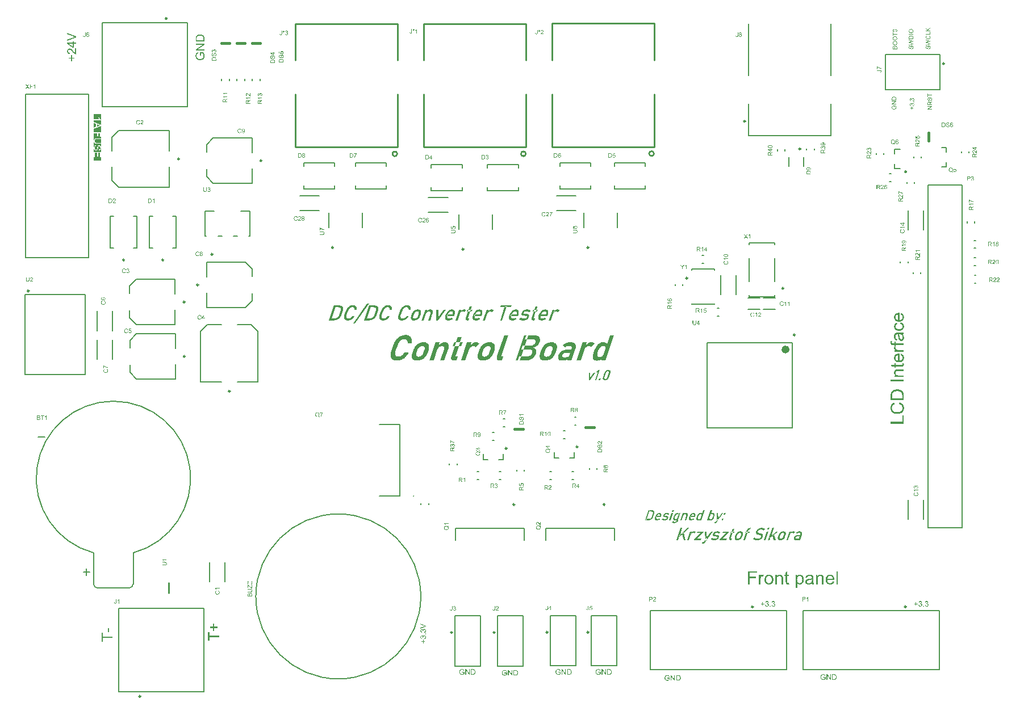
<source format=gto>
G04*
G04 #@! TF.GenerationSoftware,Altium Limited,Altium Designer,24.6.1 (21)*
G04*
G04 Layer_Color=65535*
%FSLAX25Y25*%
%MOIN*%
G70*
G04*
G04 #@! TF.SameCoordinates,5EFEE535-70E5-4D74-9779-55D0C0DC933D*
G04*
G04*
G04 #@! TF.FilePolarity,Positive*
G04*
G01*
G75*
%ADD10C,0.00591*%
%ADD11C,0.00984*%
%ADD12C,0.00500*%
%ADD13C,0.01000*%
%ADD14C,0.01181*%
%ADD15C,0.02362*%
%ADD16C,0.00787*%
%ADD17C,0.01575*%
G36*
X257034Y228564D02*
X257358Y228518D01*
X257705Y228448D01*
X258075Y228333D01*
X258445Y228194D01*
X258792Y228009D01*
X258839Y227986D01*
X258931Y227893D01*
X259093Y227777D01*
X259278Y227592D01*
X259487Y227361D01*
X259672Y227083D01*
X259857Y226736D01*
X260019Y226366D01*
X260042Y226320D01*
X260065Y226181D01*
X260134Y225949D01*
X260181Y225672D01*
X260227Y225301D01*
Y224862D01*
Y224376D01*
X260158Y223844D01*
X257659D01*
Y223867D01*
Y223959D01*
Y224098D01*
Y224260D01*
Y224468D01*
X257612Y224677D01*
X257566Y224885D01*
X257497Y225093D01*
Y225116D01*
X257450Y225186D01*
X257404Y225278D01*
X257334Y225394D01*
X257126Y225672D01*
X256987Y225787D01*
X256825Y225903D01*
X256802Y225926D01*
X256756Y225949D01*
X256663Y225996D01*
X256525Y226042D01*
X256363Y226088D01*
X256201Y226134D01*
X255992Y226181D01*
X255645D01*
X255553Y226158D01*
X255298Y226134D01*
X254997Y226088D01*
X254650Y225973D01*
X254257Y225834D01*
X253864Y225625D01*
X253470Y225348D01*
X253424Y225301D01*
X253308Y225186D01*
X253123Y225001D01*
X252892Y224746D01*
X252660Y224422D01*
X252406Y224029D01*
X252174Y223566D01*
X251966Y223057D01*
X250578Y219007D01*
Y218984D01*
X250554Y218938D01*
X250531Y218868D01*
X250508Y218776D01*
X250439Y218521D01*
X250393Y218197D01*
X250346Y217827D01*
Y217457D01*
X250416Y217087D01*
X250531Y216740D01*
X250554Y216693D01*
X250624Y216601D01*
X250740Y216485D01*
X250925Y216323D01*
X251156Y216161D01*
X251457Y216045D01*
X251827Y215953D01*
X252267Y215907D01*
X252429D01*
X252614Y215930D01*
X252869Y215976D01*
X253146Y216045D01*
X253470Y216161D01*
X253817Y216300D01*
X254164Y216508D01*
X254211Y216531D01*
X254326Y216624D01*
X254488Y216763D01*
X254720Y216948D01*
X254974Y217202D01*
X255229Y217503D01*
X255506Y217850D01*
X255761Y218244D01*
X258260D01*
Y218221D01*
X258237Y218174D01*
X258191Y218105D01*
X258121Y217989D01*
X258052Y217874D01*
X257959Y217735D01*
X257751Y217388D01*
X257473Y216994D01*
X257149Y216554D01*
X256802Y216138D01*
X256409Y215721D01*
X256386D01*
X256363Y215675D01*
X256224Y215536D01*
X255992Y215351D01*
X255715Y215120D01*
X255345Y214842D01*
X254951Y214588D01*
X254511Y214310D01*
X254049Y214078D01*
X254026D01*
X254002Y214055D01*
X253933Y214032D01*
X253840Y213986D01*
X253586Y213893D01*
X253262Y213801D01*
X252869Y213708D01*
X252429Y213616D01*
X251943Y213546D01*
X251457Y213523D01*
X251179D01*
X251064Y213546D01*
X250902Y213569D01*
X250531Y213616D01*
X250115Y213685D01*
X249675Y213801D01*
X249259Y213963D01*
X248865Y214171D01*
X248819Y214194D01*
X248703Y214287D01*
X248564Y214449D01*
X248356Y214657D01*
X248171Y214912D01*
X247986Y215235D01*
X247824Y215629D01*
X247708Y216069D01*
Y216092D01*
Y216115D01*
X247685Y216184D01*
Y216300D01*
Y216416D01*
Y216554D01*
Y216902D01*
X247708Y217341D01*
X247778Y217827D01*
X247893Y218406D01*
X248078Y219007D01*
X249444Y223057D01*
Y223080D01*
X249467Y223126D01*
X249513Y223219D01*
X249559Y223358D01*
X249606Y223497D01*
X249698Y223682D01*
X249883Y224075D01*
X250115Y224538D01*
X250393Y225047D01*
X250716Y225533D01*
X251087Y226019D01*
X251110Y226042D01*
X251133Y226065D01*
X251202Y226134D01*
X251272Y226227D01*
X251503Y226435D01*
X251804Y226713D01*
X252151Y227014D01*
X252568Y227338D01*
X253030Y227639D01*
X253539Y227916D01*
X253563D01*
X253609Y227939D01*
X253678Y227986D01*
X253794Y228032D01*
X253910Y228078D01*
X254072Y228124D01*
X254442Y228263D01*
X254905Y228379D01*
X255414Y228495D01*
X255969Y228564D01*
X256571Y228587D01*
X256802D01*
X257034Y228564D01*
D02*
G37*
G36*
X289245Y222085D02*
X287791D01*
X288512Y224214D01*
X289962D01*
X289245Y222085D01*
D02*
G37*
G36*
X373914Y213662D02*
X371484D01*
X371935Y214987D01*
X371970Y215027D01*
X372109Y215166D01*
X372178Y215282D01*
X372201Y215305D01*
X372849Y217619D01*
X372767Y217433D01*
X371935Y214987D01*
X371808Y214842D01*
X371600Y214634D01*
X371345Y214426D01*
X371068Y214217D01*
X370767Y214009D01*
X370721Y213986D01*
X370628Y213940D01*
X370443Y213847D01*
X370211Y213755D01*
X369934Y213662D01*
X369610Y213569D01*
X369239Y213523D01*
X368869Y213500D01*
X368707D01*
X368592Y213523D01*
X368453Y213546D01*
X368291Y213569D01*
X367944Y213639D01*
X367573Y213778D01*
X367180Y213986D01*
X367018Y214102D01*
X366856Y214264D01*
X366717Y214426D01*
X366602Y214634D01*
Y214657D01*
X366578Y214680D01*
X366555Y214750D01*
X366532Y214842D01*
X366509Y214958D01*
X366463Y215120D01*
X366440Y215282D01*
X366417Y215490D01*
Y215698D01*
Y215953D01*
Y216207D01*
X366463Y216508D01*
X366509Y216832D01*
X366578Y217179D01*
X366671Y217526D01*
X366787Y217920D01*
X367458Y219933D01*
Y219956D01*
X367504Y220025D01*
X367527Y220141D01*
X367597Y220280D01*
X367666Y220465D01*
X367759Y220650D01*
X367990Y221136D01*
X368291Y221645D01*
X368638Y222201D01*
X369054Y222733D01*
X369517Y223196D01*
X369540Y223219D01*
X369587Y223242D01*
X369656Y223311D01*
X369749Y223381D01*
X369864Y223473D01*
X370026Y223566D01*
X370396Y223797D01*
X370836Y224006D01*
X371345Y224191D01*
X371901Y224329D01*
X372225Y224353D01*
X372525Y224376D01*
X372687D01*
X372849Y224353D01*
X373058Y224306D01*
X373289Y224260D01*
X373520Y224167D01*
X373752Y224029D01*
X373983Y223867D01*
X374006Y223844D01*
X374076Y223774D01*
X374168Y223658D01*
X374284Y223520D01*
X374423Y223311D01*
X374539Y223080D01*
X374612Y222859D01*
X373806Y220488D01*
X373821Y220581D01*
X373868Y220928D01*
X373891Y221090D01*
X373868Y221252D01*
Y221275D01*
X373844Y221321D01*
X373821Y221414D01*
X373798Y221506D01*
X373682Y221715D01*
X373590Y221807D01*
X373474Y221900D01*
X373451D01*
X373405Y221946D01*
X373335Y221969D01*
X373243Y222016D01*
X373104Y222062D01*
X372942Y222085D01*
X372757Y222131D01*
X372387D01*
X372225Y222108D01*
X372016Y222062D01*
X371762Y221992D01*
X371484Y221877D01*
X371230Y221738D01*
X370952Y221530D01*
X370929Y221506D01*
X370836Y221414D01*
X370721Y221298D01*
X370559Y221113D01*
X370396Y220882D01*
X370211Y220604D01*
X370049Y220280D01*
X369887Y219910D01*
X369216Y217920D01*
X369193Y217874D01*
X369170Y217735D01*
X369124Y217549D01*
X369078Y217318D01*
X369031Y217040D01*
Y216786D01*
X369054Y216508D01*
X369147Y216277D01*
X369170Y216254D01*
X369216Y216184D01*
X369286Y216092D01*
X369425Y215999D01*
X369587Y215907D01*
X369795Y215814D01*
X370049Y215745D01*
X370373Y215721D01*
X370466D01*
X370582Y215745D01*
X370721D01*
X371068Y215814D01*
X371438Y215930D01*
X371461D01*
X371530Y215976D01*
X371600Y216022D01*
X371715Y216092D01*
X371993Y216300D01*
X372271Y216578D01*
X372294Y216601D01*
X372340Y216647D01*
X372410Y216740D01*
X372479Y216878D01*
X372572Y217017D01*
X372664Y217202D01*
X372767Y217433D01*
X373806Y220488D01*
X373798Y220442D01*
X373752Y220326D01*
X373729Y220257D01*
Y220234D01*
X374701Y222478D01*
X374631Y222802D01*
X374612Y222859D01*
X376505Y228425D01*
X378935D01*
X373914Y213662D01*
D02*
G37*
G36*
X279642Y224329D02*
X279919Y224283D01*
X280266Y224214D01*
X280660Y224075D01*
X281007Y223867D01*
X281192Y223751D01*
X281331Y223589D01*
X281469Y223427D01*
X281585Y223219D01*
Y223196D01*
X281608Y223172D01*
X281631Y223103D01*
X281655Y223010D01*
X281701Y222895D01*
X281724Y222756D01*
X281747Y222594D01*
X281770Y222409D01*
X281793Y222201D01*
Y221946D01*
Y221692D01*
X281770Y221414D01*
X281724Y221113D01*
X281655Y220766D01*
X281562Y220419D01*
X281446Y220049D01*
X279271Y213662D01*
X276841D01*
X279017Y220049D01*
X279040Y220095D01*
X279063Y220211D01*
X279109Y220373D01*
X279132Y220581D01*
X279155Y220812D01*
Y221067D01*
X279086Y221298D01*
X278994Y221506D01*
X278970Y221530D01*
X278924Y221599D01*
X278832Y221668D01*
X278716Y221784D01*
X278531Y221877D01*
X278323Y221946D01*
X278045Y222016D01*
X277721Y222039D01*
X277582D01*
X277397Y222016D01*
X277189Y221969D01*
X276957Y221923D01*
X276679Y221830D01*
X276425Y221715D01*
X276170Y221553D01*
X276147Y221530D01*
X276055Y221460D01*
X275939Y221344D01*
X275800Y221206D01*
X275661Y220997D01*
X275499Y220766D01*
X275361Y220488D01*
X275222Y220187D01*
X275230Y220223D01*
X273000Y213662D01*
X270571D01*
X274157Y224214D01*
X276587D01*
X276075Y222706D01*
X276055Y222687D01*
X275893Y222525D01*
X275800Y222409D01*
X275754Y222363D01*
X275230Y220223D01*
X276075Y222706D01*
X276263Y222895D01*
X276518Y223126D01*
X276818Y223381D01*
X277142Y223612D01*
X277466Y223820D01*
X277513Y223844D01*
X277628Y223913D01*
X277813Y223982D01*
X278045Y224098D01*
X278323Y224191D01*
X278646Y224260D01*
X278994Y224329D01*
X279364Y224353D01*
X279526D01*
X279642Y224329D01*
D02*
G37*
G36*
X332401Y228402D02*
X332586D01*
X332771Y228379D01*
X333234Y228287D01*
X333720Y228171D01*
X334206Y227986D01*
X334622Y227708D01*
X334807Y227546D01*
X334969Y227361D01*
Y227338D01*
X334992Y227315D01*
X335039Y227245D01*
X335085Y227176D01*
X335131Y227060D01*
X335177Y226921D01*
X335270Y226597D01*
X335339Y226181D01*
Y225672D01*
Y225394D01*
X335293Y225093D01*
X335201Y224769D01*
X335108Y224422D01*
Y224399D01*
X335085Y224376D01*
X335062Y224306D01*
X335039Y224214D01*
X334923Y224006D01*
X334784Y223705D01*
X334576Y223381D01*
X334344Y223034D01*
X334044Y222687D01*
X333697Y222340D01*
X333650Y222293D01*
X333511Y222201D01*
X333303Y222039D01*
X333025Y221877D01*
X332655Y221692D01*
X332239Y221506D01*
X331753Y221344D01*
X331221Y221229D01*
X331290D01*
X331359Y221206D01*
X331452Y221182D01*
X331683Y221113D01*
X331961Y220997D01*
X332262Y220859D01*
X332563Y220650D01*
X332817Y220373D01*
X333025Y220049D01*
X333049Y220002D01*
X333095Y219887D01*
X333141Y219678D01*
X333211Y219401D01*
X333234Y219054D01*
X333211Y218660D01*
X333164Y218221D01*
X333025Y217711D01*
X333002Y217688D01*
Y217665D01*
X332979Y217596D01*
X332933Y217503D01*
X332887Y217388D01*
X332817Y217226D01*
X332725Y217040D01*
X332493Y216624D01*
X332192Y216138D01*
X331822Y215652D01*
X331359Y215166D01*
X330827Y214726D01*
X330804D01*
X330758Y214680D01*
X330665Y214634D01*
X330550Y214564D01*
X330411Y214472D01*
X330225Y214379D01*
X330017Y214287D01*
X329786Y214194D01*
X329531Y214102D01*
X329254Y214009D01*
X328652Y213824D01*
X327958Y213708D01*
X327588Y213685D01*
X327194Y213662D01*
X323515D01*
X324294Y215953D01*
X323098D01*
X322312Y213662D01*
X321085D01*
X326107Y228425D01*
X327333D01*
X326546Y226134D01*
X327757D01*
X326482Y222386D01*
X325273D01*
X324510Y220095D01*
X325703D01*
X326482Y222386D01*
X330064D01*
X330249Y222409D01*
X330480Y222455D01*
X330758Y222501D01*
X331035Y222594D01*
X331313Y222710D01*
X331591Y222872D01*
X331614Y222895D01*
X331707Y222964D01*
X331822Y223080D01*
X331984Y223242D01*
X332146Y223427D01*
X332308Y223682D01*
X332470Y223959D01*
X332609Y224283D01*
X332632Y224329D01*
X332655Y224422D01*
X332678Y224584D01*
X332701Y224792D01*
X332725Y225024D01*
X332701Y225232D01*
X332632Y225463D01*
X332516Y225648D01*
X332493Y225672D01*
X332447Y225718D01*
X332331Y225811D01*
X332192Y225903D01*
X331984Y225973D01*
X331730Y226065D01*
X331406Y226111D01*
X331035Y226134D01*
X327757D01*
X328536Y228425D01*
X332262D01*
X332401Y228402D01*
D02*
G37*
G36*
X365931Y224329D02*
X366301Y224260D01*
X366694Y224144D01*
X366717D01*
X366787Y224098D01*
X366856Y224052D01*
X366972Y223982D01*
X367226Y223797D01*
X367481Y223543D01*
X365306Y221483D01*
Y221506D01*
X365283Y221530D01*
X365190Y221645D01*
X365028Y221784D01*
X364820Y221900D01*
X364797D01*
X364774Y221923D01*
X364704Y221946D01*
X364612Y221969D01*
X364380Y222016D01*
X364056Y222039D01*
X363894D01*
X363732Y222016D01*
X363501Y221969D01*
X363246Y221900D01*
X362992Y221807D01*
X362714Y221668D01*
X362436Y221483D01*
X362413Y221460D01*
X362321Y221391D01*
X362205Y221275D01*
X362066Y221090D01*
X361904Y220882D01*
X361742Y220627D01*
X361580Y220326D01*
X361441Y219979D01*
X361455Y220033D01*
X359289Y213662D01*
X356744D01*
X360331Y224214D01*
X362876D01*
X362365Y222710D01*
X362344Y222687D01*
X362182Y222525D01*
X362089Y222409D01*
X362043Y222363D01*
X361455Y220033D01*
X362365Y222710D01*
X362529Y222895D01*
X362784Y223126D01*
X363061Y223381D01*
X363385Y223612D01*
X363709Y223820D01*
X363755Y223844D01*
X363871Y223913D01*
X364056Y223982D01*
X364288Y224098D01*
X364565Y224191D01*
X364866Y224260D01*
X365190Y224329D01*
X365537Y224353D01*
X365769D01*
X365931Y224329D01*
D02*
G37*
G36*
X298200D02*
X298570Y224260D01*
X298963Y224144D01*
X298987D01*
X299056Y224098D01*
X299125Y224052D01*
X299241Y223982D01*
X299496Y223797D01*
X299750Y223543D01*
X297575Y221483D01*
Y221506D01*
X297552Y221530D01*
X297459Y221645D01*
X297297Y221784D01*
X297089Y221900D01*
X297066D01*
X297043Y221923D01*
X296973Y221946D01*
X296881Y221969D01*
X296649Y222016D01*
X296325Y222039D01*
X296163D01*
X296001Y222016D01*
X295770Y221969D01*
X295515Y221900D01*
X295261Y221807D01*
X294983Y221668D01*
X294706Y221483D01*
X294683Y221460D01*
X294590Y221391D01*
X294474Y221275D01*
X294335Y221090D01*
X294173Y220882D01*
X294011Y220627D01*
X293849Y220326D01*
X293711Y219979D01*
X293724Y220033D01*
X291559Y213662D01*
X289013D01*
X292600Y224214D01*
X295145D01*
X294634Y222710D01*
X294613Y222687D01*
X294451Y222525D01*
X294358Y222409D01*
X294312Y222363D01*
X293724Y220033D01*
X294634Y222710D01*
X294798Y222895D01*
X295053Y223126D01*
X295330Y223381D01*
X295654Y223612D01*
X295978Y223820D01*
X296025Y223844D01*
X296140Y223913D01*
X296325Y223982D01*
X296557Y224098D01*
X296834Y224191D01*
X297135Y224260D01*
X297459Y224329D01*
X297806Y224353D01*
X298038D01*
X298200Y224329D01*
D02*
G37*
G36*
X353504D02*
X353666D01*
X353875Y224306D01*
X354291Y224214D01*
X354754Y224098D01*
X355217Y223913D01*
X355633Y223658D01*
X355818Y223497D01*
X355980Y223311D01*
X356003Y223265D01*
X356050Y223196D01*
X356096Y223126D01*
X356189Y222895D01*
X356281Y222571D01*
X356351Y222154D01*
Y221668D01*
Y221391D01*
X356304Y221090D01*
X356212Y220789D01*
X356119Y220442D01*
X353805Y213662D01*
X351561D01*
X351869Y214572D01*
X352000Y214703D01*
X352093Y214819D01*
X352162Y214912D01*
X352208Y214981D01*
X352232Y215004D01*
X352533Y216508D01*
X352512Y216466D01*
X353036Y218012D01*
X353273D01*
X353782Y219887D01*
X353671D01*
X353036Y218012D01*
X350195D01*
X350057Y217989D01*
X349894Y217966D01*
X349501Y217874D01*
X349316Y217804D01*
X349131Y217688D01*
X349108Y217665D01*
X349061Y217642D01*
X348969Y217549D01*
X348876Y217457D01*
X348761Y217341D01*
X348645Y217179D01*
X348552Y216994D01*
X348460Y216763D01*
Y216740D01*
X348437Y216647D01*
X348413Y216531D01*
X348390Y216392D01*
Y216231D01*
X348413Y216069D01*
X348483Y215907D01*
X348575Y215768D01*
X348599Y215745D01*
X348645Y215721D01*
X348738Y215675D01*
X348876Y215629D01*
X349061Y215560D01*
X349293Y215513D01*
X349570Y215490D01*
X349894Y215467D01*
X350080D01*
X350288Y215490D01*
X350542D01*
X350820Y215536D01*
X351121Y215583D01*
X351422Y215629D01*
X351676Y215721D01*
X351699Y215745D01*
X351792Y215768D01*
X351908Y215837D01*
X352046Y215907D01*
X352185Y216022D01*
X352324Y216161D01*
X352440Y216323D01*
X352512Y216466D01*
X351869Y214572D01*
X351861Y214564D01*
X351699Y214426D01*
X351329Y214148D01*
X351306Y214125D01*
X351237Y214102D01*
X351121Y214032D01*
X350959Y213963D01*
X350797Y213893D01*
X350589Y213801D01*
X350103Y213662D01*
X350080D01*
X349987Y213639D01*
X349848Y213616D01*
X349686Y213593D01*
X349478Y213569D01*
X349247Y213546D01*
X348738Y213523D01*
X348575D01*
X348437Y213546D01*
X348298D01*
X348136Y213569D01*
X347766Y213616D01*
X347349Y213708D01*
X346933Y213847D01*
X346585Y214055D01*
X346424Y214171D01*
X346285Y214310D01*
X346262Y214356D01*
X346192Y214449D01*
X346123Y214657D01*
X346053Y214912D01*
X345984Y215259D01*
Y215675D01*
X346053Y216184D01*
X346123Y216462D01*
X346215Y216763D01*
Y216786D01*
X346238Y216832D01*
X346262Y216925D01*
X346308Y217017D01*
X346447Y217295D01*
X346632Y217642D01*
X346863Y218035D01*
X347164Y218406D01*
X347511Y218776D01*
X347928Y219100D01*
X347951D01*
X347974Y219123D01*
X348043Y219169D01*
X348136Y219216D01*
X348252Y219285D01*
X348390Y219354D01*
X348738Y219493D01*
X349177Y219632D01*
X349686Y219771D01*
X350288Y219864D01*
X350936Y219887D01*
X353671D01*
X353828Y220349D01*
X353851Y220396D01*
X353875Y220488D01*
X353898Y220650D01*
X353944Y220859D01*
Y221067D01*
Y221298D01*
X353875Y221506D01*
X353782Y221715D01*
X353759Y221738D01*
X353713Y221784D01*
X353620Y221877D01*
X353481Y221969D01*
X353319Y222039D01*
X353088Y222131D01*
X352810Y222178D01*
X352463Y222201D01*
X352232D01*
X352070Y222178D01*
X351885Y222154D01*
X351676Y222131D01*
X351190Y222016D01*
X351167D01*
X351075Y221992D01*
X350959Y221946D01*
X350797Y221877D01*
X350612Y221807D01*
X350404Y221715D01*
X349964Y221460D01*
X348807Y222825D01*
X348853Y222849D01*
X348969Y222941D01*
X349131Y223080D01*
X349385Y223242D01*
X349663Y223427D01*
X350010Y223612D01*
X350380Y223797D01*
X350797Y223959D01*
X350820D01*
X350843Y223982D01*
X350913Y224006D01*
X351005Y224029D01*
X351237Y224075D01*
X351537Y224167D01*
X351885Y224237D01*
X352301Y224283D01*
X352718Y224329D01*
X353180Y224353D01*
X353365D01*
X353504Y224329D01*
D02*
G37*
G36*
X312732Y216763D02*
Y216740D01*
X312708Y216693D01*
X312685Y216624D01*
Y216531D01*
X312662Y216346D01*
X312685Y216254D01*
X312708Y216161D01*
X312732Y216138D01*
X312824Y216069D01*
X312963Y215976D01*
X313194Y215953D01*
X313912D01*
X313125Y213662D01*
X311760D01*
X311621Y213685D01*
X311413Y213708D01*
X311158Y213755D01*
X310880Y213824D01*
X310603Y213963D01*
X310371Y214125D01*
X310163Y214356D01*
X310140Y214379D01*
X310094Y214495D01*
X310047Y214657D01*
X310001Y214888D01*
X309978Y215166D01*
Y215536D01*
X310047Y215953D01*
X310186Y216416D01*
X314282Y228425D01*
X316712D01*
X312732Y216763D01*
D02*
G37*
G36*
X288512Y224214D02*
X286082D01*
X285362Y222085D01*
X287791D01*
X285982Y216740D01*
Y216717D01*
X285959Y216670D01*
X285935Y216601D01*
X285912Y216508D01*
X285889Y216323D01*
X285912Y216138D01*
X285935Y216115D01*
X286005Y216045D01*
X286121Y215953D01*
X286306Y215930D01*
X287139D01*
X286352Y213616D01*
X284917D01*
X284848Y213639D01*
X284617Y213662D01*
X284339Y213708D01*
X284038Y213801D01*
X283760Y213916D01*
X283506Y214102D01*
X283413Y214217D01*
X283321Y214333D01*
X283298Y214356D01*
X283274Y214472D01*
X283228Y214634D01*
X283205Y214865D01*
Y215143D01*
X283228Y215513D01*
X283298Y215930D01*
X283436Y216392D01*
X285362Y222085D01*
X284269D01*
X284987Y224214D01*
X286082D01*
X287116Y227268D01*
X289545D01*
X288512Y224214D01*
D02*
G37*
G36*
X342467Y224329D02*
X342629Y224306D01*
X342837Y224283D01*
X343277Y224214D01*
X343739Y224052D01*
X344225Y223844D01*
X344433Y223705D01*
X344642Y223543D01*
X344827Y223358D01*
X344989Y223149D01*
Y223126D01*
X345012Y223103D01*
X345058Y223034D01*
X345105Y222941D01*
X345151Y222802D01*
X345197Y222663D01*
X345243Y222478D01*
X345290Y222293D01*
X345336Y222062D01*
Y221807D01*
X345359Y221553D01*
X345336Y221252D01*
X345313Y220928D01*
X345243Y220581D01*
X345151Y220211D01*
X345035Y219817D01*
X344433Y218059D01*
Y218035D01*
X344410Y217966D01*
X344364Y217850D01*
X344295Y217711D01*
X344225Y217526D01*
X344110Y217318D01*
X343878Y216832D01*
X343554Y216277D01*
X343138Y215721D01*
X342675Y215189D01*
X342397Y214935D01*
X342120Y214703D01*
X342096Y214680D01*
X342050Y214657D01*
X341957Y214588D01*
X341842Y214518D01*
X341680Y214426D01*
X341518Y214333D01*
X341310Y214217D01*
X341078Y214125D01*
X340800Y214009D01*
X340523Y213893D01*
X339898Y213708D01*
X339181Y213569D01*
X338810Y213546D01*
X338417Y213523D01*
X338209D01*
X338070Y213546D01*
X337908Y213569D01*
X337700Y213593D01*
X337260Y213662D01*
X336797Y213801D01*
X336311Y214032D01*
X336103Y214148D01*
X335895Y214310D01*
X335710Y214495D01*
X335548Y214703D01*
Y214726D01*
X335525Y214750D01*
X335478Y214819D01*
X335432Y214935D01*
X335386Y215050D01*
X335339Y215189D01*
X335293Y215374D01*
X335270Y215583D01*
X335224Y215814D01*
Y216069D01*
X335201Y216346D01*
X335224Y216647D01*
X335270Y216971D01*
X335339Y217318D01*
X335432Y217711D01*
X335548Y218105D01*
X336126Y219817D01*
Y219840D01*
X336173Y219910D01*
X336196Y220025D01*
X336265Y220164D01*
X336358Y220349D01*
X336450Y220558D01*
X336705Y221044D01*
X337029Y221576D01*
X337422Y222131D01*
X337885Y222663D01*
X338440Y223149D01*
X338463Y223172D01*
X338510Y223196D01*
X338602Y223265D01*
X338718Y223335D01*
X338880Y223427D01*
X339042Y223520D01*
X339250Y223635D01*
X339481Y223751D01*
X339759Y223867D01*
X340037Y223982D01*
X340662Y224167D01*
X341356Y224306D01*
X341726Y224329D01*
X342120Y224353D01*
X342328D01*
X342467Y224329D01*
D02*
G37*
G36*
X306044D02*
X306206Y224306D01*
X306414Y224283D01*
X306854Y224214D01*
X307317Y224052D01*
X307803Y223844D01*
X308011Y223705D01*
X308219Y223543D01*
X308404Y223358D01*
X308566Y223149D01*
Y223126D01*
X308590Y223103D01*
X308636Y223034D01*
X308682Y222941D01*
X308728Y222802D01*
X308775Y222663D01*
X308821Y222478D01*
X308867Y222293D01*
X308914Y222062D01*
Y221807D01*
X308937Y221553D01*
X308914Y221252D01*
X308890Y220928D01*
X308821Y220581D01*
X308728Y220211D01*
X308613Y219817D01*
X308011Y218059D01*
Y218035D01*
X307988Y217966D01*
X307942Y217850D01*
X307872Y217711D01*
X307803Y217526D01*
X307687Y217318D01*
X307456Y216832D01*
X307132Y216277D01*
X306715Y215721D01*
X306253Y215189D01*
X305975Y214935D01*
X305697Y214703D01*
X305674Y214680D01*
X305628Y214657D01*
X305535Y214588D01*
X305419Y214518D01*
X305257Y214426D01*
X305096Y214333D01*
X304887Y214217D01*
X304656Y214125D01*
X304378Y214009D01*
X304100Y213893D01*
X303476Y213708D01*
X302758Y213569D01*
X302388Y213546D01*
X301995Y213523D01*
X301786D01*
X301648Y213546D01*
X301486Y213569D01*
X301277Y213593D01*
X300838Y213662D01*
X300375Y213801D01*
X299889Y214032D01*
X299681Y214148D01*
X299472Y214310D01*
X299287Y214495D01*
X299125Y214703D01*
Y214726D01*
X299102Y214750D01*
X299056Y214819D01*
X299010Y214935D01*
X298963Y215050D01*
X298917Y215189D01*
X298871Y215374D01*
X298848Y215583D01*
X298801Y215814D01*
Y216069D01*
X298778Y216346D01*
X298801Y216647D01*
X298848Y216971D01*
X298917Y217318D01*
X299010Y217711D01*
X299125Y218105D01*
X299704Y219817D01*
Y219840D01*
X299750Y219910D01*
X299773Y220025D01*
X299843Y220164D01*
X299935Y220349D01*
X300028Y220558D01*
X300282Y221044D01*
X300606Y221576D01*
X301000Y222131D01*
X301463Y222663D01*
X302018Y223149D01*
X302041Y223172D01*
X302087Y223196D01*
X302180Y223265D01*
X302295Y223335D01*
X302457Y223427D01*
X302620Y223520D01*
X302828Y223635D01*
X303059Y223751D01*
X303337Y223867D01*
X303614Y223982D01*
X304239Y224167D01*
X304934Y224306D01*
X305304Y224329D01*
X305697Y224353D01*
X305905D01*
X306044Y224329D01*
D02*
G37*
G36*
X267377D02*
X267539Y224306D01*
X267747Y224283D01*
X268187Y224214D01*
X268650Y224052D01*
X269136Y223844D01*
X269344Y223705D01*
X269552Y223543D01*
X269738Y223358D01*
X269900Y223149D01*
Y223126D01*
X269923Y223103D01*
X269969Y223034D01*
X270015Y222941D01*
X270061Y222802D01*
X270108Y222663D01*
X270154Y222478D01*
X270200Y222293D01*
X270247Y222062D01*
Y221807D01*
X270270Y221553D01*
X270247Y221252D01*
X270223Y220928D01*
X270154Y220581D01*
X270061Y220211D01*
X269946Y219817D01*
X269344Y218059D01*
Y218035D01*
X269321Y217966D01*
X269275Y217850D01*
X269205Y217711D01*
X269136Y217526D01*
X269020Y217318D01*
X268789Y216832D01*
X268465Y216277D01*
X268048Y215721D01*
X267585Y215189D01*
X267308Y214935D01*
X267030Y214703D01*
X267007Y214680D01*
X266961Y214657D01*
X266868Y214588D01*
X266753Y214518D01*
X266590Y214426D01*
X266428Y214333D01*
X266220Y214217D01*
X265989Y214125D01*
X265711Y214009D01*
X265434Y213893D01*
X264809Y213708D01*
X264091Y213569D01*
X263721Y213546D01*
X263328Y213523D01*
X263120D01*
X262981Y213546D01*
X262819Y213569D01*
X262610Y213593D01*
X262171Y213662D01*
X261708Y213801D01*
X261222Y214032D01*
X261014Y214148D01*
X260806Y214310D01*
X260620Y214495D01*
X260458Y214703D01*
Y214726D01*
X260435Y214750D01*
X260389Y214819D01*
X260343Y214935D01*
X260296Y215050D01*
X260250Y215189D01*
X260204Y215374D01*
X260181Y215583D01*
X260134Y215814D01*
Y216069D01*
X260111Y216346D01*
X260134Y216647D01*
X260181Y216971D01*
X260250Y217318D01*
X260343Y217711D01*
X260458Y218105D01*
X261037Y219817D01*
Y219840D01*
X261083Y219910D01*
X261106Y220025D01*
X261176Y220164D01*
X261268Y220349D01*
X261361Y220558D01*
X261615Y221044D01*
X261939Y221576D01*
X262333Y222131D01*
X262795Y222663D01*
X263351Y223149D01*
X263374Y223172D01*
X263420Y223196D01*
X263513Y223265D01*
X263629Y223335D01*
X263791Y223427D01*
X263952Y223520D01*
X264161Y223635D01*
X264392Y223751D01*
X264670Y223867D01*
X264948Y223982D01*
X265572Y224167D01*
X266266Y224306D01*
X266637Y224329D01*
X267030Y224353D01*
X267238D01*
X267377Y224329D01*
D02*
G37*
G36*
X77801Y340160D02*
X74912D01*
X77801D01*
Y338543D01*
X77795Y338694D01*
X77779Y338840D01*
X77752Y338970D01*
X77731Y339084D01*
X77714Y339132D01*
X77704Y339176D01*
X77687Y339213D01*
X77676Y339246D01*
X77671Y339273D01*
X77660Y339289D01*
X77655Y339300D01*
Y339305D01*
X77595Y339424D01*
X77530Y339532D01*
X77460Y339619D01*
X77395Y339695D01*
X77336Y339749D01*
X77282Y339792D01*
X77249Y339814D01*
X77244Y339825D01*
X77238D01*
X77135Y339884D01*
X77033Y339928D01*
X76935Y339960D01*
X76843Y339982D01*
X76762Y339992D01*
X76703Y339998D01*
X76681Y340003D01*
X76665D01*
X76654D01*
X76649D01*
X76546Y339998D01*
X76449Y339982D01*
X76357Y339960D01*
X76281Y339933D01*
X76216Y339906D01*
X76173Y339884D01*
X76140Y339868D01*
X76135Y339863D01*
X76129D01*
X76048Y339803D01*
X75972Y339733D01*
X75907Y339657D01*
X75853Y339587D01*
X75805Y339522D01*
X75772Y339468D01*
X75761Y339446D01*
X75751Y339430D01*
X75745Y339424D01*
Y339419D01*
X75723Y339370D01*
X75696Y339316D01*
X75653Y339197D01*
X75604Y339062D01*
X75567Y338932D01*
X75529Y338808D01*
X75518Y338759D01*
X75502Y338710D01*
X75496Y338672D01*
X75485Y338645D01*
X75480Y338624D01*
Y338618D01*
X75453Y338515D01*
X75431Y338423D01*
X75410Y338337D01*
X75393Y338261D01*
X75372Y338191D01*
X75356Y338131D01*
X75345Y338077D01*
X75329Y338034D01*
X75318Y337991D01*
X75307Y337958D01*
X75301Y337931D01*
X75291Y337910D01*
X75285Y337888D01*
X75280Y337877D01*
X75242Y337785D01*
X75199Y337709D01*
X75161Y337645D01*
X75123Y337590D01*
X75090Y337552D01*
X75064Y337525D01*
X75042Y337509D01*
X75036Y337504D01*
X74982Y337466D01*
X74923Y337434D01*
X74863Y337412D01*
X74809Y337401D01*
X74766Y337390D01*
X74728Y337385D01*
X74706D01*
X74696D01*
X74625Y337390D01*
X74560Y337401D01*
X74501Y337423D01*
X74447Y337444D01*
X74404Y337466D01*
X74366Y337488D01*
X74344Y337498D01*
X74339Y337504D01*
X74279Y337552D01*
X74230Y337612D01*
X74187Y337671D01*
X74149Y337731D01*
X74122Y337785D01*
X74101Y337828D01*
X74090Y337855D01*
X74084Y337861D01*
Y337866D01*
X74052Y337958D01*
X74030Y338050D01*
X74014Y338148D01*
X74003Y338229D01*
X73998Y338304D01*
X73992Y338364D01*
Y338418D01*
X73998Y338548D01*
X74009Y338667D01*
X74030Y338775D01*
X74052Y338867D01*
X74073Y338948D01*
X74084Y338981D01*
X74095Y339008D01*
X74101Y339029D01*
X74106Y339046D01*
X74111Y339051D01*
Y339056D01*
X74160Y339154D01*
X74214Y339240D01*
X74268Y339311D01*
X74322Y339370D01*
X74366Y339413D01*
X74404Y339446D01*
X74425Y339468D01*
X74436Y339473D01*
X74517Y339516D01*
X74604Y339554D01*
X74690Y339587D01*
X74771Y339608D01*
X74847Y339625D01*
X74901Y339635D01*
X74923D01*
X74939Y339641D01*
X74950D01*
X74955D01*
X74912Y340160D01*
D01*
D01*
D01*
X74710D01*
X74912D01*
X74761Y340149D01*
X74615Y340122D01*
X74490Y340084D01*
X74376Y340041D01*
X74328Y340019D01*
X74284Y340003D01*
X74252Y339982D01*
X74220Y339965D01*
X74193Y339954D01*
X74176Y339944D01*
X74165Y339933D01*
X74160D01*
X74046Y339846D01*
X73944Y339749D01*
X73857Y339652D01*
X73787Y339554D01*
X73733Y339468D01*
X73711Y339430D01*
X73695Y339403D01*
X73678Y339376D01*
X73668Y339354D01*
X73662Y339343D01*
Y339338D01*
X73608Y339186D01*
X73570Y339029D01*
X73538Y338867D01*
X73522Y338721D01*
X73516Y338651D01*
X73511Y338591D01*
X73505Y338532D01*
Y338483D01*
X73500Y338445D01*
Y340160D01*
X74710D01*
X73500D01*
Y336855D01*
D01*
Y338391D01*
X73505Y338229D01*
X73527Y338077D01*
X73554Y337942D01*
X73581Y337828D01*
X73597Y337774D01*
X73614Y337731D01*
X73624Y337693D01*
X73635Y337655D01*
X73646Y337634D01*
X73657Y337612D01*
X73662Y337601D01*
Y337596D01*
X73727Y337471D01*
X73803Y337358D01*
X73879Y337266D01*
X73949Y337190D01*
X74014Y337130D01*
X74068Y337082D01*
X74090Y337071D01*
X74106Y337060D01*
X74111Y337049D01*
X74117D01*
X74225Y336984D01*
X74339Y336936D01*
X74441Y336903D01*
X74539Y336876D01*
X74620Y336865D01*
X74652Y336860D01*
X74685D01*
X74706Y336855D01*
X74739D01*
X74863Y336860D01*
X74971Y336882D01*
X75074Y336909D01*
X75161Y336941D01*
X75231Y336979D01*
X75285Y337006D01*
X75301Y337017D01*
X75318Y337028D01*
X75323Y337033D01*
X75329D01*
X75421Y337104D01*
X75507Y337190D01*
X75577Y337277D01*
X75642Y337363D01*
X75691Y337444D01*
X75723Y337509D01*
X75740Y337536D01*
X75751Y337552D01*
X75756Y337563D01*
Y337569D01*
X75778Y337617D01*
X75799Y337677D01*
X75821Y337747D01*
X75848Y337818D01*
X75891Y337969D01*
X75929Y338121D01*
X75951Y338196D01*
X75967Y338261D01*
X75983Y338326D01*
X75994Y338380D01*
X76005Y338423D01*
X76016Y338461D01*
X76021Y338483D01*
Y338488D01*
X76048Y338607D01*
X76075Y338716D01*
X76102Y338813D01*
X76129Y338900D01*
X76156Y338975D01*
X76178Y339040D01*
X76205Y339100D01*
X76227Y339154D01*
X76243Y339192D01*
X76259Y339230D01*
X76275Y339257D01*
X76292Y339278D01*
X76297Y339295D01*
X76308Y339305D01*
X76313Y339316D01*
X76373Y339370D01*
X76432Y339408D01*
X76492Y339435D01*
X76551Y339451D01*
X76605Y339462D01*
X76643Y339473D01*
X76670D01*
X76681D01*
X76773Y339462D01*
X76860Y339435D01*
X76935Y339403D01*
X77000Y339359D01*
X77054Y339316D01*
X77092Y339284D01*
X77114Y339257D01*
X77125Y339246D01*
X77157Y339202D01*
X77184Y339148D01*
X77233Y339035D01*
X77265Y338916D01*
X77287Y338797D01*
X77298Y338689D01*
X77303Y338645D01*
X77309Y338602D01*
Y338434D01*
X77298Y338353D01*
X77292Y338277D01*
X77276Y338207D01*
X77260Y338142D01*
X77244Y338083D01*
X77227Y338029D01*
X77211Y337980D01*
X77190Y337942D01*
X77173Y337904D01*
X77157Y337872D01*
X77141Y337845D01*
X77125Y337828D01*
X77119Y337812D01*
X77109Y337801D01*
X77027Y337715D01*
X76930Y337650D01*
X76833Y337601D01*
X76741Y337563D01*
X76654Y337536D01*
X76616Y337525D01*
X76584Y337520D01*
X76557Y337515D01*
X76535Y337509D01*
X76524D01*
X76519D01*
X76557Y336979D01*
X76687Y336990D01*
X76811Y337017D01*
X76919Y337049D01*
X77017Y337087D01*
X77098Y337125D01*
X77130Y337141D01*
X77157Y337152D01*
X77179Y337168D01*
X77195Y337174D01*
X77200Y337185D01*
X77206D01*
X77309Y337260D01*
X77401Y337352D01*
X77476Y337439D01*
X77536Y337531D01*
X77585Y337607D01*
X77622Y337671D01*
X77633Y337699D01*
X77644Y337715D01*
X77649Y337726D01*
Y337731D01*
X77698Y337866D01*
X77736Y338007D01*
X77763Y338142D01*
X77785Y338267D01*
X77790Y338326D01*
X77795Y338380D01*
Y338423D01*
X77801Y338467D01*
Y336855D01*
D01*
Y331066D01*
X73500D01*
Y358500D01*
X77801D01*
Y340160D01*
D02*
G37*
G36*
X364783Y202058D02*
X364150D01*
X364000Y206273D01*
X364866D01*
X364875Y203266D01*
X366932Y206273D01*
X367798D01*
X364783Y202058D01*
D02*
G37*
G36*
X370672D02*
X369806D01*
X370098Y202925D01*
X370972D01*
X370672Y202058D01*
D02*
G37*
G36*
X368565D02*
X367740D01*
X369440Y207065D01*
X368423Y206548D01*
X368715Y207406D01*
X369748Y207964D01*
X370572D01*
X368565Y202058D01*
D02*
G37*
G36*
X375654Y208031D02*
X375720Y208023D01*
X375795Y208014D01*
X375970Y207981D01*
X376153Y207931D01*
X376337Y207848D01*
X376428Y207798D01*
X376503Y207739D01*
X376570Y207673D01*
X376628Y207589D01*
Y207581D01*
X376637Y207573D01*
X376653Y207548D01*
X376670Y207506D01*
X376687Y207465D01*
X376703Y207406D01*
X376720Y207348D01*
X376737Y207273D01*
X376745Y207190D01*
X376753Y207098D01*
Y206998D01*
X376745Y206890D01*
X376737Y206773D01*
X376712Y206640D01*
X376678Y206506D01*
X376637Y206365D01*
X375720Y203674D01*
Y203666D01*
X375712Y203641D01*
X375695Y203599D01*
X375670Y203549D01*
X375637Y203483D01*
X375604Y203399D01*
X375562Y203316D01*
X375512Y203224D01*
X375395Y203033D01*
X375254Y202825D01*
X375079Y202625D01*
X374871Y202442D01*
X374862Y202433D01*
X374846Y202425D01*
X374812Y202400D01*
X374771Y202375D01*
X374712Y202342D01*
X374646Y202300D01*
X374571Y202258D01*
X374479Y202225D01*
X374379Y202183D01*
X374271Y202142D01*
X374163Y202100D01*
X374038Y202067D01*
X373763Y202017D01*
X373613Y202008D01*
X373463Y202000D01*
X373380D01*
X373330Y202008D01*
X373255Y202017D01*
X373180Y202025D01*
X373005Y202058D01*
X372813Y202108D01*
X372630Y202192D01*
X372547Y202242D01*
X372472Y202300D01*
X372405Y202375D01*
X372347Y202450D01*
Y202458D01*
X372338Y202475D01*
X372322Y202500D01*
X372313Y202533D01*
X372297Y202575D01*
X372280Y202633D01*
X372263Y202700D01*
X372247Y202775D01*
X372238Y202858D01*
X372230Y202950D01*
Y203050D01*
X372238Y203158D01*
X372247Y203274D01*
X372272Y203399D01*
X372305Y203533D01*
X372347Y203674D01*
X373255Y206365D01*
Y206373D01*
X373271Y206398D01*
X373288Y206440D01*
X373305Y206498D01*
X373338Y206557D01*
X373371Y206640D01*
X373413Y206723D01*
X373463Y206815D01*
X373580Y207006D01*
X373729Y207215D01*
X373904Y207406D01*
X374104Y207589D01*
X374113Y207598D01*
X374129Y207606D01*
X374163Y207631D01*
X374213Y207656D01*
X374263Y207698D01*
X374329Y207731D01*
X374412Y207773D01*
X374504Y207814D01*
X374596Y207856D01*
X374704Y207898D01*
X374821Y207939D01*
X374946Y207973D01*
X375220Y208023D01*
X375370Y208031D01*
X375520Y208039D01*
X375595D01*
X375654Y208031D01*
D02*
G37*
G36*
X546322Y241560D02*
Y237394D01*
X546334D01*
X546367D01*
X546411Y237405D01*
X546478D01*
X546556Y237416D01*
X546645Y237438D01*
X546845Y237472D01*
X547067Y237538D01*
X547311Y237627D01*
X547534Y237749D01*
X547733Y237905D01*
Y237916D01*
X547756Y237927D01*
X547811Y237994D01*
X547889Y238094D01*
X547967Y238227D01*
X548056Y238405D01*
X548133Y238605D01*
X548189Y238827D01*
X548200Y238949D01*
X548211Y239083D01*
Y239172D01*
X548200Y239271D01*
X548178Y239394D01*
X548144Y239527D01*
X548100Y239683D01*
X548033Y239827D01*
X547944Y239971D01*
X547933Y239983D01*
X547889Y240038D01*
X547822Y240105D01*
X547733Y240182D01*
X547611Y240271D01*
X547456Y240371D01*
X547278Y240471D01*
X547067Y240560D01*
X547189Y241538D01*
X547200D01*
X547222Y241527D01*
X547267Y241516D01*
X547333Y241494D01*
X547400Y241460D01*
X547489Y241427D01*
X547678Y241338D01*
X547889Y241227D01*
X548111Y241071D01*
X548322Y240894D01*
X548522Y240671D01*
Y240660D01*
X548545Y240638D01*
X548567Y240605D01*
X548600Y240560D01*
X548633Y240494D01*
X548667Y240427D01*
X548711Y240338D01*
X548756Y240238D01*
X548800Y240127D01*
X548844Y240016D01*
X548911Y239738D01*
X548967Y239427D01*
X548989Y239083D01*
Y238960D01*
X548978Y238883D01*
X548967Y238783D01*
X548944Y238660D01*
X548922Y238527D01*
X548900Y238383D01*
X548811Y238072D01*
X548744Y237905D01*
X548678Y237749D01*
X548589Y237583D01*
X548489Y237427D01*
X548378Y237283D01*
X548244Y237138D01*
X548233Y237127D01*
X548211Y237105D01*
X548167Y237072D01*
X548100Y237027D01*
X548022Y236972D01*
X547933Y236916D01*
X547822Y236849D01*
X547700Y236783D01*
X547556Y236716D01*
X547400Y236649D01*
X547222Y236594D01*
X547034Y236538D01*
X546834Y236494D01*
X546611Y236461D01*
X546378Y236438D01*
X546134Y236427D01*
X546123D01*
X546067D01*
X546000D01*
X545900Y236438D01*
X545778Y236450D01*
X545645Y236461D01*
X545489Y236483D01*
X545334Y236516D01*
X544978Y236605D01*
X544800Y236661D01*
X544612Y236727D01*
X544434Y236816D01*
X544267Y236916D01*
X544101Y237027D01*
X543945Y237150D01*
X543934Y237161D01*
X543912Y237183D01*
X543878Y237227D01*
X543823Y237283D01*
X543767Y237350D01*
X543701Y237438D01*
X543623Y237538D01*
X543556Y237661D01*
X543478Y237783D01*
X543412Y237927D01*
X543345Y238083D01*
X543290Y238249D01*
X543234Y238427D01*
X543201Y238616D01*
X543178Y238816D01*
X543167Y239027D01*
Y239138D01*
X543178Y239216D01*
X543189Y239305D01*
X543212Y239416D01*
X543234Y239538D01*
X543267Y239683D01*
X543301Y239816D01*
X543356Y239971D01*
X543412Y240116D01*
X543489Y240271D01*
X543578Y240427D01*
X543678Y240582D01*
X543800Y240727D01*
X543934Y240860D01*
X543945Y240871D01*
X543967Y240894D01*
X544012Y240927D01*
X544078Y240971D01*
X544156Y241027D01*
X544245Y241082D01*
X544356Y241149D01*
X544489Y241216D01*
X544634Y241282D01*
X544789Y241349D01*
X544967Y241405D01*
X545156Y241460D01*
X545367Y241505D01*
X545589Y241538D01*
X545822Y241560D01*
X546078Y241571D01*
X546089D01*
X546134D01*
X546211D01*
X546322Y241560D01*
D02*
G37*
G36*
X546989Y235927D02*
X547034Y235916D01*
X547100Y235905D01*
X547189Y235883D01*
X547278Y235861D01*
X547500Y235783D01*
X547733Y235683D01*
X547989Y235539D01*
X548233Y235361D01*
X548345Y235261D01*
X548456Y235150D01*
X548467Y235139D01*
X548478Y235116D01*
X548500Y235083D01*
X548533Y235039D01*
X548578Y234983D01*
X548622Y234905D01*
X548667Y234816D01*
X548722Y234728D01*
X548822Y234505D01*
X548900Y234239D01*
X548967Y233950D01*
X548978Y233783D01*
X548989Y233616D01*
Y233505D01*
X548978Y233428D01*
X548967Y233328D01*
X548944Y233217D01*
X548922Y233094D01*
X548900Y232961D01*
X548811Y232661D01*
X548744Y232517D01*
X548678Y232361D01*
X548589Y232206D01*
X548489Y232061D01*
X548378Y231917D01*
X548244Y231783D01*
X548233Y231772D01*
X548211Y231750D01*
X548167Y231717D01*
X548111Y231672D01*
X548033Y231628D01*
X547933Y231561D01*
X547822Y231506D01*
X547700Y231439D01*
X547556Y231372D01*
X547389Y231317D01*
X547222Y231250D01*
X547022Y231206D01*
X546822Y231161D01*
X546589Y231128D01*
X546356Y231106D01*
X546100Y231095D01*
X546089D01*
X546056D01*
X546011D01*
X545945D01*
X545867Y231106D01*
X545778D01*
X545678Y231117D01*
X545567Y231128D01*
X545323Y231161D01*
X545056Y231217D01*
X544789Y231283D01*
X544523Y231383D01*
X544512D01*
X544489Y231395D01*
X544456Y231417D01*
X544412Y231439D01*
X544289Y231506D01*
X544145Y231606D01*
X543978Y231739D01*
X543812Y231894D01*
X543645Y232083D01*
X543512Y232294D01*
Y232306D01*
X543501Y232328D01*
X543478Y232361D01*
X543456Y232405D01*
X543434Y232461D01*
X543401Y232528D01*
X543334Y232694D01*
X543278Y232883D01*
X543223Y233117D01*
X543178Y233361D01*
X543167Y233628D01*
Y233717D01*
X543178Y233783D01*
Y233850D01*
X543189Y233939D01*
X543223Y234150D01*
X543278Y234383D01*
X543367Y234628D01*
X543478Y234872D01*
X543634Y235105D01*
Y235116D01*
X543656Y235127D01*
X543723Y235194D01*
X543823Y235294D01*
X543967Y235416D01*
X544145Y235539D01*
X544367Y235661D01*
X544623Y235772D01*
X544923Y235850D01*
X545067Y234928D01*
X545056D01*
X545045Y234916D01*
X544978Y234905D01*
X544878Y234872D01*
X544756Y234816D01*
X544623Y234761D01*
X544478Y234672D01*
X544345Y234572D01*
X544234Y234461D01*
X544223Y234450D01*
X544189Y234405D01*
X544145Y234328D01*
X544089Y234239D01*
X544034Y234116D01*
X543989Y233983D01*
X543956Y233828D01*
X543945Y233661D01*
Y233594D01*
X543956Y233539D01*
X543967Y233417D01*
X544012Y233250D01*
X544067Y233072D01*
X544156Y232872D01*
X544289Y232683D01*
X544367Y232594D01*
X544456Y232505D01*
X544467D01*
X544478Y232483D01*
X544512Y232461D01*
X544556Y232439D01*
X544612Y232405D01*
X544678Y232361D01*
X544756Y232328D01*
X544845Y232283D01*
X544956Y232239D01*
X545078Y232206D01*
X545212Y232161D01*
X545356Y232128D01*
X545511Y232105D01*
X545689Y232083D01*
X545878Y232061D01*
X546078D01*
X546089D01*
X546123D01*
X546189D01*
X546256Y232072D01*
X546356D01*
X546456Y232083D01*
X546700Y232117D01*
X546967Y232161D01*
X547245Y232239D01*
X547489Y232339D01*
X547611Y232405D01*
X547711Y232483D01*
X547733Y232505D01*
X547789Y232561D01*
X547867Y232661D01*
X547956Y232783D01*
X548056Y232950D01*
X548133Y233139D01*
X548189Y233361D01*
X548200Y233483D01*
X548211Y233605D01*
Y233628D01*
X548200Y233694D01*
X548189Y233805D01*
X548167Y233928D01*
X548133Y234072D01*
X548067Y234228D01*
X547989Y234383D01*
X547878Y234527D01*
X547867Y234550D01*
X547811Y234583D01*
X547733Y234650D01*
X547611Y234728D01*
X547467Y234805D01*
X547289Y234894D01*
X547067Y234961D01*
X546822Y235005D01*
X546945Y235939D01*
X546956D01*
X546989Y235927D01*
D02*
G37*
G36*
X548867Y229217D02*
X548856Y229206D01*
X548811Y229195D01*
X548756Y229172D01*
X548667Y229139D01*
X548567Y229106D01*
X548445Y229084D01*
X548311Y229061D01*
X548167Y229039D01*
Y229028D01*
X548189Y229017D01*
X548244Y228950D01*
X548322Y228850D01*
X548422Y228717D01*
X548522Y228550D01*
X548633Y228384D01*
X548733Y228206D01*
X548811Y228017D01*
X548822Y227995D01*
X548833Y227928D01*
X548867Y227828D01*
X548900Y227706D01*
X548933Y227550D01*
X548956Y227373D01*
X548978Y227173D01*
X548989Y226973D01*
Y226884D01*
X548978Y226817D01*
Y226739D01*
X548967Y226651D01*
X548933Y226451D01*
X548878Y226228D01*
X548800Y225984D01*
X548689Y225762D01*
X548545Y225562D01*
X548522Y225539D01*
X548467Y225484D01*
X548367Y225406D01*
X548233Y225317D01*
X548067Y225229D01*
X547878Y225151D01*
X547645Y225095D01*
X547534Y225084D01*
X547400Y225073D01*
X547378D01*
X547333D01*
X547256Y225084D01*
X547156Y225095D01*
X547034Y225117D01*
X546911Y225151D01*
X546778Y225195D01*
X546656Y225251D01*
X546645Y225262D01*
X546600Y225284D01*
X546534Y225328D01*
X546456Y225384D01*
X546367Y225451D01*
X546278Y225539D01*
X546189Y225628D01*
X546111Y225740D01*
X546100Y225751D01*
X546078Y225795D01*
X546034Y225851D01*
X545989Y225939D01*
X545945Y226040D01*
X545889Y226162D01*
X545845Y226284D01*
X545800Y226428D01*
Y226439D01*
X545789Y226484D01*
X545767Y226551D01*
X545756Y226639D01*
X545734Y226750D01*
X545711Y226895D01*
X545678Y227062D01*
X545656Y227262D01*
Y227273D01*
X545645Y227317D01*
Y227373D01*
X545634Y227450D01*
X545622Y227539D01*
X545600Y227650D01*
X545589Y227773D01*
X545567Y227906D01*
X545511Y228173D01*
X545456Y228462D01*
X545389Y228717D01*
X545356Y228839D01*
X545323Y228950D01*
X545311D01*
X545289D01*
X545223Y228961D01*
X545145D01*
X545100D01*
X545078D01*
X545067D01*
X545056D01*
X544989D01*
X544878Y228950D01*
X544756Y228928D01*
X544623Y228895D01*
X544489Y228839D01*
X544367Y228772D01*
X544267Y228684D01*
X544256Y228673D01*
X544212Y228617D01*
X544167Y228528D01*
X544101Y228417D01*
X544045Y228261D01*
X543989Y228084D01*
X543956Y227861D01*
X543945Y227606D01*
Y227495D01*
X543956Y227384D01*
X543978Y227228D01*
X544000Y227073D01*
X544045Y226906D01*
X544101Y226750D01*
X544178Y226617D01*
X544189Y226606D01*
X544223Y226562D01*
X544278Y226506D01*
X544367Y226439D01*
X544478Y226373D01*
X544623Y226295D01*
X544800Y226228D01*
X545000Y226162D01*
X544878Y225240D01*
X544867D01*
X544856Y225251D01*
X544823D01*
X544778Y225262D01*
X544678Y225295D01*
X544534Y225340D01*
X544389Y225395D01*
X544234Y225462D01*
X544078Y225551D01*
X543934Y225651D01*
X543923Y225662D01*
X543878Y225706D01*
X543812Y225773D01*
X543723Y225862D01*
X543634Y225984D01*
X543545Y226128D01*
X543445Y226295D01*
X543367Y226484D01*
Y226495D01*
X543356Y226506D01*
X543345Y226539D01*
X543334Y226584D01*
X543301Y226695D01*
X543267Y226851D01*
X543234Y227028D01*
X543201Y227251D01*
X543178Y227484D01*
X543167Y227750D01*
Y227873D01*
X543178Y227995D01*
X543189Y228162D01*
X543212Y228350D01*
X543245Y228539D01*
X543290Y228728D01*
X543345Y228906D01*
X543356Y228928D01*
X543378Y228984D01*
X543412Y229061D01*
X543456Y229161D01*
X543523Y229273D01*
X543589Y229384D01*
X543678Y229484D01*
X543767Y229573D01*
X543778Y229584D01*
X543812Y229606D01*
X543867Y229639D01*
X543934Y229684D01*
X544034Y229739D01*
X544134Y229784D01*
X544256Y229828D01*
X544401Y229861D01*
X544412D01*
X544445Y229872D01*
X544512Y229884D01*
X544600Y229895D01*
X544723D01*
X544867Y229906D01*
X545056Y229917D01*
X545267D01*
X546534D01*
X546545D01*
X546589D01*
X546656D01*
X546745D01*
X546845D01*
X546967D01*
X547233Y229928D01*
X547511D01*
X547789Y229939D01*
X547911Y229950D01*
X548022D01*
X548122Y229961D01*
X548200Y229972D01*
X548211D01*
X548256Y229983D01*
X548322Y229995D01*
X548411Y230028D01*
X548511Y230050D01*
X548622Y230095D01*
X548744Y230150D01*
X548867Y230206D01*
Y229217D01*
D02*
G37*
G36*
X541967Y224906D02*
Y224895D01*
X541956Y224862D01*
X541945Y224806D01*
X541934Y224728D01*
Y224640D01*
X541923Y224551D01*
X541912Y224351D01*
Y224284D01*
X541923Y224206D01*
X541934Y224117D01*
X541956Y224018D01*
X541990Y223918D01*
X542034Y223829D01*
X542101Y223751D01*
X542112Y223740D01*
X542134Y223729D01*
X542178Y223695D01*
X542256Y223662D01*
X542345Y223629D01*
X542456Y223606D01*
X542601Y223584D01*
X542778Y223573D01*
X543290D01*
Y224651D01*
X544023D01*
Y223573D01*
X548867D01*
Y222629D01*
X544023D01*
Y221796D01*
X543590D01*
X544345Y221496D01*
X544334Y221484D01*
X544312Y221440D01*
X544278Y221373D01*
X544245Y221284D01*
X544212Y221184D01*
X544178Y221062D01*
X544156Y220940D01*
X544145Y220818D01*
Y220762D01*
X544156Y220707D01*
X544167Y220629D01*
X544189Y220551D01*
X544223Y220451D01*
X544267Y220351D01*
X544334Y220262D01*
X544345Y220251D01*
X544367Y220218D01*
X544412Y220184D01*
X544467Y220129D01*
X544545Y220073D01*
X544634Y220018D01*
X544734Y219962D01*
X544856Y219918D01*
X544878Y219907D01*
X544945Y219896D01*
X545045Y219873D01*
X545178Y219840D01*
X545345Y219807D01*
X545534Y219784D01*
X545734Y219773D01*
X545956Y219762D01*
X548867D01*
Y218818D01*
X543290D01*
Y219673D01*
X544134D01*
X544123Y219685D01*
X544045Y219729D01*
X543945Y219784D01*
X543823Y219873D01*
X543701Y219962D01*
X543567Y220062D01*
X543456Y220162D01*
X543367Y220262D01*
X543356Y220273D01*
X543334Y220307D01*
X543301Y220373D01*
X543267Y220440D01*
X543234Y220529D01*
X543201Y220640D01*
X543178Y220751D01*
X543167Y220873D01*
Y220951D01*
X543178Y221051D01*
X543201Y221173D01*
X543245Y221318D01*
X543301Y221473D01*
X543378Y221651D01*
X543455Y221796D01*
X543290D01*
Y222629D01*
X542701D01*
X542690D01*
X542678D01*
X542612D01*
X542512Y222640D01*
X542389D01*
X542256Y222651D01*
X542112Y222673D01*
X541979Y222695D01*
X541867Y222729D01*
X541856Y222740D01*
X541801Y222751D01*
X541734Y222784D01*
X541656Y222840D01*
X541567Y222906D01*
X541467Y222984D01*
X541367Y223084D01*
X541279Y223206D01*
X541267Y223218D01*
X541245Y223273D01*
X541201Y223351D01*
X541156Y223462D01*
X541123Y223595D01*
X541079Y223762D01*
X541056Y223951D01*
X541045Y224173D01*
Y224328D01*
X541056Y224429D01*
X541068Y224562D01*
X541090Y224717D01*
X541112Y224873D01*
X541145Y225051D01*
X541967Y224906D01*
D02*
G37*
G36*
X546322Y217663D02*
Y213496D01*
X546334D01*
X546367D01*
X546411Y213507D01*
X546478D01*
X546556Y213519D01*
X546645Y213541D01*
X546845Y213574D01*
X547067Y213641D01*
X547311Y213730D01*
X547534Y213852D01*
X547733Y214007D01*
Y214019D01*
X547756Y214030D01*
X547811Y214096D01*
X547889Y214196D01*
X547967Y214330D01*
X548056Y214507D01*
X548133Y214707D01*
X548189Y214930D01*
X548200Y215052D01*
X548211Y215185D01*
Y215274D01*
X548200Y215374D01*
X548178Y215496D01*
X548144Y215629D01*
X548100Y215785D01*
X548033Y215929D01*
X547944Y216074D01*
X547933Y216085D01*
X547889Y216141D01*
X547822Y216207D01*
X547733Y216285D01*
X547611Y216374D01*
X547456Y216474D01*
X547278Y216574D01*
X547067Y216663D01*
X547189Y217640D01*
X547200D01*
X547222Y217629D01*
X547267Y217618D01*
X547333Y217596D01*
X547400Y217563D01*
X547489Y217529D01*
X547678Y217440D01*
X547889Y217329D01*
X548111Y217174D01*
X548322Y216996D01*
X548522Y216774D01*
Y216763D01*
X548545Y216740D01*
X548567Y216707D01*
X548600Y216663D01*
X548633Y216596D01*
X548667Y216529D01*
X548711Y216440D01*
X548756Y216340D01*
X548800Y216229D01*
X548844Y216118D01*
X548911Y215841D01*
X548967Y215529D01*
X548989Y215185D01*
Y215063D01*
X548978Y214985D01*
X548967Y214885D01*
X548944Y214763D01*
X548922Y214630D01*
X548900Y214485D01*
X548811Y214174D01*
X548744Y214007D01*
X548678Y213852D01*
X548589Y213685D01*
X548489Y213530D01*
X548378Y213385D01*
X548244Y213241D01*
X548233Y213230D01*
X548211Y213207D01*
X548167Y213174D01*
X548100Y213130D01*
X548022Y213074D01*
X547933Y213019D01*
X547822Y212952D01*
X547700Y212885D01*
X547556Y212819D01*
X547400Y212752D01*
X547222Y212696D01*
X547034Y212641D01*
X546834Y212596D01*
X546611Y212563D01*
X546378Y212541D01*
X546134Y212530D01*
X546123D01*
X546067D01*
X546000D01*
X545900Y212541D01*
X545778Y212552D01*
X545645Y212563D01*
X545489Y212585D01*
X545334Y212619D01*
X544978Y212707D01*
X544800Y212763D01*
X544612Y212830D01*
X544434Y212919D01*
X544267Y213019D01*
X544101Y213130D01*
X543945Y213252D01*
X543934Y213263D01*
X543912Y213285D01*
X543878Y213330D01*
X543823Y213385D01*
X543767Y213452D01*
X543701Y213541D01*
X543623Y213641D01*
X543556Y213763D01*
X543478Y213885D01*
X543412Y214030D01*
X543345Y214185D01*
X543290Y214352D01*
X543234Y214529D01*
X543201Y214718D01*
X543178Y214918D01*
X543167Y215129D01*
Y215241D01*
X543178Y215318D01*
X543189Y215407D01*
X543212Y215518D01*
X543234Y215640D01*
X543267Y215785D01*
X543301Y215918D01*
X543356Y216074D01*
X543412Y216218D01*
X543489Y216374D01*
X543578Y216529D01*
X543678Y216685D01*
X543800Y216829D01*
X543934Y216963D01*
X543945Y216974D01*
X543967Y216996D01*
X544012Y217029D01*
X544078Y217074D01*
X544156Y217129D01*
X544245Y217185D01*
X544356Y217251D01*
X544489Y217318D01*
X544634Y217385D01*
X544789Y217452D01*
X544967Y217507D01*
X545156Y217563D01*
X545367Y217607D01*
X545589Y217640D01*
X545822Y217663D01*
X546078Y217674D01*
X546089D01*
X546134D01*
X546211D01*
X546322Y217663D01*
D02*
G37*
G36*
X548867Y212019D02*
X548878Y211974D01*
X548889Y211896D01*
X548900Y211796D01*
X548922Y211685D01*
X548933Y211563D01*
X548944Y211319D01*
Y211230D01*
X548933Y211141D01*
X548922Y211030D01*
X548911Y210896D01*
X548878Y210763D01*
X548844Y210641D01*
X548789Y210519D01*
X548778Y210508D01*
X548756Y210474D01*
X548722Y210430D01*
X548667Y210363D01*
X548611Y210308D01*
X548533Y210241D01*
X548456Y210174D01*
X548356Y210130D01*
X548345D01*
X548300Y210108D01*
X548222Y210097D01*
X548111Y210074D01*
X547967Y210052D01*
X547878Y210041D01*
X547778D01*
X547656Y210030D01*
X547534Y210019D01*
X547400D01*
X547245D01*
X544023D01*
Y209319D01*
X543290D01*
Y210019D01*
X541912D01*
X541345Y210963D01*
X543290D01*
Y211919D01*
X544023D01*
Y210963D01*
X547300D01*
X547322D01*
X547367D01*
X547434D01*
X547511Y210974D01*
X547689Y210985D01*
X547767Y210997D01*
X547822Y211008D01*
X547845Y211019D01*
X547889Y211052D01*
X547944Y211097D01*
X548000Y211174D01*
X548011Y211196D01*
X548033Y211252D01*
X548056Y211352D01*
X548067Y211496D01*
Y211608D01*
X548056Y211663D01*
Y211741D01*
X548044Y211830D01*
X548033Y211919D01*
X548867Y212041D01*
Y212019D01*
D02*
G37*
G36*
Y207464D02*
X545489D01*
X545478D01*
X545467D01*
X545389D01*
X545289D01*
X545167Y207452D01*
X545023Y207441D01*
X544878Y207419D01*
X544745Y207386D01*
X544623Y207352D01*
X544612D01*
X544578Y207330D01*
X544523Y207297D01*
X544456Y207264D01*
X544389Y207208D01*
X544312Y207141D01*
X544234Y207052D01*
X544167Y206953D01*
X544156Y206941D01*
X544134Y206908D01*
X544112Y206841D01*
X544078Y206764D01*
X544045Y206675D01*
X544012Y206564D01*
X544000Y206430D01*
X543989Y206297D01*
Y206241D01*
X544000Y206197D01*
X544012Y206086D01*
X544034Y205942D01*
X544089Y205786D01*
X544156Y205608D01*
X544245Y205430D01*
X544378Y205264D01*
X544401Y205242D01*
X544456Y205197D01*
X544500Y205164D01*
X544556Y205131D01*
X544623Y205086D01*
X544700Y205053D01*
X544789Y205008D01*
X544900Y204964D01*
X545023Y204930D01*
X545156Y204897D01*
X545300Y204875D01*
X545456Y204853D01*
X545645Y204831D01*
X545834D01*
X548867D01*
Y203886D01*
X543290D01*
Y204731D01*
X544089D01*
X544078Y204742D01*
X544045Y204764D01*
X544000Y204797D01*
X543945Y204842D01*
X543878Y204908D01*
X543800Y204986D01*
X543712Y205075D01*
X543623Y205186D01*
X543545Y205297D01*
X543456Y205430D01*
X543378Y205575D01*
X543312Y205730D01*
X543256Y205908D01*
X543212Y206086D01*
X543178Y206286D01*
X543167Y206497D01*
Y206586D01*
X543178Y206675D01*
X543189Y206797D01*
X543212Y206941D01*
X543245Y207097D01*
X543290Y207264D01*
X543356Y207419D01*
X543367Y207441D01*
X543389Y207486D01*
X543423Y207563D01*
X543478Y207652D01*
X543545Y207764D01*
X543634Y207863D01*
X543723Y207963D01*
X543834Y208052D01*
X543845Y208064D01*
X543889Y208086D01*
X543945Y208119D01*
X544023Y208175D01*
X544134Y208219D01*
X544245Y208263D01*
X544378Y208319D01*
X544523Y208352D01*
X544534D01*
X544578Y208364D01*
X544645Y208375D01*
X544734Y208386D01*
X544867D01*
X545023Y208397D01*
X545212Y208408D01*
X545445D01*
X548867D01*
Y207464D01*
D02*
G37*
G36*
Y201186D02*
X541179D01*
Y202208D01*
X548867D01*
Y201186D01*
D02*
G37*
G36*
X545212Y196620D02*
X545300D01*
X545511Y196609D01*
X545756Y196576D01*
X546011Y196542D01*
X546278Y196487D01*
X546545Y196420D01*
X546556D01*
X546578Y196409D01*
X546611Y196398D01*
X546656Y196387D01*
X546778Y196343D01*
X546934Y196276D01*
X547111Y196209D01*
X547289Y196120D01*
X547478Y196009D01*
X547656Y195898D01*
X547678Y195887D01*
X547733Y195843D01*
X547811Y195776D01*
X547911Y195687D01*
X548022Y195587D01*
X548133Y195465D01*
X548256Y195343D01*
X548356Y195198D01*
X548367Y195176D01*
X548400Y195132D01*
X548445Y195054D01*
X548500Y194943D01*
X548567Y194809D01*
X548622Y194654D01*
X548689Y194476D01*
X548744Y194276D01*
Y194254D01*
X548756Y194220D01*
X548767Y194187D01*
X548778Y194076D01*
X548800Y193921D01*
X548822Y193743D01*
X548844Y193532D01*
X548856Y193298D01*
X548867Y193043D01*
Y190276D01*
X541179D01*
Y193232D01*
X541190Y193432D01*
X541201Y193654D01*
X541223Y193876D01*
X541256Y194098D01*
X541290Y194287D01*
Y194298D01*
X541301Y194320D01*
Y194354D01*
X541323Y194398D01*
X541356Y194520D01*
X541412Y194676D01*
X541490Y194854D01*
X541590Y195043D01*
X541701Y195231D01*
X541845Y195409D01*
X541856Y195420D01*
X541867Y195431D01*
X541901Y195465D01*
X541934Y195509D01*
X542045Y195620D01*
X542201Y195754D01*
X542389Y195898D01*
X542612Y196054D01*
X542867Y196198D01*
X543156Y196320D01*
X543167D01*
X543189Y196331D01*
X543234Y196354D01*
X543301Y196365D01*
X543378Y196398D01*
X543467Y196420D01*
X543567Y196442D01*
X543689Y196476D01*
X543812Y196509D01*
X543956Y196531D01*
X544267Y196587D01*
X544612Y196620D01*
X544989Y196631D01*
X545000D01*
X545023D01*
X545078D01*
X545134D01*
X545212Y196620D01*
D02*
G37*
G36*
X546489Y189010D02*
X546556Y188988D01*
X546645Y188954D01*
X546745Y188921D01*
X546867Y188876D01*
X547000Y188821D01*
X547145Y188754D01*
X547456Y188599D01*
X547767Y188399D01*
X547922Y188277D01*
X548078Y188154D01*
X548211Y188021D01*
X548345Y187865D01*
X548356Y187854D01*
X548378Y187832D01*
X548400Y187777D01*
X548445Y187721D01*
X548500Y187632D01*
X548556Y187543D01*
X548611Y187421D01*
X548667Y187299D01*
X548733Y187154D01*
X548789Y186999D01*
X548844Y186832D01*
X548900Y186654D01*
X548944Y186466D01*
X548967Y186266D01*
X548989Y186055D01*
X549000Y185832D01*
Y185710D01*
X548989Y185621D01*
Y185521D01*
X548978Y185399D01*
X548956Y185266D01*
X548933Y185110D01*
X548878Y184788D01*
X548789Y184455D01*
X548667Y184122D01*
X548589Y183966D01*
X548500Y183810D01*
X548489Y183799D01*
X548478Y183777D01*
X548445Y183733D01*
X548400Y183688D01*
X548356Y183622D01*
X548289Y183544D01*
X548211Y183455D01*
X548122Y183366D01*
X548022Y183277D01*
X547922Y183177D01*
X547667Y182977D01*
X547367Y182788D01*
X547034Y182622D01*
X547022D01*
X546989Y182599D01*
X546934Y182588D01*
X546867Y182555D01*
X546778Y182533D01*
X546667Y182499D01*
X546545Y182455D01*
X546411Y182422D01*
X546267Y182388D01*
X546100Y182344D01*
X545756Y182288D01*
X545367Y182244D01*
X544967Y182222D01*
X544956D01*
X544911D01*
X544845D01*
X544767Y182233D01*
X544656D01*
X544545Y182244D01*
X544401Y182255D01*
X544256Y182277D01*
X543934Y182333D01*
X543578Y182411D01*
X543223Y182522D01*
X542878Y182677D01*
X542867Y182688D01*
X542834Y182699D01*
X542790Y182722D01*
X542734Y182766D01*
X542656Y182810D01*
X542567Y182866D01*
X542367Y183010D01*
X542145Y183199D01*
X541923Y183422D01*
X541701Y183677D01*
X541512Y183977D01*
X541501Y183988D01*
X541490Y184021D01*
X541467Y184066D01*
X541434Y184122D01*
X541401Y184210D01*
X541367Y184299D01*
X541323Y184410D01*
X541279Y184532D01*
X541234Y184666D01*
X541190Y184810D01*
X541123Y185121D01*
X541068Y185477D01*
X541045Y185844D01*
Y185955D01*
X541056Y186032D01*
X541068Y186132D01*
X541079Y186255D01*
X541090Y186377D01*
X541123Y186521D01*
X541190Y186821D01*
X541290Y187154D01*
X541356Y187321D01*
X541434Y187477D01*
X541534Y187632D01*
X541634Y187788D01*
X541645Y187799D01*
X541656Y187821D01*
X541690Y187865D01*
X541745Y187921D01*
X541801Y187977D01*
X541879Y188054D01*
X541967Y188132D01*
X542056Y188221D01*
X542167Y188310D01*
X542301Y188399D01*
X542434Y188499D01*
X542578Y188588D01*
X542745Y188665D01*
X542912Y188754D01*
X543089Y188821D01*
X543290Y188888D01*
X543523Y187888D01*
X543512D01*
X543489Y187877D01*
X543445Y187854D01*
X543389Y187832D01*
X543323Y187810D01*
X543234Y187777D01*
X543056Y187688D01*
X542856Y187577D01*
X542656Y187443D01*
X542467Y187277D01*
X542301Y187099D01*
X542278Y187077D01*
X542234Y187010D01*
X542178Y186899D01*
X542101Y186755D01*
X542034Y186566D01*
X541967Y186355D01*
X541923Y186099D01*
X541912Y185821D01*
Y185732D01*
X541923Y185677D01*
Y185599D01*
X541934Y185510D01*
X541967Y185299D01*
X542012Y185066D01*
X542090Y184821D01*
X542201Y184566D01*
X542345Y184333D01*
Y184321D01*
X542367Y184310D01*
X542423Y184232D01*
X542512Y184133D01*
X542645Y184010D01*
X542812Y183866D01*
X543001Y183733D01*
X543234Y183610D01*
X543489Y183499D01*
X543501D01*
X543523Y183488D01*
X543556Y183477D01*
X543612Y183466D01*
X543678Y183444D01*
X543756Y183422D01*
X543945Y183388D01*
X544167Y183344D01*
X544412Y183299D01*
X544678Y183277D01*
X544967Y183266D01*
X544978D01*
X545012D01*
X545067D01*
X545134D01*
X545212Y183277D01*
X545311D01*
X545423Y183288D01*
X545545Y183299D01*
X545811Y183333D01*
X546100Y183388D01*
X546389Y183455D01*
X546678Y183544D01*
X546689D01*
X546711Y183555D01*
X546745Y183577D01*
X546800Y183599D01*
X546934Y183666D01*
X547089Y183766D01*
X547267Y183888D01*
X547456Y184044D01*
X547622Y184221D01*
X547778Y184432D01*
Y184444D01*
X547789Y184466D01*
X547811Y184499D01*
X547833Y184544D01*
X547856Y184599D01*
X547889Y184666D01*
X547956Y184821D01*
X548022Y185021D01*
X548078Y185244D01*
X548122Y185488D01*
X548133Y185743D01*
Y185821D01*
X548122Y185888D01*
Y185966D01*
X548111Y186044D01*
X548067Y186243D01*
X548011Y186477D01*
X547922Y186710D01*
X547800Y186954D01*
X547733Y187077D01*
X547645Y187188D01*
X547634Y187199D01*
X547622Y187210D01*
X547589Y187243D01*
X547556Y187288D01*
X547500Y187332D01*
X547434Y187388D01*
X547367Y187454D01*
X547278Y187510D01*
X547178Y187577D01*
X547067Y187654D01*
X546956Y187721D01*
X546822Y187788D01*
X546678Y187843D01*
X546523Y187899D01*
X546356Y187954D01*
X546178Y187999D01*
X546434Y189021D01*
X546445D01*
X546489Y189010D01*
D02*
G37*
G36*
X548867Y176500D02*
X541179D01*
Y177522D01*
X547956D01*
Y181311D01*
X548867D01*
Y176500D01*
D02*
G37*
G36*
X488053Y87822D02*
X488130Y87810D01*
X488297Y87788D01*
X488497Y87744D01*
X488708Y87677D01*
X488919Y87577D01*
X489130Y87455D01*
X489141D01*
X489152Y87433D01*
X489219Y87388D01*
X489319Y87299D01*
X489441Y87188D01*
X489575Y87044D01*
X489708Y86866D01*
X489841Y86655D01*
X489952Y86422D01*
Y86410D01*
X489963Y86388D01*
X489974Y86355D01*
X489997Y86310D01*
X490019Y86244D01*
X490041Y86166D01*
X490097Y85988D01*
X490152Y85766D01*
X490197Y85522D01*
X490230Y85244D01*
X490241Y84955D01*
Y84944D01*
Y84922D01*
Y84877D01*
Y84811D01*
X490230Y84733D01*
Y84644D01*
X490208Y84444D01*
X490163Y84200D01*
X490108Y83944D01*
X490030Y83677D01*
X489930Y83411D01*
Y83400D01*
X489919Y83377D01*
X489897Y83344D01*
X489875Y83300D01*
X489797Y83178D01*
X489697Y83022D01*
X489575Y82855D01*
X489419Y82689D01*
X489241Y82522D01*
X489030Y82366D01*
X489019D01*
X489008Y82355D01*
X488975Y82333D01*
X488930Y82311D01*
X488819Y82255D01*
X488664Y82189D01*
X488475Y82122D01*
X488275Y82067D01*
X488041Y82022D01*
X487808Y82011D01*
X487730D01*
X487641Y82022D01*
X487530Y82033D01*
X487397Y82055D01*
X487253Y82089D01*
X487108Y82133D01*
X486964Y82200D01*
X486953Y82211D01*
X486897Y82233D01*
X486830Y82278D01*
X486741Y82344D01*
X486653Y82411D01*
X486542Y82500D01*
X486442Y82600D01*
X486353Y82711D01*
Y80000D01*
X485408Y80000D01*
Y87710D01*
X486264Y87710D01*
Y86977D01*
X486275Y86999D01*
X486319Y87044D01*
X486375Y87121D01*
X486464Y87210D01*
X486564Y87322D01*
X486675Y87422D01*
X486808Y87521D01*
X486941Y87610D01*
X486964Y87621D01*
X487008Y87644D01*
X487097Y87677D01*
X487208Y87722D01*
X487341Y87766D01*
X487497Y87799D01*
X487675Y87822D01*
X487875Y87833D01*
X487997D01*
X488053Y87822D01*
D02*
G37*
G36*
X500151D02*
X500274Y87810D01*
X500418Y87788D01*
X500573Y87755D01*
X500740Y87710D01*
X500896Y87644D01*
X500918Y87633D01*
X500962Y87610D01*
X501040Y87577D01*
X501129Y87521D01*
X501240Y87455D01*
X501340Y87366D01*
X501440Y87277D01*
X501529Y87166D01*
X501540Y87155D01*
X501562Y87110D01*
X501596Y87055D01*
X501651Y86977D01*
X501696Y86866D01*
X501740Y86755D01*
X501796Y86622D01*
X501829Y86477D01*
Y86466D01*
X501840Y86422D01*
X501851Y86355D01*
X501862Y86266D01*
Y86133D01*
X501873Y85977D01*
X501885Y85788D01*
Y85555D01*
Y82133D01*
X500940D01*
Y85511D01*
Y85522D01*
Y85533D01*
Y85611D01*
Y85711D01*
X500929Y85833D01*
X500918Y85977D01*
X500896Y86122D01*
X500862Y86255D01*
X500829Y86377D01*
Y86388D01*
X500807Y86422D01*
X500773Y86477D01*
X500740Y86544D01*
X500685Y86611D01*
X500618Y86688D01*
X500529Y86766D01*
X500429Y86833D01*
X500418Y86844D01*
X500385Y86866D01*
X500318Y86888D01*
X500240Y86922D01*
X500151Y86955D01*
X500040Y86988D01*
X499907Y86999D01*
X499774Y87010D01*
X499718D01*
X499674Y86999D01*
X499563Y86988D01*
X499418Y86966D01*
X499263Y86910D01*
X499085Y86844D01*
X498907Y86755D01*
X498740Y86622D01*
X498718Y86599D01*
X498674Y86544D01*
X498640Y86499D01*
X498607Y86444D01*
X498563Y86377D01*
X498529Y86299D01*
X498485Y86211D01*
X498440Y86099D01*
X498407Y85977D01*
X498374Y85844D01*
X498351Y85699D01*
X498329Y85544D01*
X498307Y85355D01*
Y85166D01*
Y82133D01*
X497363D01*
Y87710D01*
X498207D01*
Y86910D01*
X498218Y86922D01*
X498240Y86955D01*
X498274Y86999D01*
X498318Y87055D01*
X498385Y87121D01*
X498463Y87199D01*
X498552Y87288D01*
X498663Y87377D01*
X498774Y87455D01*
X498907Y87544D01*
X499051Y87621D01*
X499207Y87688D01*
X499385Y87744D01*
X499563Y87788D01*
X499762Y87822D01*
X499973Y87833D01*
X500062D01*
X500151Y87822D01*
D02*
G37*
G36*
X476243Y87821D02*
X476365Y87810D01*
X476509Y87788D01*
X476665Y87755D01*
X476831Y87710D01*
X476987Y87644D01*
X477009Y87633D01*
X477054Y87610D01*
X477131Y87577D01*
X477220Y87521D01*
X477331Y87455D01*
X477431Y87366D01*
X477531Y87277D01*
X477620Y87166D01*
X477631Y87155D01*
X477654Y87110D01*
X477687Y87055D01*
X477742Y86977D01*
X477787Y86866D01*
X477831Y86755D01*
X477887Y86622D01*
X477920Y86477D01*
Y86466D01*
X477931Y86422D01*
X477942Y86355D01*
X477953Y86266D01*
Y86133D01*
X477965Y85977D01*
X477976Y85788D01*
Y85555D01*
Y82133D01*
X477031D01*
Y85511D01*
Y85522D01*
Y85533D01*
Y85611D01*
Y85711D01*
X477020Y85833D01*
X477009Y85977D01*
X476987Y86122D01*
X476954Y86255D01*
X476920Y86377D01*
Y86388D01*
X476898Y86422D01*
X476865Y86477D01*
X476831Y86544D01*
X476776Y86611D01*
X476709Y86688D01*
X476620Y86766D01*
X476520Y86833D01*
X476509Y86844D01*
X476476Y86866D01*
X476409Y86888D01*
X476332Y86922D01*
X476243Y86955D01*
X476131Y86988D01*
X475998Y86999D01*
X475865Y87010D01*
X475809D01*
X475765Y86999D01*
X475654Y86988D01*
X475509Y86966D01*
X475354Y86910D01*
X475176Y86844D01*
X474998Y86755D01*
X474832Y86622D01*
X474809Y86599D01*
X474765Y86544D01*
X474732Y86499D01*
X474698Y86444D01*
X474654Y86377D01*
X474620Y86299D01*
X474576Y86211D01*
X474532Y86099D01*
X474498Y85977D01*
X474465Y85844D01*
X474443Y85699D01*
X474420Y85544D01*
X474398Y85355D01*
Y85166D01*
Y82133D01*
X473454D01*
Y87710D01*
X474298D01*
Y86910D01*
X474309Y86922D01*
X474332Y86955D01*
X474365Y86999D01*
X474409Y87055D01*
X474476Y87121D01*
X474554Y87199D01*
X474643Y87288D01*
X474754Y87377D01*
X474865Y87455D01*
X474998Y87544D01*
X475143Y87621D01*
X475298Y87688D01*
X475476Y87744D01*
X475654Y87788D01*
X475854Y87821D01*
X476065Y87833D01*
X476154D01*
X476243Y87821D01*
D02*
G37*
G36*
X466121D02*
X466244Y87799D01*
X466388Y87755D01*
X466543Y87699D01*
X466721Y87621D01*
X466910Y87521D01*
X466566Y86655D01*
X466555Y86666D01*
X466510Y86688D01*
X466443Y86722D01*
X466355Y86755D01*
X466255Y86788D01*
X466132Y86822D01*
X466010Y86844D01*
X465888Y86855D01*
X465833D01*
X465777Y86844D01*
X465699Y86833D01*
X465621Y86810D01*
X465521Y86777D01*
X465421Y86733D01*
X465333Y86666D01*
X465321Y86655D01*
X465288Y86633D01*
X465255Y86588D01*
X465199Y86533D01*
X465144Y86455D01*
X465088Y86366D01*
X465033Y86266D01*
X464988Y86144D01*
X464977Y86122D01*
X464966Y86055D01*
X464944Y85955D01*
X464910Y85822D01*
X464877Y85655D01*
X464855Y85466D01*
X464844Y85266D01*
X464833Y85044D01*
Y82133D01*
X463888D01*
Y87710D01*
X464744D01*
Y86866D01*
X464755Y86877D01*
X464799Y86955D01*
X464855Y87055D01*
X464944Y87177D01*
X465033Y87299D01*
X465133Y87433D01*
X465233Y87544D01*
X465333Y87633D01*
X465344Y87644D01*
X465377Y87666D01*
X465444Y87699D01*
X465510Y87733D01*
X465599Y87766D01*
X465710Y87799D01*
X465821Y87821D01*
X465944Y87833D01*
X466021D01*
X466121Y87821D01*
D02*
G37*
G36*
X510239Y82133D02*
X509295D01*
Y89821D01*
X510239D01*
Y82133D01*
D02*
G37*
G36*
X493985Y87822D02*
X494152Y87810D01*
X494341Y87788D01*
X494530Y87755D01*
X494719Y87710D01*
X494896Y87655D01*
X494918Y87644D01*
X494974Y87621D01*
X495052Y87588D01*
X495152Y87544D01*
X495263Y87477D01*
X495374Y87410D01*
X495474Y87322D01*
X495563Y87233D01*
X495574Y87221D01*
X495596Y87188D01*
X495630Y87133D01*
X495674Y87066D01*
X495729Y86966D01*
X495774Y86866D01*
X495818Y86744D01*
X495852Y86599D01*
Y86588D01*
X495863Y86555D01*
X495874Y86488D01*
X495885Y86399D01*
Y86277D01*
X495896Y86133D01*
X495907Y85944D01*
Y85733D01*
Y84466D01*
Y84455D01*
Y84411D01*
Y84344D01*
Y84255D01*
Y84155D01*
Y84033D01*
X495918Y83766D01*
Y83489D01*
X495929Y83211D01*
X495941Y83089D01*
Y82977D01*
X495952Y82877D01*
X495963Y82800D01*
Y82789D01*
X495974Y82744D01*
X495985Y82678D01*
X496018Y82589D01*
X496041Y82489D01*
X496085Y82377D01*
X496141Y82255D01*
X496196Y82133D01*
X495207D01*
X495196Y82144D01*
X495185Y82189D01*
X495163Y82244D01*
X495130Y82333D01*
X495096Y82433D01*
X495074Y82555D01*
X495052Y82689D01*
X495030Y82833D01*
X495018D01*
X495007Y82811D01*
X494941Y82755D01*
X494841Y82678D01*
X494707Y82578D01*
X494541Y82477D01*
X494374Y82366D01*
X494196Y82266D01*
X494007Y82189D01*
X493985Y82178D01*
X493919Y82166D01*
X493819Y82133D01*
X493696Y82100D01*
X493541Y82067D01*
X493363Y82044D01*
X493163Y82022D01*
X492963Y82011D01*
X492874D01*
X492808Y82022D01*
X492730D01*
X492641Y82033D01*
X492441Y82067D01*
X492219Y82122D01*
X491974Y82200D01*
X491752Y82311D01*
X491552Y82455D01*
X491530Y82477D01*
X491474Y82533D01*
X491397Y82633D01*
X491308Y82766D01*
X491219Y82933D01*
X491141Y83122D01*
X491085Y83355D01*
X491074Y83466D01*
X491063Y83600D01*
Y83622D01*
Y83666D01*
X491074Y83744D01*
X491085Y83844D01*
X491108Y83966D01*
X491141Y84088D01*
X491186Y84222D01*
X491241Y84344D01*
X491252Y84355D01*
X491274Y84400D01*
X491319Y84466D01*
X491374Y84544D01*
X491441Y84633D01*
X491530Y84722D01*
X491619Y84811D01*
X491730Y84888D01*
X491741Y84899D01*
X491785Y84922D01*
X491841Y84966D01*
X491930Y85011D01*
X492030Y85055D01*
X492152Y85111D01*
X492274Y85155D01*
X492419Y85199D01*
X492430D01*
X492474Y85211D01*
X492541Y85233D01*
X492630Y85244D01*
X492741Y85266D01*
X492885Y85288D01*
X493052Y85322D01*
X493252Y85344D01*
X493263D01*
X493307Y85355D01*
X493363D01*
X493441Y85366D01*
X493530Y85377D01*
X493641Y85400D01*
X493763Y85411D01*
X493896Y85433D01*
X494163Y85488D01*
X494452Y85544D01*
X494707Y85611D01*
X494830Y85644D01*
X494941Y85677D01*
Y85688D01*
Y85711D01*
X494952Y85777D01*
Y85855D01*
Y85899D01*
Y85922D01*
Y85933D01*
Y85944D01*
Y86010D01*
X494941Y86122D01*
X494918Y86244D01*
X494885Y86377D01*
X494830Y86510D01*
X494763Y86633D01*
X494674Y86733D01*
X494663Y86744D01*
X494607Y86788D01*
X494519Y86833D01*
X494407Y86899D01*
X494252Y86955D01*
X494074Y87010D01*
X493852Y87044D01*
X493596Y87055D01*
X493485D01*
X493374Y87044D01*
X493219Y87021D01*
X493063Y86999D01*
X492897Y86955D01*
X492741Y86899D01*
X492608Y86822D01*
X492596Y86810D01*
X492552Y86777D01*
X492496Y86722D01*
X492430Y86633D01*
X492363Y86522D01*
X492285Y86377D01*
X492219Y86199D01*
X492152Y85999D01*
X491230Y86122D01*
Y86133D01*
X491241Y86144D01*
Y86177D01*
X491252Y86222D01*
X491286Y86322D01*
X491330Y86466D01*
X491386Y86611D01*
X491452Y86766D01*
X491541Y86922D01*
X491641Y87066D01*
X491652Y87077D01*
X491697Y87121D01*
X491763Y87188D01*
X491852Y87277D01*
X491974Y87366D01*
X492119Y87455D01*
X492285Y87555D01*
X492474Y87633D01*
X492485D01*
X492496Y87644D01*
X492530Y87655D01*
X492574Y87666D01*
X492685Y87699D01*
X492841Y87733D01*
X493019Y87766D01*
X493241Y87799D01*
X493474Y87822D01*
X493741Y87833D01*
X493863D01*
X493985Y87822D01*
D02*
G37*
G36*
X462700Y88910D02*
X458522D01*
Y86533D01*
X462133D01*
Y85622D01*
X458522D01*
Y82133D01*
X457500D01*
Y89821D01*
X462700D01*
Y88910D01*
D02*
G37*
G36*
X480531Y87710D02*
X481487D01*
Y86977D01*
X480531D01*
Y83700D01*
Y83677D01*
Y83633D01*
Y83566D01*
X480542Y83489D01*
X480553Y83311D01*
X480564Y83233D01*
X480576Y83178D01*
X480587Y83155D01*
X480620Y83111D01*
X480664Y83055D01*
X480742Y83000D01*
X480764Y82989D01*
X480820Y82966D01*
X480920Y82944D01*
X481064Y82933D01*
X481175D01*
X481231Y82944D01*
X481309D01*
X481398Y82955D01*
X481487Y82966D01*
X481609Y82133D01*
X481587D01*
X481542Y82122D01*
X481464Y82111D01*
X481364Y82100D01*
X481253Y82078D01*
X481131Y82067D01*
X480887Y82055D01*
X480798D01*
X480709Y82067D01*
X480598Y82078D01*
X480464Y82089D01*
X480331Y82122D01*
X480209Y82155D01*
X480087Y82211D01*
X480076Y82222D01*
X480042Y82244D01*
X479998Y82278D01*
X479931Y82333D01*
X479876Y82389D01*
X479809Y82466D01*
X479742Y82544D01*
X479698Y82644D01*
Y82655D01*
X479676Y82700D01*
X479665Y82778D01*
X479642Y82889D01*
X479620Y83033D01*
X479609Y83122D01*
Y83222D01*
X479598Y83344D01*
X479587Y83466D01*
Y83600D01*
Y83755D01*
Y86977D01*
X478887D01*
Y87710D01*
X479587D01*
Y89088D01*
X480531Y89655D01*
Y87710D01*
D02*
G37*
G36*
X505806Y87822D02*
X505895Y87810D01*
X506006Y87788D01*
X506129Y87766D01*
X506273Y87733D01*
X506406Y87699D01*
X506562Y87644D01*
X506706Y87588D01*
X506862Y87510D01*
X507017Y87422D01*
X507173Y87322D01*
X507317Y87199D01*
X507451Y87066D01*
X507462Y87055D01*
X507484Y87033D01*
X507517Y86988D01*
X507562Y86922D01*
X507617Y86844D01*
X507673Y86755D01*
X507739Y86644D01*
X507806Y86510D01*
X507873Y86366D01*
X507939Y86211D01*
X507995Y86033D01*
X508050Y85844D01*
X508095Y85633D01*
X508128Y85411D01*
X508150Y85177D01*
X508162Y84922D01*
Y84911D01*
Y84866D01*
Y84788D01*
X508150Y84677D01*
X503984D01*
Y84666D01*
Y84633D01*
X503995Y84588D01*
Y84522D01*
X504006Y84444D01*
X504029Y84355D01*
X504062Y84155D01*
X504129Y83933D01*
X504218Y83688D01*
X504340Y83466D01*
X504495Y83266D01*
X504506D01*
X504518Y83244D01*
X504584Y83189D01*
X504684Y83111D01*
X504817Y83033D01*
X504995Y82944D01*
X505195Y82866D01*
X505417Y82811D01*
X505540Y82800D01*
X505673Y82789D01*
X505762D01*
X505862Y82800D01*
X505984Y82822D01*
X506117Y82855D01*
X506273Y82900D01*
X506417Y82966D01*
X506562Y83055D01*
X506573Y83066D01*
X506628Y83111D01*
X506695Y83178D01*
X506773Y83266D01*
X506862Y83389D01*
X506962Y83544D01*
X507062Y83722D01*
X507151Y83933D01*
X508128Y83811D01*
Y83800D01*
X508117Y83777D01*
X508106Y83733D01*
X508084Y83666D01*
X508050Y83600D01*
X508017Y83511D01*
X507928Y83322D01*
X507817Y83111D01*
X507662Y82889D01*
X507484Y82678D01*
X507262Y82477D01*
X507251D01*
X507228Y82455D01*
X507195Y82433D01*
X507151Y82400D01*
X507084Y82366D01*
X507017Y82333D01*
X506928Y82289D01*
X506828Y82244D01*
X506717Y82200D01*
X506606Y82155D01*
X506328Y82089D01*
X506017Y82033D01*
X505673Y82011D01*
X505551D01*
X505473Y82022D01*
X505373Y82033D01*
X505251Y82055D01*
X505118Y82078D01*
X504973Y82100D01*
X504662Y82189D01*
X504495Y82255D01*
X504340Y82322D01*
X504173Y82411D01*
X504018Y82511D01*
X503873Y82622D01*
X503729Y82755D01*
X503718Y82766D01*
X503695Y82789D01*
X503662Y82833D01*
X503618Y82900D01*
X503562Y82977D01*
X503507Y83066D01*
X503440Y83178D01*
X503373Y83300D01*
X503306Y83444D01*
X503240Y83600D01*
X503184Y83777D01*
X503129Y83966D01*
X503084Y84166D01*
X503051Y84389D01*
X503029Y84622D01*
X503018Y84866D01*
Y84877D01*
Y84933D01*
Y85000D01*
X503029Y85100D01*
X503040Y85222D01*
X503051Y85355D01*
X503073Y85511D01*
X503106Y85666D01*
X503195Y86022D01*
X503251Y86199D01*
X503318Y86388D01*
X503406Y86566D01*
X503507Y86733D01*
X503618Y86899D01*
X503740Y87055D01*
X503751Y87066D01*
X503773Y87088D01*
X503818Y87121D01*
X503873Y87177D01*
X503940Y87233D01*
X504029Y87299D01*
X504129Y87377D01*
X504251Y87444D01*
X504373Y87521D01*
X504518Y87588D01*
X504673Y87655D01*
X504840Y87710D01*
X505018Y87766D01*
X505206Y87799D01*
X505406Y87822D01*
X505617Y87833D01*
X505728D01*
X505806Y87822D01*
D02*
G37*
G36*
X469921Y87821D02*
X470021Y87810D01*
X470132Y87788D01*
X470254Y87766D01*
X470399Y87744D01*
X470699Y87644D01*
X470854Y87588D01*
X471010Y87510D01*
X471165Y87433D01*
X471321Y87322D01*
X471465Y87210D01*
X471610Y87077D01*
X471621Y87066D01*
X471643Y87044D01*
X471676Y86999D01*
X471721Y86944D01*
X471776Y86866D01*
X471843Y86766D01*
X471910Y86655D01*
X471976Y86533D01*
X472043Y86399D01*
X472110Y86233D01*
X472176Y86066D01*
X472232Y85877D01*
X472276Y85677D01*
X472310Y85466D01*
X472332Y85244D01*
X472343Y85000D01*
Y84988D01*
Y84955D01*
Y84899D01*
Y84822D01*
X472332Y84733D01*
X472321Y84622D01*
Y84511D01*
X472298Y84389D01*
X472265Y84111D01*
X472198Y83833D01*
X472121Y83555D01*
X472010Y83300D01*
Y83289D01*
X471999Y83277D01*
X471976Y83244D01*
X471954Y83200D01*
X471876Y83089D01*
X471776Y82955D01*
X471643Y82800D01*
X471476Y82644D01*
X471287Y82489D01*
X471065Y82344D01*
X471054D01*
X471043Y82333D01*
X471010Y82311D01*
X470954Y82289D01*
X470899Y82266D01*
X470832Y82244D01*
X470665Y82178D01*
X470476Y82122D01*
X470243Y82067D01*
X469999Y82022D01*
X469732Y82011D01*
X469621D01*
X469532Y82022D01*
X469432Y82033D01*
X469321Y82055D01*
X469188Y82078D01*
X469054Y82100D01*
X468754Y82189D01*
X468588Y82255D01*
X468432Y82322D01*
X468277Y82411D01*
X468121Y82511D01*
X467977Y82622D01*
X467832Y82755D01*
X467821Y82766D01*
X467799Y82789D01*
X467766Y82833D01*
X467721Y82900D01*
X467666Y82977D01*
X467610Y83066D01*
X467543Y83178D01*
X467477Y83311D01*
X467410Y83455D01*
X467344Y83622D01*
X467288Y83800D01*
X467232Y83988D01*
X467188Y84200D01*
X467155Y84422D01*
X467132Y84666D01*
X467121Y84922D01*
Y84944D01*
Y84988D01*
X467132Y85066D01*
Y85177D01*
X467143Y85299D01*
X467166Y85455D01*
X467188Y85611D01*
X467232Y85788D01*
X467277Y85966D01*
X467332Y86155D01*
X467399Y86355D01*
X467488Y86544D01*
X467577Y86722D01*
X467699Y86899D01*
X467821Y87066D01*
X467977Y87210D01*
X467988Y87221D01*
X468010Y87233D01*
X468054Y87266D01*
X468110Y87310D01*
X468177Y87355D01*
X468266Y87410D01*
X468355Y87466D01*
X468466Y87521D01*
X468588Y87577D01*
X468721Y87633D01*
X469021Y87733D01*
X469366Y87810D01*
X469543Y87821D01*
X469732Y87833D01*
X469843D01*
X469921Y87821D01*
D02*
G37*
G36*
X413715Y124836D02*
X412891D01*
X413169Y125659D01*
X414002D01*
X413715Y124836D01*
D02*
G37*
G36*
X430078Y119757D02*
X429246D01*
X429427Y120290D01*
X429384Y120248D01*
X429301Y120165D01*
X429199Y120081D01*
X429088Y119989D01*
X428959Y119905D01*
X428940Y119896D01*
X428894Y119869D01*
X428820Y119841D01*
X428727Y119804D01*
X428607Y119757D01*
X428478Y119730D01*
X428330Y119702D01*
X428163Y119693D01*
X428098D01*
X428052Y119702D01*
X427997D01*
X427932Y119720D01*
X427784Y119748D01*
X427627Y119804D01*
X427469Y119878D01*
X427340Y119989D01*
X427275Y120063D01*
X427229Y120137D01*
Y120146D01*
X427220Y120155D01*
X427211Y120183D01*
X427201Y120220D01*
X427183Y120266D01*
X427174Y120322D01*
X427164Y120387D01*
X427155Y120460D01*
X427146Y120544D01*
Y120636D01*
Y120738D01*
X427155Y120858D01*
X427174Y120978D01*
X427201Y121108D01*
X427238Y121247D01*
X427284Y121395D01*
X427599Y122329D01*
Y122338D01*
X427608Y122366D01*
X427627Y122403D01*
X427655Y122468D01*
X427682Y122532D01*
X427719Y122607D01*
X427803Y122792D01*
X427914Y122995D01*
X428052Y123208D01*
X428219Y123411D01*
X428404Y123596D01*
X428413Y123606D01*
X428432Y123615D01*
X428459Y123643D01*
X428496Y123670D01*
X428543Y123698D01*
X428607Y123744D01*
X428755Y123828D01*
X428931Y123911D01*
X429135Y123976D01*
X429356Y124031D01*
X429486Y124040D01*
X429606Y124049D01*
X429671D01*
X429736Y124040D01*
X429819Y124022D01*
X429921Y124003D01*
X430022Y123966D01*
X430124Y123911D01*
X430217Y123846D01*
X430226Y123837D01*
X430254Y123809D01*
X430300Y123763D01*
X430356Y123707D01*
X430402Y123624D01*
X430457Y123531D01*
X430497Y123436D01*
X431253Y125659D01*
X432085D01*
X430078Y119757D01*
D02*
G37*
G36*
X421253Y124022D02*
X421309D01*
X421374Y124003D01*
X421513Y123976D01*
X421661Y123920D01*
X421818Y123837D01*
X421882Y123791D01*
X421947Y123726D01*
X422003Y123661D01*
X422049Y123578D01*
Y123568D01*
X422058Y123559D01*
X422067Y123531D01*
X422077Y123495D01*
X422095Y123448D01*
X422105Y123393D01*
X422123Y123328D01*
X422132Y123254D01*
Y123171D01*
X422142Y123069D01*
X422132Y122967D01*
X422123Y122856D01*
X422105Y122736D01*
X422077Y122597D01*
X422040Y122459D01*
X421993Y122310D01*
X421124Y119757D01*
X420301D01*
X421170Y122310D01*
Y122320D01*
X421179Y122329D01*
X421189Y122385D01*
X421207Y122468D01*
X421226Y122560D01*
X421235Y122671D01*
Y122792D01*
X421216Y122893D01*
X421170Y122995D01*
X421161Y123004D01*
X421142Y123032D01*
X421105Y123078D01*
X421041Y123125D01*
X420967Y123161D01*
X420874Y123208D01*
X420754Y123235D01*
X420606Y123245D01*
X420541D01*
X420458Y123235D01*
X420365Y123217D01*
X420255Y123189D01*
X420134Y123152D01*
X420014Y123097D01*
X419903Y123023D01*
X419894Y123013D01*
X419857Y122986D01*
X419801Y122940D01*
X419736Y122865D01*
X419672Y122782D01*
X419598Y122680D01*
X419533Y122560D01*
X419478Y122422D01*
X419498Y122512D01*
X419790Y123372D01*
X419783Y123365D01*
X419718Y123300D01*
X419681Y123254D01*
X419663Y123235D01*
X419498Y122512D01*
X418562Y119757D01*
X417738D01*
X419172Y123976D01*
X419995D01*
X419790Y123372D01*
X419875Y123448D01*
X419977Y123541D01*
X420097Y123643D01*
X420236Y123735D01*
X420375Y123818D01*
X420393Y123828D01*
X420439Y123855D01*
X420513Y123883D01*
X420615Y123929D01*
X420736Y123966D01*
X420865Y123994D01*
X421004Y124022D01*
X421142Y124031D01*
X421207D01*
X421253Y124022D01*
D02*
G37*
G36*
X443999Y123152D02*
X443130D01*
X443426Y124022D01*
X444295D01*
X443999Y123152D01*
D02*
G37*
G36*
X409987Y124022D02*
X410107Y124012D01*
X410246Y123994D01*
X410394Y123976D01*
X410542Y123939D01*
X410690Y123892D01*
X410709Y123883D01*
X410755Y123864D01*
X410829Y123837D01*
X410912Y123791D01*
X411023Y123735D01*
X411134Y123670D01*
X411245Y123587D01*
X411356Y123485D01*
X410644Y122884D01*
X410635Y122893D01*
X410607Y122921D01*
X410551Y122958D01*
X410487Y122995D01*
X410413Y123050D01*
X410320Y123097D01*
X410227Y123143D01*
X410126Y123189D01*
X410116Y123198D01*
X410079Y123208D01*
X410024Y123226D01*
X409959Y123245D01*
X409867Y123263D01*
X409774Y123273D01*
X409672Y123291D01*
X409487D01*
X409413Y123282D01*
X409321Y123273D01*
X409210Y123254D01*
X409090Y123226D01*
X408979Y123189D01*
X408877Y123143D01*
X408868Y123134D01*
X408831Y123115D01*
X408794Y123088D01*
X408738Y123041D01*
X408673Y122977D01*
X408618Y122903D01*
X408563Y122810D01*
X408516Y122708D01*
Y122699D01*
X408507Y122680D01*
Y122643D01*
X408498Y122607D01*
Y122560D01*
X408516Y122514D01*
X408535Y122477D01*
X408572Y122440D01*
X408581D01*
X408590Y122431D01*
X408618Y122412D01*
X408664Y122394D01*
X408710Y122375D01*
X408775Y122357D01*
X408840Y122338D01*
X408923Y122329D01*
X408960D01*
X409007Y122320D01*
X409071Y122310D01*
X409145Y122301D01*
X409229D01*
X409423Y122283D01*
X409469D01*
X409515Y122274D01*
X409580D01*
X409663Y122264D01*
X409747Y122255D01*
X409932Y122227D01*
X409941D01*
X409978Y122218D01*
X410024Y122209D01*
X410089Y122190D01*
X410227Y122135D01*
X410375Y122061D01*
X410385Y122052D01*
X410403Y122042D01*
X410440Y122014D01*
X410477Y121968D01*
X410524Y121922D01*
X410561Y121857D01*
X410598Y121783D01*
X410625Y121700D01*
Y121691D01*
X410635Y121654D01*
Y121598D01*
Y121524D01*
X410625Y121432D01*
X410616Y121321D01*
X410588Y121191D01*
X410542Y121043D01*
Y121034D01*
X410533Y121016D01*
X410514Y120978D01*
X410496Y120932D01*
X410468Y120877D01*
X410440Y120812D01*
X410357Y120664D01*
X410246Y120498D01*
X410116Y120331D01*
X409950Y120174D01*
X409756Y120035D01*
X409747D01*
X409728Y120017D01*
X409700Y120007D01*
X409654Y119980D01*
X409598Y119961D01*
X409534Y119933D01*
X409460Y119896D01*
X409367Y119869D01*
X409266Y119841D01*
X409164Y119804D01*
X409044Y119776D01*
X408914Y119757D01*
X408627Y119720D01*
X408313Y119702D01*
X408220D01*
X408109Y119711D01*
X407980Y119720D01*
X407832Y119739D01*
X407665Y119767D01*
X407499Y119804D01*
X407341Y119859D01*
X407323Y119869D01*
X407277Y119887D01*
X407203Y119933D01*
X407110Y119980D01*
X407009Y120054D01*
X406897Y120137D01*
X406796Y120238D01*
X406694Y120350D01*
X407397Y120960D01*
X407406Y120951D01*
X407443Y120914D01*
X407499Y120868D01*
X407563Y120812D01*
X407647Y120747D01*
X407739Y120683D01*
X407841Y120618D01*
X407943Y120562D01*
X407952Y120553D01*
X407998Y120544D01*
X408054Y120525D01*
X408128Y120498D01*
X408220Y120470D01*
X408331Y120451D01*
X408442Y120442D01*
X408563Y120433D01*
X408646D01*
X408729Y120442D01*
X408849Y120451D01*
X408969Y120470D01*
X409099Y120498D01*
X409229Y120535D01*
X409349Y120581D01*
X409358Y120590D01*
X409395Y120608D01*
X409450Y120645D01*
X409515Y120701D01*
X409580Y120766D01*
X409654Y120840D01*
X409710Y120932D01*
X409756Y121043D01*
Y121053D01*
X409765Y121080D01*
X409774Y121126D01*
X409784Y121173D01*
Y121228D01*
X409765Y121284D01*
X409747Y121339D01*
X409700Y121376D01*
X409691Y121386D01*
X409672Y121395D01*
X409645Y121413D01*
X409608Y121432D01*
X409552Y121450D01*
X409478Y121478D01*
X409404Y121496D01*
X409312Y121506D01*
X409303D01*
X409266Y121515D01*
X409219D01*
X409155Y121524D01*
X409071Y121534D01*
X408979Y121543D01*
X408766Y121561D01*
X408720D01*
X408673Y121571D01*
X408609Y121580D01*
X408535D01*
X408452Y121589D01*
X408276Y121617D01*
X408266D01*
X408239Y121626D01*
X408192Y121635D01*
X408137Y121654D01*
X408007Y121700D01*
X407869Y121774D01*
X407860Y121783D01*
X407841Y121792D01*
X407813Y121820D01*
X407776Y121857D01*
X407739Y121904D01*
X407702Y121959D01*
X407675Y122033D01*
X407647Y122107D01*
Y122116D01*
X407638Y122144D01*
Y122199D01*
Y122264D01*
X407647Y122347D01*
X407665Y122449D01*
X407693Y122570D01*
X407730Y122699D01*
Y122708D01*
X407739Y122727D01*
X407758Y122764D01*
X407776Y122810D01*
X407795Y122865D01*
X407832Y122930D01*
X407906Y123078D01*
X408007Y123235D01*
X408137Y123402D01*
X408294Y123559D01*
X408479Y123698D01*
X408489D01*
X408507Y123716D01*
X408535Y123726D01*
X408572Y123753D01*
X408627Y123772D01*
X408692Y123800D01*
X408766Y123837D01*
X408840Y123864D01*
X408932Y123892D01*
X409034Y123929D01*
X409266Y123976D01*
X409524Y124012D01*
X409811Y124031D01*
X409895D01*
X409987Y124022D01*
D02*
G37*
G36*
X439254Y118777D02*
Y118768D01*
X439245Y118758D01*
X439198Y118703D01*
X439143Y118629D01*
X439060Y118536D01*
X438967Y118444D01*
X438856Y118342D01*
X438745Y118250D01*
X438616Y118176D01*
X438597Y118166D01*
X438551Y118148D01*
X438477Y118120D01*
X438384Y118093D01*
X438264Y118055D01*
X438116Y118028D01*
X437950Y118009D01*
X437774Y118000D01*
X437607D01*
X437876Y118796D01*
X438079D01*
X438126Y118805D01*
X438181D01*
X438310Y118842D01*
X438375Y118860D01*
X438440Y118897D01*
X438449Y118906D01*
X438468Y118916D01*
X438505Y118934D01*
X438551Y118971D01*
X438607Y119018D01*
X438662Y119073D01*
X438727Y119138D01*
X438792Y119212D01*
X439204Y119830D01*
X439217Y119415D01*
X439976Y120303D01*
X439967Y120972D01*
X439204Y119830D01*
X439078Y123976D01*
X439929D01*
X439967Y120972D01*
X441973Y123976D01*
X442815D01*
X439254Y118777D01*
D02*
G37*
G36*
X442843Y119757D02*
X441973D01*
X442270Y120627D01*
X443139D01*
X442843Y119757D01*
D02*
G37*
G36*
X411985D02*
X411162D01*
X412596Y123976D01*
X413419D01*
X411985Y119757D01*
D02*
G37*
G36*
X401052Y125650D02*
X401135Y125640D01*
X401236Y125631D01*
X401347Y125613D01*
X401459Y125594D01*
X401708Y125520D01*
X401828Y125483D01*
X401949Y125428D01*
X402060Y125363D01*
X402171Y125289D01*
X402263Y125206D01*
X402347Y125104D01*
X402356Y125095D01*
X402365Y125076D01*
X402384Y125048D01*
X402402Y125002D01*
X402430Y124947D01*
X402458Y124882D01*
X402485Y124799D01*
X402504Y124706D01*
X402531Y124604D01*
X402541Y124484D01*
X402550Y124355D01*
Y124216D01*
X402531Y124068D01*
X402504Y123911D01*
X402467Y123735D01*
X402411Y123550D01*
X401838Y121867D01*
Y121857D01*
X401828Y121839D01*
X401810Y121802D01*
X401791Y121756D01*
X401773Y121700D01*
X401745Y121635D01*
X401671Y121478D01*
X401579Y121293D01*
X401468Y121108D01*
X401329Y120914D01*
X401181Y120729D01*
X401172Y120720D01*
X401162Y120710D01*
X401107Y120655D01*
X401015Y120562D01*
X400894Y120460D01*
X400746Y120350D01*
X400570Y120229D01*
X400376Y120109D01*
X400164Y120007D01*
X400154D01*
X400136Y119998D01*
X400108Y119989D01*
X400062Y119970D01*
X400006Y119952D01*
X399941Y119924D01*
X399868Y119905D01*
X399784Y119887D01*
X399590Y119841D01*
X399368Y119794D01*
X399128Y119767D01*
X398868Y119757D01*
X397823D01*
X398091Y120544D01*
X399229D01*
X399275Y120553D01*
X399331D01*
X399396Y120562D01*
X399553Y120590D01*
X399729Y120627D01*
X399914Y120683D01*
X400108Y120766D01*
X400293Y120877D01*
X400302D01*
X400312Y120895D01*
X400367Y120941D01*
X400450Y121016D01*
X400552Y121126D01*
X400672Y121265D01*
X400783Y121432D01*
X400885Y121617D01*
X400978Y121839D01*
X401570Y123578D01*
Y123587D01*
X401579Y123606D01*
X401588Y123633D01*
X401597Y123679D01*
X401625Y123791D01*
X401644Y123929D01*
X401653Y124086D01*
X401644Y124244D01*
X401607Y124392D01*
X401579Y124466D01*
X401533Y124530D01*
X401523Y124549D01*
X401486Y124586D01*
X401421Y124642D01*
X401329Y124706D01*
X401209Y124762D01*
X401052Y124817D01*
X400867Y124854D01*
X400756Y124873D01*
X399563D01*
X399831Y125659D01*
X400978D01*
X401052Y125650D01*
D02*
G37*
G36*
X399294Y124873D02*
X399563D01*
X398091Y120544D01*
X397823D01*
X397555Y119757D01*
X397000D01*
X399007Y125659D01*
X399562D01*
X399294Y124873D01*
D02*
G37*
G36*
X435646Y123411D02*
X435711Y123476D01*
X435813Y123568D01*
X435933Y123661D01*
X436063Y123744D01*
X436201Y123828D01*
X436220Y123837D01*
X436266Y123855D01*
X436340Y123892D01*
X436442Y123929D01*
X436553Y123966D01*
X436683Y124003D01*
X436821Y124022D01*
X436960Y124031D01*
X437025D01*
X437071Y124022D01*
X437182Y124003D01*
X437321Y123976D01*
X437478Y123920D01*
X437617Y123837D01*
X437691Y123791D01*
X437746Y123726D01*
X437802Y123661D01*
X437848Y123578D01*
Y123568D01*
X437857Y123559D01*
X437866Y123531D01*
X437876Y123495D01*
X437894Y123448D01*
X437903Y123393D01*
X437913Y123328D01*
X437922Y123254D01*
X437931Y123171D01*
Y123069D01*
Y122967D01*
X437922Y122856D01*
X437903Y122736D01*
X437876Y122597D01*
X437839Y122459D01*
X437792Y122310D01*
X437478Y121395D01*
Y121386D01*
X437469Y121358D01*
X437450Y121321D01*
X437432Y121265D01*
X437404Y121191D01*
X437367Y121117D01*
X437275Y120941D01*
X437163Y120738D01*
X437025Y120525D01*
X436858Y120331D01*
X436673Y120146D01*
X436664Y120137D01*
X436646Y120127D01*
X436618Y120109D01*
X436581Y120081D01*
X436525Y120044D01*
X436470Y120007D01*
X436322Y119924D01*
X436137Y119841D01*
X435924Y119776D01*
X435693Y119720D01*
X435572Y119711D01*
X435443Y119702D01*
X435378D01*
X435304Y119711D01*
X435212Y119730D01*
X435119Y119748D01*
X435008Y119776D01*
X434906Y119822D01*
X434814Y119887D01*
X434805Y119896D01*
X434777Y119924D01*
X434740Y119961D01*
X434703Y120026D01*
X434657Y120100D01*
X434620Y120192D01*
X434592Y120294D01*
X434589Y120316D01*
X434398Y119757D01*
X433574D01*
X435582Y125659D01*
X436414D01*
X435646Y123411D01*
D02*
G37*
G36*
X425629Y124022D02*
X425694Y124012D01*
X425768Y124003D01*
X425925Y123957D01*
X426100Y123892D01*
X426193Y123846D01*
X426276Y123781D01*
X426350Y123716D01*
X426424Y123643D01*
X426480Y123550D01*
X426535Y123448D01*
Y123439D01*
X426545Y123421D01*
X426554Y123383D01*
X426563Y123337D01*
X426581Y123282D01*
X426591Y123208D01*
X426600Y123125D01*
X426609Y123023D01*
X426618Y122912D01*
X426609Y122792D01*
X426600Y122653D01*
X426591Y122505D01*
X426563Y122347D01*
X426526Y122181D01*
X426480Y121996D01*
X426415Y121802D01*
X426323Y121534D01*
X423662D01*
X423659Y121524D01*
X423649Y121487D01*
X423631Y121386D01*
X423612Y121274D01*
X423594Y121136D01*
X423603Y121006D01*
X423622Y120877D01*
X423677Y120756D01*
X423686Y120747D01*
X423714Y120710D01*
X423760Y120673D01*
X423834Y120618D01*
X423927Y120571D01*
X424047Y120525D01*
X424186Y120488D01*
X424362Y120479D01*
X424408D01*
X424454Y120488D01*
X424528D01*
X424602Y120507D01*
X424694Y120525D01*
X424796Y120544D01*
X424898Y120581D01*
X424907Y120590D01*
X424944Y120599D01*
X425000Y120627D01*
X425074Y120655D01*
X425157Y120692D01*
X425249Y120747D01*
X425434Y120868D01*
X425795Y120322D01*
X425777Y120312D01*
X425721Y120275D01*
X425638Y120220D01*
X425536Y120155D01*
X425407Y120081D01*
X425259Y119998D01*
X425102Y119924D01*
X424935Y119859D01*
X424926D01*
X424917Y119850D01*
X424861Y119832D01*
X424778Y119813D01*
X424667Y119785D01*
X424537Y119748D01*
X424389Y119730D01*
X424241Y119711D01*
X424093Y119702D01*
X424010D01*
X423954Y119711D01*
X423880Y119720D01*
X423797Y119730D01*
X423612Y119767D01*
X423418Y119822D01*
X423224Y119905D01*
X423131Y119961D01*
X423039Y120026D01*
X422965Y120100D01*
X422900Y120183D01*
Y120192D01*
X422891Y120211D01*
X422872Y120238D01*
X422854Y120275D01*
X422835Y120322D01*
X422817Y120387D01*
X422798Y120460D01*
X422780Y120544D01*
X422771Y120636D01*
X422761Y120738D01*
Y120858D01*
Y120978D01*
X422780Y121117D01*
X422808Y121256D01*
X422845Y121413D01*
X422891Y121580D01*
X423048Y122061D01*
Y122070D01*
X423067Y122107D01*
X423085Y122153D01*
X423113Y122218D01*
X423140Y122292D01*
X423187Y122385D01*
X423233Y122486D01*
X423288Y122597D01*
X423427Y122828D01*
X423594Y123069D01*
X423788Y123300D01*
X423890Y123411D01*
X424010Y123513D01*
X424019Y123522D01*
X424038Y123531D01*
X424075Y123559D01*
X424121Y123596D01*
X424186Y123633D01*
X424260Y123679D01*
X424343Y123726D01*
X424436Y123772D01*
X424546Y123818D01*
X424657Y123864D01*
X424907Y123948D01*
X425194Y124012D01*
X425342Y124022D01*
X425499Y124031D01*
X425573D01*
X425629Y124022D01*
D02*
G37*
G36*
X405621D02*
X405686Y124012D01*
X405760Y124003D01*
X405917Y123957D01*
X406093Y123892D01*
X406185Y123846D01*
X406269Y123781D01*
X406343Y123716D01*
X406417Y123643D01*
X406472Y123550D01*
X406528Y123448D01*
Y123439D01*
X406537Y123421D01*
X406546Y123383D01*
X406555Y123337D01*
X406574Y123282D01*
X406583Y123208D01*
X406592Y123125D01*
X406601Y123023D01*
X406611Y122912D01*
X406601Y122792D01*
X406592Y122653D01*
X406583Y122505D01*
X406555Y122347D01*
X406518Y122181D01*
X406472Y121996D01*
X406407Y121802D01*
X406315Y121534D01*
X403654D01*
X403651Y121524D01*
X403642Y121487D01*
X403623Y121386D01*
X403605Y121274D01*
X403586Y121136D01*
X403595Y121006D01*
X403614Y120877D01*
X403669Y120756D01*
X403679Y120747D01*
X403706Y120710D01*
X403753Y120673D01*
X403827Y120618D01*
X403919Y120571D01*
X404039Y120525D01*
X404178Y120488D01*
X404354Y120479D01*
X404400D01*
X404446Y120488D01*
X404520D01*
X404594Y120507D01*
X404687Y120525D01*
X404788Y120544D01*
X404890Y120581D01*
X404900Y120590D01*
X404937Y120599D01*
X404992Y120627D01*
X405066Y120655D01*
X405149Y120692D01*
X405242Y120747D01*
X405427Y120868D01*
X405788Y120322D01*
X405769Y120312D01*
X405714Y120275D01*
X405630Y120220D01*
X405528Y120155D01*
X405399Y120081D01*
X405251Y119998D01*
X405094Y119924D01*
X404927Y119859D01*
X404918D01*
X404909Y119850D01*
X404853Y119832D01*
X404770Y119813D01*
X404659Y119785D01*
X404529Y119748D01*
X404382Y119730D01*
X404234Y119711D01*
X404085Y119702D01*
X404002D01*
X403947Y119711D01*
X403873Y119720D01*
X403790Y119730D01*
X403605Y119767D01*
X403410Y119822D01*
X403216Y119905D01*
X403124Y119961D01*
X403031Y120026D01*
X402957Y120100D01*
X402892Y120183D01*
Y120192D01*
X402883Y120211D01*
X402865Y120238D01*
X402846Y120275D01*
X402828Y120322D01*
X402809Y120387D01*
X402790Y120460D01*
X402772Y120544D01*
X402763Y120636D01*
X402753Y120738D01*
Y120858D01*
Y120978D01*
X402772Y121117D01*
X402800Y121256D01*
X402837Y121413D01*
X402883Y121580D01*
X403040Y122061D01*
Y122070D01*
X403059Y122107D01*
X403077Y122153D01*
X403105Y122218D01*
X403133Y122292D01*
X403179Y122385D01*
X403225Y122486D01*
X403281Y122597D01*
X403419Y122828D01*
X403586Y123069D01*
X403780Y123300D01*
X403882Y123411D01*
X404002Y123513D01*
X404011Y123522D01*
X404030Y123531D01*
X404067Y123559D01*
X404113Y123596D01*
X404178Y123633D01*
X404252Y123679D01*
X404335Y123726D01*
X404428Y123772D01*
X404539Y123818D01*
X404650Y123864D01*
X404900Y123948D01*
X405186Y124012D01*
X405334Y124022D01*
X405491Y124031D01*
X405566D01*
X405621Y124022D01*
D02*
G37*
G36*
X416138Y124040D02*
X416222Y124022D01*
X416323Y124003D01*
X416425Y123966D01*
X416527Y123911D01*
X416619Y123846D01*
X416629Y123837D01*
X416656Y123809D01*
X416703Y123763D01*
X416758Y123707D01*
X416804Y123624D01*
X416860Y123531D01*
X416899Y123438D01*
X417082Y123976D01*
X417914D01*
X416517Y119878D01*
Y119869D01*
X416508Y119841D01*
X416490Y119794D01*
X416462Y119739D01*
X416434Y119665D01*
X416388Y119582D01*
X416342Y119480D01*
X416286Y119387D01*
X416157Y119166D01*
X416000Y118944D01*
X415805Y118721D01*
X415583Y118527D01*
X415574Y118518D01*
X415555Y118509D01*
X415519Y118481D01*
X415472Y118453D01*
X415408Y118416D01*
X415334Y118379D01*
X415250Y118333D01*
X415158Y118287D01*
X415056Y118240D01*
X414936Y118194D01*
X414686Y118120D01*
X414399Y118065D01*
X414242Y118055D01*
X414085Y118046D01*
X414002D01*
X413918Y118055D01*
X413807Y118065D01*
X413678Y118093D01*
X413548Y118120D01*
X413410Y118166D01*
X413289Y118222D01*
X413280Y118231D01*
X413243Y118259D01*
X413188Y118296D01*
X413123Y118351D01*
X413049Y118426D01*
X412984Y118509D01*
X412919Y118611D01*
X412873Y118721D01*
X413613Y119230D01*
Y119221D01*
X413631Y119193D01*
X413650Y119156D01*
X413678Y119101D01*
X413761Y118990D01*
X413816Y118934D01*
X413881Y118888D01*
X413891Y118879D01*
X413918Y118869D01*
X413955Y118851D01*
X414002Y118823D01*
X414066Y118796D01*
X414140Y118777D01*
X414223Y118768D01*
X414316Y118758D01*
X414399D01*
X414482Y118777D01*
X414594Y118796D01*
X414723Y118823D01*
X414862Y118869D01*
X415000Y118934D01*
X415139Y119027D01*
X415158Y119036D01*
X415195Y119073D01*
X415260Y119138D01*
X415334Y119212D01*
X415417Y119323D01*
X415500Y119443D01*
X415583Y119591D01*
X415648Y119757D01*
X415829Y120290D01*
X415851Y120312D01*
X415898Y120368D01*
X415926Y120405D01*
X415935Y120414D01*
X416175Y121302D01*
X416161Y121266D01*
X416593Y122537D01*
X416610Y122597D01*
X416629Y122745D01*
Y122819D01*
X416619Y122893D01*
Y122903D01*
X416610Y122921D01*
X416601Y122958D01*
X416582Y123004D01*
X416564Y123050D01*
X416527Y123097D01*
X416490Y123143D01*
X416434Y123189D01*
X416425Y123198D01*
X416406Y123208D01*
X416369Y123226D01*
X416323Y123245D01*
X416268Y123263D01*
X416194Y123273D01*
X416111Y123291D01*
X415953D01*
X415870Y123282D01*
X415777Y123263D01*
X415666Y123226D01*
X415546Y123180D01*
X415417Y123115D01*
X415297Y123032D01*
X415287Y123023D01*
X415241Y122986D01*
X415185Y122930D01*
X415121Y122847D01*
X415047Y122745D01*
X414963Y122616D01*
X414889Y122477D01*
X414825Y122310D01*
X414520Y121395D01*
Y121386D01*
X414510Y121376D01*
X414501Y121321D01*
X414473Y121238D01*
X414455Y121136D01*
X414445Y121016D01*
Y120895D01*
X414464Y120784D01*
X414501Y120683D01*
X414510Y120673D01*
X414529Y120645D01*
X414566Y120599D01*
X414621Y120562D01*
X414695Y120516D01*
X414797Y120470D01*
X414917Y120442D01*
X415056Y120433D01*
X415102D01*
X415148Y120442D01*
X415213D01*
X415287Y120460D01*
X415371Y120479D01*
X415454Y120498D01*
X415537Y120535D01*
X415546Y120544D01*
X415574Y120553D01*
X415620Y120581D01*
X415666Y120618D01*
X415787Y120710D01*
X415916Y120840D01*
X415926Y120849D01*
X415944Y120877D01*
X415972Y120914D01*
X416009Y120969D01*
X416055Y121034D01*
X416092Y121117D01*
X416138Y121210D01*
X416161Y121266D01*
X415829Y120290D01*
X415787Y120248D01*
X415703Y120165D01*
X415602Y120081D01*
X415491Y119989D01*
X415361Y119905D01*
X415343Y119896D01*
X415297Y119869D01*
X415223Y119841D01*
X415130Y119804D01*
X415010Y119757D01*
X414880Y119730D01*
X414732Y119702D01*
X414566Y119693D01*
X414501D01*
X414455Y119702D01*
X414399D01*
X414334Y119720D01*
X414186Y119748D01*
X414029Y119804D01*
X413872Y119878D01*
X413742Y119989D01*
X413678Y120063D01*
X413631Y120137D01*
Y120146D01*
X413622Y120155D01*
X413613Y120183D01*
X413604Y120220D01*
X413585Y120266D01*
X413576Y120322D01*
X413567Y120387D01*
X413557Y120460D01*
X413548Y120544D01*
Y120636D01*
Y120738D01*
X413557Y120858D01*
X413576Y120978D01*
X413604Y121108D01*
X413641Y121247D01*
X413687Y121395D01*
X414002Y122329D01*
Y122338D01*
X414011Y122366D01*
X414029Y122403D01*
X414057Y122468D01*
X414085Y122532D01*
X414122Y122607D01*
X414205Y122792D01*
X414316Y122995D01*
X414455Y123208D01*
X414621Y123411D01*
X414806Y123596D01*
X414816Y123606D01*
X414834Y123615D01*
X414862Y123643D01*
X414899Y123670D01*
X414945Y123698D01*
X415010Y123744D01*
X415158Y123828D01*
X415334Y123911D01*
X415537Y123976D01*
X415759Y124031D01*
X415889Y124040D01*
X416009Y124049D01*
X416074D01*
X416138Y124040D01*
D02*
G37*
G36*
X469772Y114210D02*
X468784D01*
X469117Y115199D01*
X470117D01*
X469772Y114210D01*
D02*
G37*
G36*
X465706Y115266D02*
X465850Y115255D01*
X466006Y115232D01*
X466184Y115199D01*
X466373Y115155D01*
X466550Y115088D01*
X466562D01*
X466573Y115077D01*
X466628Y115055D01*
X466728Y115010D01*
X466839Y114955D01*
X466984Y114877D01*
X467128Y114777D01*
X467284Y114666D01*
X467428Y114532D01*
X466595Y113744D01*
X466584Y113755D01*
X466539Y113788D01*
X466484Y113844D01*
X466406Y113910D01*
X466306Y113988D01*
X466195Y114055D01*
X466073Y114132D01*
X465939Y114188D01*
X465928Y114199D01*
X465873Y114210D01*
X465806Y114233D01*
X465717Y114266D01*
X465595Y114299D01*
X465473Y114321D01*
X465328Y114332D01*
X465184Y114344D01*
X465062D01*
X464995Y114332D01*
X464928D01*
X464751Y114310D01*
X464562Y114266D01*
X464351Y114221D01*
X464151Y114144D01*
X463951Y114044D01*
X463929Y114032D01*
X463873Y113988D01*
X463784Y113921D01*
X463684Y113832D01*
X463562Y113722D01*
X463451Y113577D01*
X463351Y113410D01*
X463273Y113222D01*
Y113199D01*
X463251Y113155D01*
X463240Y113088D01*
X463217Y112999D01*
Y112899D01*
Y112799D01*
X463251Y112699D01*
X463295Y112610D01*
X463306Y112599D01*
X463329Y112577D01*
X463362Y112544D01*
X463417Y112488D01*
X463495Y112444D01*
X463584Y112388D01*
X463684Y112344D01*
X463806Y112299D01*
X463817D01*
X463862Y112288D01*
X463940Y112266D01*
X464029Y112244D01*
X464140Y112211D01*
X464262Y112177D01*
X464406Y112144D01*
X464551Y112110D01*
X464573D01*
X464617Y112099D01*
X464684Y112077D01*
X464784Y112055D01*
X464884Y112033D01*
X465006Y111999D01*
X465273Y111922D01*
X465284D01*
X465328Y111899D01*
X465395Y111877D01*
X465484Y111844D01*
X465573Y111799D01*
X465673Y111744D01*
X465873Y111599D01*
X465884Y111588D01*
X465917Y111566D01*
X465950Y111522D01*
X466006Y111455D01*
X466062Y111377D01*
X466106Y111277D01*
X466151Y111166D01*
X466184Y111033D01*
Y111022D01*
X466195Y110966D01*
Y110888D01*
Y110788D01*
X466184Y110644D01*
X466162Y110488D01*
X466128Y110311D01*
X466062Y110100D01*
Y110089D01*
Y110077D01*
X466050Y110044D01*
X466028Y110000D01*
X465995Y109933D01*
X465962Y109844D01*
X465906Y109755D01*
X465784Y109533D01*
X465617Y109289D01*
X465528Y109166D01*
X465417Y109044D01*
X465295Y108911D01*
X465162Y108800D01*
X465017Y108677D01*
X464862Y108578D01*
X464851Y108566D01*
X464817Y108555D01*
X464773Y108533D01*
X464706Y108500D01*
X464628Y108455D01*
X464517Y108411D01*
X464406Y108366D01*
X464273Y108311D01*
X464128Y108266D01*
X463962Y108211D01*
X463795Y108167D01*
X463606Y108133D01*
X463406Y108089D01*
X463195Y108066D01*
X462984Y108055D01*
X462751Y108044D01*
X462562D01*
X462440Y108055D01*
X462295Y108066D01*
X462140Y108078D01*
X461818Y108133D01*
X461795D01*
X461751Y108155D01*
X461662Y108178D01*
X461562Y108200D01*
X461451Y108244D01*
X461318Y108289D01*
X461062Y108422D01*
X461051Y108433D01*
X461007Y108455D01*
X460940Y108500D01*
X460862Y108555D01*
X460773Y108633D01*
X460673Y108711D01*
X460484Y108911D01*
X461362Y109677D01*
X461373Y109666D01*
X461418Y109622D01*
X461473Y109555D01*
X461562Y109477D01*
X461662Y109389D01*
X461784Y109300D01*
X461918Y109222D01*
X462073Y109144D01*
X462095Y109133D01*
X462151Y109122D01*
X462240Y109089D01*
X462362Y109055D01*
X462506Y109022D01*
X462673Y109000D01*
X462873Y108977D01*
X463073Y108966D01*
X463206D01*
X463273Y108977D01*
X463351D01*
X463528Y109000D01*
X463729Y109033D01*
X463951Y109089D01*
X464173Y109155D01*
X464373Y109255D01*
X464384D01*
X464395Y109266D01*
X464462Y109311D01*
X464551Y109377D01*
X464651Y109466D01*
X464773Y109577D01*
X464884Y109722D01*
X464984Y109877D01*
X465062Y110066D01*
X465073D01*
X465084Y110089D01*
X465095Y110133D01*
X465106Y110211D01*
X465117Y110300D01*
X465128Y110400D01*
Y110500D01*
X465106Y110600D01*
X465062Y110688D01*
X465051Y110699D01*
X465039Y110722D01*
X464995Y110766D01*
X464951Y110811D01*
X464884Y110855D01*
X464806Y110911D01*
X464717Y110955D01*
X464606Y111000D01*
X464595D01*
X464551Y111022D01*
X464484Y111044D01*
X464406Y111066D01*
X464295Y111088D01*
X464184Y111122D01*
X464051Y111155D01*
X463906Y111177D01*
X463895D01*
X463840Y111188D01*
X463762Y111211D01*
X463673Y111233D01*
X463551Y111255D01*
X463428Y111277D01*
X463151Y111344D01*
X463140D01*
X463084Y111366D01*
X463018Y111388D01*
X462929Y111411D01*
X462829Y111455D01*
X462717Y111500D01*
X462495Y111633D01*
X462484Y111644D01*
X462451Y111666D01*
X462406Y111711D01*
X462351Y111777D01*
X462295Y111855D01*
X462229Y111955D01*
X462184Y112066D01*
X462140Y112199D01*
Y112222D01*
X462129Y112266D01*
Y112355D01*
Y112466D01*
X462140Y112610D01*
X462162Y112777D01*
X462206Y112966D01*
X462273Y113188D01*
Y113199D01*
Y113210D01*
X462284Y113244D01*
X462306Y113299D01*
X462340Y113366D01*
X462373Y113444D01*
X462429Y113544D01*
X462551Y113766D01*
X462706Y114010D01*
X462906Y114266D01*
X463029Y114388D01*
X463162Y114510D01*
X463295Y114621D01*
X463451Y114733D01*
X463462Y114744D01*
X463495Y114755D01*
X463540Y114788D01*
X463606Y114821D01*
X463684Y114855D01*
X463784Y114910D01*
X463895Y114955D01*
X464029Y115010D01*
X464173Y115055D01*
X464328Y115110D01*
X464495Y115155D01*
X464673Y115188D01*
X464862Y115232D01*
X465073Y115255D01*
X465284Y115266D01*
X465506Y115277D01*
X465606D01*
X465706Y115266D01*
D02*
G37*
G36*
X484215Y113233D02*
X484315Y113222D01*
X484404Y113199D01*
X484604Y113144D01*
X484615D01*
X484649Y113121D01*
X484693Y113099D01*
X484749Y113066D01*
X484871Y112977D01*
X484993Y112855D01*
X484049Y111977D01*
Y111988D01*
X484038Y111999D01*
X483993Y112066D01*
X483904Y112144D01*
X483793Y112211D01*
X483782D01*
X483760Y112222D01*
X483727Y112244D01*
X483682Y112255D01*
X483615Y112277D01*
X483538Y112288D01*
X483360Y112299D01*
X483282D01*
X483193Y112288D01*
X483082Y112266D01*
X482960Y112233D01*
X482816Y112188D01*
X482671Y112122D01*
X482538Y112033D01*
X482527Y112022D01*
X482482Y111988D01*
X482415Y111933D01*
X482349Y111844D01*
X482260Y111744D01*
X482182Y111622D01*
X482104Y111477D01*
X482038Y111311D01*
X482063Y111420D01*
X480938Y108111D01*
X479949D01*
X481671Y113177D01*
X482660D01*
X482413Y112452D01*
X482515Y112544D01*
X482638Y112655D01*
X482782Y112777D01*
X482938Y112888D01*
X483104Y112988D01*
X483127Y112999D01*
X483182Y113033D01*
X483271Y113066D01*
X483393Y113121D01*
X483527Y113166D01*
X483682Y113199D01*
X483849Y113233D01*
X484015Y113244D01*
X484138D01*
X484215Y113233D01*
D02*
G37*
G36*
X426077D02*
X426177Y113222D01*
X426266Y113199D01*
X426466Y113144D01*
X426477D01*
X426510Y113121D01*
X426554Y113099D01*
X426610Y113066D01*
X426732Y112977D01*
X426854Y112855D01*
X425910Y111977D01*
Y111988D01*
X425899Y111999D01*
X425854Y112066D01*
X425766Y112144D01*
X425655Y112211D01*
X425643D01*
X425621Y112222D01*
X425588Y112244D01*
X425543Y112255D01*
X425477Y112277D01*
X425399Y112288D01*
X425221Y112299D01*
X425143D01*
X425055Y112288D01*
X424943Y112266D01*
X424821Y112233D01*
X424677Y112188D01*
X424532Y112122D01*
X424399Y112033D01*
X424388Y112022D01*
X424344Y111988D01*
X424277Y111933D01*
X424210Y111844D01*
X424121Y111744D01*
X424044Y111622D01*
X423966Y111477D01*
X423899Y111311D01*
X423924Y111420D01*
X422799Y108111D01*
X421810D01*
X423532Y113177D01*
X424521D01*
X424275Y112452D01*
X424377Y112544D01*
X424499Y112655D01*
X424644Y112777D01*
X424799Y112888D01*
X424966Y112988D01*
X424988Y112999D01*
X425043Y113033D01*
X425132Y113066D01*
X425255Y113121D01*
X425388Y113166D01*
X425543Y113199D01*
X425710Y113233D01*
X425877Y113244D01*
X425999D01*
X426077Y113233D01*
D02*
G37*
G36*
X458929Y114255D02*
X458196D01*
X458129Y114244D01*
X458040Y114210D01*
X457951Y114144D01*
X457940Y114121D01*
X457896Y114066D01*
X457840Y113988D01*
X457796Y113877D01*
X457558Y113177D01*
X458562D01*
X458274Y112322D01*
X457268D01*
X457558Y113177D01*
X456562D01*
X456796Y113866D01*
Y113877D01*
X456807Y113899D01*
X456818Y113933D01*
X456840Y113977D01*
X456896Y114099D01*
X456962Y114244D01*
X457062Y114399D01*
X457174Y114566D01*
X457307Y114733D01*
X457451Y114866D01*
X457474Y114877D01*
X457529Y114921D01*
X457618Y114977D01*
X457740Y115032D01*
X457896Y115099D01*
X458085Y115144D01*
X458285Y115188D01*
X458518Y115199D01*
X459251D01*
X458929Y114255D01*
D02*
G37*
G36*
X439631Y113233D02*
X439775Y113222D01*
X439942Y113199D01*
X440120Y113177D01*
X440298Y113133D01*
X440475Y113077D01*
X440497Y113066D01*
X440553Y113044D01*
X440642Y113010D01*
X440742Y112955D01*
X440875Y112888D01*
X441009Y112810D01*
X441142Y112710D01*
X441275Y112588D01*
X440420Y111866D01*
X440409Y111877D01*
X440375Y111910D01*
X440309Y111955D01*
X440231Y111999D01*
X440142Y112066D01*
X440031Y112122D01*
X439920Y112177D01*
X439798Y112233D01*
X439786Y112244D01*
X439742Y112255D01*
X439675Y112277D01*
X439598Y112299D01*
X439487Y112322D01*
X439375Y112333D01*
X439253Y112355D01*
X439031D01*
X438942Y112344D01*
X438831Y112333D01*
X438698Y112311D01*
X438553Y112277D01*
X438420Y112233D01*
X438298Y112177D01*
X438287Y112166D01*
X438242Y112144D01*
X438198Y112110D01*
X438131Y112055D01*
X438053Y111977D01*
X437987Y111888D01*
X437920Y111777D01*
X437864Y111655D01*
Y111644D01*
X437853Y111622D01*
Y111577D01*
X437842Y111533D01*
Y111477D01*
X437864Y111422D01*
X437887Y111377D01*
X437931Y111333D01*
X437942D01*
X437953Y111322D01*
X437987Y111300D01*
X438042Y111277D01*
X438098Y111255D01*
X438175Y111233D01*
X438253Y111211D01*
X438353Y111199D01*
X438398D01*
X438453Y111188D01*
X438531Y111177D01*
X438620Y111166D01*
X438720D01*
X438953Y111144D01*
X439009D01*
X439064Y111133D01*
X439142D01*
X439242Y111122D01*
X439342Y111111D01*
X439564Y111077D01*
X439575D01*
X439620Y111066D01*
X439675Y111055D01*
X439753Y111033D01*
X439920Y110966D01*
X440098Y110877D01*
X440109Y110866D01*
X440131Y110855D01*
X440175Y110822D01*
X440220Y110766D01*
X440275Y110711D01*
X440320Y110633D01*
X440364Y110544D01*
X440398Y110444D01*
Y110433D01*
X440409Y110388D01*
Y110322D01*
Y110233D01*
X440398Y110122D01*
X440386Y109988D01*
X440353Y109833D01*
X440298Y109655D01*
Y109644D01*
X440286Y109622D01*
X440264Y109577D01*
X440242Y109522D01*
X440209Y109455D01*
X440175Y109377D01*
X440075Y109200D01*
X439942Y109000D01*
X439786Y108800D01*
X439586Y108611D01*
X439353Y108444D01*
X439342D01*
X439320Y108422D01*
X439287Y108411D01*
X439231Y108378D01*
X439164Y108355D01*
X439086Y108322D01*
X438998Y108277D01*
X438886Y108244D01*
X438764Y108211D01*
X438642Y108167D01*
X438498Y108133D01*
X438342Y108111D01*
X437998Y108066D01*
X437620Y108044D01*
X437509D01*
X437376Y108055D01*
X437220Y108066D01*
X437042Y108089D01*
X436842Y108122D01*
X436642Y108167D01*
X436453Y108233D01*
X436431Y108244D01*
X436376Y108266D01*
X436287Y108322D01*
X436176Y108378D01*
X436054Y108466D01*
X435920Y108566D01*
X435798Y108689D01*
X435676Y108822D01*
X436520Y109555D01*
X436531Y109544D01*
X436576Y109500D01*
X436642Y109444D01*
X436720Y109377D01*
X436820Y109300D01*
X436931Y109222D01*
X437053Y109144D01*
X437176Y109078D01*
X437187Y109066D01*
X437242Y109055D01*
X437309Y109033D01*
X437398Y109000D01*
X437509Y108966D01*
X437642Y108944D01*
X437776Y108933D01*
X437920Y108922D01*
X438020D01*
X438120Y108933D01*
X438264Y108944D01*
X438409Y108966D01*
X438564Y109000D01*
X438720Y109044D01*
X438864Y109100D01*
X438875Y109111D01*
X438920Y109133D01*
X438986Y109177D01*
X439064Y109244D01*
X439142Y109322D01*
X439231Y109411D01*
X439298Y109522D01*
X439353Y109655D01*
Y109666D01*
X439364Y109700D01*
X439375Y109755D01*
X439387Y109811D01*
Y109877D01*
X439364Y109944D01*
X439342Y110011D01*
X439287Y110055D01*
X439275Y110066D01*
X439253Y110077D01*
X439220Y110100D01*
X439175Y110122D01*
X439109Y110144D01*
X439020Y110177D01*
X438931Y110200D01*
X438820Y110211D01*
X438809D01*
X438764Y110222D01*
X438709D01*
X438631Y110233D01*
X438531Y110244D01*
X438420Y110255D01*
X438164Y110277D01*
X438109D01*
X438053Y110289D01*
X437976Y110300D01*
X437887D01*
X437787Y110311D01*
X437576Y110344D01*
X437565D01*
X437531Y110355D01*
X437476Y110366D01*
X437409Y110388D01*
X437253Y110444D01*
X437087Y110533D01*
X437076Y110544D01*
X437053Y110555D01*
X437020Y110588D01*
X436976Y110633D01*
X436931Y110688D01*
X436887Y110755D01*
X436853Y110844D01*
X436820Y110933D01*
Y110944D01*
X436809Y110977D01*
Y111044D01*
Y111122D01*
X436820Y111222D01*
X436842Y111344D01*
X436876Y111488D01*
X436920Y111644D01*
Y111655D01*
X436931Y111677D01*
X436953Y111722D01*
X436976Y111777D01*
X436998Y111844D01*
X437042Y111922D01*
X437131Y112099D01*
X437253Y112288D01*
X437409Y112488D01*
X437598Y112677D01*
X437820Y112844D01*
X437831D01*
X437853Y112866D01*
X437887Y112877D01*
X437931Y112910D01*
X437998Y112933D01*
X438075Y112966D01*
X438164Y113010D01*
X438253Y113044D01*
X438364Y113077D01*
X438487Y113121D01*
X438764Y113177D01*
X439075Y113222D01*
X439420Y113244D01*
X439520D01*
X439631Y113233D01*
D02*
G37*
G36*
X419827Y112427D02*
X420933Y108111D01*
X419711D01*
X418828Y111569D01*
X417185Y110158D01*
X416489Y108111D01*
X415500D01*
X417911Y115199D01*
X418900D01*
X417639Y111493D01*
X421822Y115199D01*
X423055D01*
X419827Y112427D01*
D02*
G37*
G36*
X471097Y110719D02*
X473972Y113177D01*
X475150D01*
X472803Y111266D01*
X472683Y111699D01*
X471817Y111033D01*
X471940Y110564D01*
X470698Y109553D01*
X471097Y110719D01*
X470295Y110033D01*
X469828Y108844D01*
X470698Y109553D01*
X470206Y108111D01*
X469217D01*
X471628Y115199D01*
X472628D01*
X471097Y110719D01*
D02*
G37*
G36*
X432409Y106933D02*
Y106922D01*
X432398Y106911D01*
X432343Y106844D01*
X432276Y106755D01*
X432176Y106644D01*
X432065Y106533D01*
X431932Y106411D01*
X431798Y106300D01*
X431643Y106211D01*
X431621Y106200D01*
X431565Y106178D01*
X431476Y106144D01*
X431365Y106111D01*
X431221Y106067D01*
X431043Y106033D01*
X430843Y106011D01*
X430632Y106000D01*
X430432D01*
X430754Y106956D01*
X430998D01*
X431054Y106967D01*
X431121D01*
X431276Y107011D01*
X431354Y107033D01*
X431432Y107078D01*
X431443Y107089D01*
X431465Y107100D01*
X431509Y107122D01*
X431565Y107167D01*
X431632Y107222D01*
X431698Y107289D01*
X431776Y107367D01*
X431854Y107455D01*
X432350Y108198D01*
X432198Y113177D01*
X433220D01*
X433266Y109569D01*
X435676Y113177D01*
X436687D01*
X432409Y106933D01*
D02*
G37*
G36*
X487926Y113233D02*
X488004D01*
X488093Y113222D01*
X488293Y113177D01*
X488515Y113121D01*
X488726Y113033D01*
X488926Y112910D01*
X489004Y112833D01*
X489081Y112744D01*
X489093Y112722D01*
X489115Y112688D01*
X489137Y112655D01*
X489182Y112544D01*
X489226Y112388D01*
X489248Y112188D01*
Y111955D01*
X489237Y111822D01*
X489215Y111677D01*
X489182Y111533D01*
X489126Y111366D01*
X488026Y108111D01*
X487071D01*
X487206Y108505D01*
X487159Y108466D01*
X487093Y108411D01*
X486915Y108300D01*
X486904D01*
X486871Y108277D01*
X486826Y108255D01*
X486760Y108222D01*
X486682Y108200D01*
X486593Y108167D01*
X486393Y108111D01*
X486382D01*
X486348Y108100D01*
X486293Y108089D01*
X486215Y108078D01*
X486137Y108066D01*
X486037Y108055D01*
X485804Y108044D01*
X485715D01*
X485660Y108055D01*
X485582D01*
X485493Y108066D01*
X485304Y108089D01*
X485093Y108133D01*
X484882Y108200D01*
X484693Y108300D01*
X484604Y108355D01*
X484538Y108422D01*
X484526Y108444D01*
X484493Y108489D01*
X484449Y108589D01*
X484404Y108711D01*
X484382Y108878D01*
X484371Y109078D01*
X484382Y109200D01*
X484404Y109322D01*
X484438Y109455D01*
X484482Y109600D01*
Y109611D01*
X484493Y109633D01*
X484504Y109677D01*
X484526Y109722D01*
X484593Y109855D01*
X484682Y110022D01*
X484793Y110211D01*
X484926Y110388D01*
X485093Y110566D01*
X485282Y110722D01*
X485293D01*
X485304Y110733D01*
X485337Y110755D01*
X485382Y110777D01*
X485437Y110811D01*
X485504Y110844D01*
X485671Y110911D01*
X485871Y110977D01*
X486115Y111044D01*
X486382Y111088D01*
X486693Y111100D01*
X488094D01*
X487820Y110300D01*
X486360D01*
X486293Y110289D01*
X486204Y110277D01*
X486104Y110255D01*
X486004Y110222D01*
X485893Y110177D01*
X485793Y110122D01*
X485782Y110111D01*
X485748Y110089D01*
X485704Y110055D01*
X485648Y110000D01*
X485593Y109922D01*
X485526Y109833D01*
X485471Y109722D01*
X485415Y109600D01*
Y109577D01*
X485393Y109533D01*
X485382Y109466D01*
X485371Y109377D01*
Y109289D01*
X485382Y109189D01*
X485415Y109100D01*
X485471Y109022D01*
X485482Y109011D01*
X485515Y109000D01*
X485560Y108966D01*
X485637Y108933D01*
X485737Y108900D01*
X485860Y108878D01*
X486015Y108855D01*
X486193Y108844D01*
X486282D01*
X486393Y108855D01*
X486515D01*
X486660Y108878D01*
X486804Y108900D01*
X486948Y108922D01*
X487082Y108966D01*
X487093Y108977D01*
X487137Y108989D01*
X487193Y109022D01*
X487259Y109055D01*
X487326Y109111D01*
X487393Y109177D01*
X487448Y109255D01*
X487493Y109344D01*
X487493Y109342D01*
X487206Y108505D01*
X487226Y108522D01*
X487282Y108566D01*
X487326Y108600D01*
X487348Y108622D01*
X487360Y108633D01*
X487493Y109342D01*
X487820Y110300D01*
X487937D01*
X488137Y111100D01*
X488094D01*
X488170Y111322D01*
Y111333D01*
X488182Y111344D01*
X488193Y111399D01*
X488215Y111488D01*
X488237Y111599D01*
Y111722D01*
Y111855D01*
X488215Y111977D01*
X488159Y112088D01*
X488148Y112099D01*
X488126Y112133D01*
X488082Y112177D01*
X488015Y112233D01*
X487926Y112277D01*
X487815Y112322D01*
X487671Y112355D01*
X487504Y112366D01*
X487393D01*
X487315Y112355D01*
X487215Y112344D01*
X487115Y112333D01*
X486882Y112277D01*
X486871D01*
X486826Y112266D01*
X486760Y112244D01*
X486682Y112211D01*
X486593Y112177D01*
X486493Y112133D01*
X486271Y112022D01*
X485715Y112511D01*
X485737Y112522D01*
X485793Y112566D01*
X485871Y112633D01*
X485993Y112710D01*
X486126Y112799D01*
X486293Y112888D01*
X486471Y112977D01*
X486660Y113055D01*
X486671D01*
X486682Y113066D01*
X486748Y113088D01*
X486860Y113110D01*
X487004Y113155D01*
X487171Y113188D01*
X487348Y113210D01*
X487560Y113233D01*
X487771Y113244D01*
X487859D01*
X487926Y113233D01*
D02*
G37*
G36*
X473672Y108111D02*
X472583D01*
X471940Y110564D01*
X472803Y111266D01*
X473672Y108111D01*
D02*
G37*
G36*
X467695D02*
X466706D01*
X468428Y113177D01*
X469417D01*
X467695Y108111D01*
D02*
G37*
G36*
X456271Y112322D02*
X457268D01*
X455840Y108111D01*
X454841D01*
X456271Y112322D01*
X455740D01*
X456029Y113177D01*
X456562D01*
X456271Y112322D01*
D02*
G37*
G36*
X445975Y112333D02*
X442408Y109033D01*
X444986D01*
X444664Y108111D01*
X440898D01*
X441186Y108966D01*
X444797Y112255D01*
X442375D01*
X442686Y113177D01*
X446252D01*
X445975Y112333D01*
D02*
G37*
G36*
X431010D02*
X427443Y109033D01*
X430021D01*
X429699Y108111D01*
X425932D01*
X426221Y108966D01*
X429832Y112255D01*
X427410D01*
X427721Y113177D01*
X431287D01*
X431010Y112333D01*
D02*
G37*
G36*
X448832Y113177D02*
X449597D01*
X449297Y112277D01*
X448526D01*
X447552Y109411D01*
Y109400D01*
X447541Y109377D01*
X447530Y109311D01*
X447519Y109222D01*
X447530Y109133D01*
X447541Y109122D01*
X447575Y109089D01*
X447619Y109044D01*
X447708Y109033D01*
X448197D01*
X447874Y108089D01*
X447241D01*
X447197Y108100D01*
X447086Y108111D01*
X446964Y108133D01*
X446819Y108178D01*
X446697Y108233D01*
X446575Y108322D01*
X446497Y108433D01*
X446486Y108444D01*
X446475Y108500D01*
X446464Y108578D01*
X446453Y108689D01*
X446441Y108822D01*
X446464Y109000D01*
X446497Y109200D01*
X446564Y109422D01*
X447536Y112277D01*
X447008D01*
X447319Y113177D01*
X447842D01*
X448341Y114644D01*
X449330D01*
X448832Y113177D01*
D02*
G37*
G36*
X478360Y113233D02*
X478438Y113222D01*
X478527Y113210D01*
X478738Y113177D01*
X478960Y113099D01*
X479182Y112999D01*
X479283Y112933D01*
X479383Y112855D01*
X479471Y112766D01*
X479538Y112666D01*
Y112655D01*
X479549Y112644D01*
X479571Y112610D01*
X479594Y112566D01*
X479605Y112499D01*
X479627Y112433D01*
X479649Y112344D01*
X479671Y112255D01*
X479682Y112144D01*
X479694Y112022D01*
Y111899D01*
Y111755D01*
X479671Y111599D01*
X479638Y111433D01*
X479594Y111255D01*
X479538Y111066D01*
X479260Y110222D01*
Y110211D01*
X479249Y110177D01*
X479227Y110122D01*
X479194Y110055D01*
X479160Y109966D01*
X479105Y109866D01*
X478994Y109633D01*
X478838Y109366D01*
X478649Y109100D01*
X478427Y108844D01*
X478294Y108722D01*
X478160Y108611D01*
X478149Y108600D01*
X478127Y108589D01*
X478083Y108555D01*
X478027Y108522D01*
X477960Y108477D01*
X477872Y108433D01*
X477772Y108378D01*
X477661Y108333D01*
X477538Y108277D01*
X477405Y108222D01*
X477116Y108133D01*
X476783Y108066D01*
X476605Y108055D01*
X476416Y108044D01*
X476327D01*
X476261Y108055D01*
X476172Y108066D01*
X476083Y108078D01*
X475883Y108111D01*
X475649Y108178D01*
X475427Y108289D01*
X475327Y108344D01*
X475227Y108422D01*
X475150Y108511D01*
X475072Y108611D01*
Y108622D01*
X475061Y108633D01*
X475038Y108666D01*
X475027Y108722D01*
X475005Y108777D01*
X474983Y108844D01*
X474961Y108933D01*
X474950Y109033D01*
X474927Y109144D01*
Y109266D01*
Y109400D01*
Y109544D01*
X474950Y109700D01*
X474983Y109866D01*
X475027Y110055D01*
X475083Y110244D01*
X475361Y111066D01*
Y111077D01*
X475383Y111111D01*
X475394Y111166D01*
X475427Y111233D01*
X475461Y111322D01*
X475516Y111422D01*
X475627Y111655D01*
X475783Y111910D01*
X475972Y112177D01*
X476194Y112433D01*
X476449Y112666D01*
X476461Y112677D01*
X476483Y112688D01*
X476527Y112722D01*
X476583Y112755D01*
X476649Y112799D01*
X476738Y112844D01*
X476838Y112899D01*
X476949Y112955D01*
X477072Y113010D01*
X477205Y113066D01*
X477505Y113155D01*
X477827Y113222D01*
X478005Y113233D01*
X478194Y113244D01*
X478294D01*
X478360Y113233D01*
D02*
G37*
G36*
X453107D02*
X453185Y113222D01*
X453274Y113210D01*
X453485Y113177D01*
X453707Y113099D01*
X453930Y112999D01*
X454030Y112933D01*
X454130Y112855D01*
X454218Y112766D01*
X454285Y112666D01*
Y112655D01*
X454296Y112644D01*
X454318Y112610D01*
X454341Y112566D01*
X454352Y112499D01*
X454374Y112433D01*
X454396Y112344D01*
X454418Y112255D01*
X454429Y112144D01*
X454440Y112022D01*
Y111899D01*
Y111755D01*
X454418Y111599D01*
X454385Y111433D01*
X454341Y111255D01*
X454285Y111066D01*
X454007Y110222D01*
Y110211D01*
X453996Y110177D01*
X453974Y110122D01*
X453941Y110055D01*
X453907Y109966D01*
X453852Y109866D01*
X453741Y109633D01*
X453585Y109366D01*
X453396Y109100D01*
X453174Y108844D01*
X453041Y108722D01*
X452907Y108611D01*
X452896Y108600D01*
X452874Y108589D01*
X452830Y108555D01*
X452774Y108522D01*
X452707Y108477D01*
X452619Y108433D01*
X452519Y108378D01*
X452407Y108333D01*
X452285Y108277D01*
X452152Y108222D01*
X451863Y108133D01*
X451530Y108066D01*
X451352Y108055D01*
X451163Y108044D01*
X451074D01*
X451008Y108055D01*
X450919Y108066D01*
X450830Y108078D01*
X450630Y108111D01*
X450396Y108178D01*
X450174Y108289D01*
X450074Y108344D01*
X449974Y108422D01*
X449897Y108511D01*
X449819Y108611D01*
Y108622D01*
X449808Y108633D01*
X449786Y108666D01*
X449774Y108722D01*
X449752Y108777D01*
X449730Y108844D01*
X449708Y108933D01*
X449697Y109033D01*
X449674Y109144D01*
Y109266D01*
Y109400D01*
Y109544D01*
X449697Y109700D01*
X449730Y109866D01*
X449774Y110055D01*
X449830Y110244D01*
X450108Y111066D01*
Y111077D01*
X450130Y111111D01*
X450141Y111166D01*
X450174Y111233D01*
X450208Y111322D01*
X450263Y111422D01*
X450374Y111655D01*
X450530Y111910D01*
X450719Y112177D01*
X450941Y112433D01*
X451196Y112666D01*
X451207Y112677D01*
X451230Y112688D01*
X451274Y112722D01*
X451330Y112755D01*
X451396Y112799D01*
X451485Y112844D01*
X451585Y112899D01*
X451696Y112955D01*
X451819Y113010D01*
X451952Y113066D01*
X452252Y113155D01*
X452574Y113222D01*
X452752Y113233D01*
X452941Y113244D01*
X453041D01*
X453107Y113233D01*
D02*
G37*
G36*
X318348Y244855D02*
X315833D01*
X315989Y245313D01*
X314753D01*
X314597Y244855D01*
X312088D01*
X312491Y246035D01*
X318751D01*
X318348Y244855D01*
D02*
G37*
G36*
X238247Y246021D02*
X238372Y246007D01*
X238524Y245993D01*
X238691Y245966D01*
X238858Y245938D01*
X239232Y245827D01*
X239413Y245771D01*
X239593Y245688D01*
X239760Y245591D01*
X239926Y245480D01*
X240065Y245355D01*
X240190Y245202D01*
X240204Y245188D01*
X240218Y245161D01*
X240246Y245119D01*
X240273Y245049D01*
X240315Y244966D01*
X240356Y244869D01*
X240398Y244744D01*
X240426Y244605D01*
X240468Y244453D01*
X240481Y244272D01*
X240495Y244078D01*
Y243870D01*
X240468Y243648D01*
X240426Y243412D01*
X240370Y243148D01*
X240287Y242870D01*
X239427Y240344D01*
Y240330D01*
X239413Y240302D01*
X239385Y240247D01*
X239357Y240178D01*
X239329Y240094D01*
X239288Y239997D01*
X239177Y239761D01*
X239038Y239484D01*
X238871Y239206D01*
X238663Y238914D01*
X238441Y238637D01*
X238427Y238623D01*
X238413Y238609D01*
X238330Y238526D01*
X238191Y238387D01*
X238011Y238234D01*
X237789Y238068D01*
X237525Y237887D01*
X237233Y237707D01*
X236914Y237554D01*
X236900D01*
X236873Y237540D01*
X236831Y237526D01*
X236762Y237499D01*
X236678Y237471D01*
X236581Y237429D01*
X236470Y237402D01*
X236345Y237374D01*
X236054Y237304D01*
X235721Y237235D01*
X235360Y237193D01*
X234971Y237179D01*
X233403D01*
X233804Y238359D01*
X233403D01*
X233000Y237179D01*
X232167D01*
X235179Y246035D01*
X236012D01*
X235610Y244855D01*
X236013D01*
X236415Y246035D01*
X238136D01*
X238247Y246021D01*
D02*
G37*
G36*
X217579D02*
X217704Y246007D01*
X217857Y245993D01*
X218024Y245966D01*
X218190Y245938D01*
X218565Y245827D01*
X218745Y245771D01*
X218926Y245688D01*
X219092Y245591D01*
X219259Y245480D01*
X219398Y245355D01*
X219523Y245202D01*
X219536Y245188D01*
X219550Y245161D01*
X219578Y245119D01*
X219606Y245049D01*
X219648Y244966D01*
X219689Y244869D01*
X219731Y244744D01*
X219759Y244605D01*
X219800Y244453D01*
X219814Y244272D01*
X219828Y244078D01*
Y243870D01*
X219800Y243648D01*
X219759Y243412D01*
X219703Y243148D01*
X219620Y242870D01*
X218759Y240344D01*
Y240330D01*
X218745Y240302D01*
X218718Y240247D01*
X218690Y240178D01*
X218662Y240094D01*
X218620Y239997D01*
X218509Y239761D01*
X218371Y239484D01*
X218204Y239206D01*
X217996Y238914D01*
X217774Y238637D01*
X217760Y238623D01*
X217746Y238609D01*
X217663Y238526D01*
X217524Y238387D01*
X217343Y238234D01*
X217121Y238068D01*
X216858Y237887D01*
X216566Y237707D01*
X216247Y237554D01*
X216233D01*
X216205Y237540D01*
X216164Y237526D01*
X216094Y237499D01*
X216011Y237471D01*
X215914Y237429D01*
X215803Y237402D01*
X215678Y237374D01*
X215386Y237304D01*
X215053Y237235D01*
X214692Y237193D01*
X214304Y237179D01*
X212735D01*
X213137Y238359D01*
X212735D01*
X212333Y237179D01*
X211500D01*
X214512Y246035D01*
X215345D01*
X214942Y244855D01*
X215346D01*
X215747Y246035D01*
X217468D01*
X217579Y246021D01*
D02*
G37*
G36*
X257679Y246118D02*
X257859Y246090D01*
X258053Y246049D01*
X258276Y245993D01*
X258484Y245910D01*
X258692Y245799D01*
X258720Y245785D01*
X258775Y245743D01*
X258872Y245660D01*
X258983Y245563D01*
X259108Y245438D01*
X259233Y245271D01*
X259344Y245091D01*
X259441Y244883D01*
X259455Y244855D01*
X259483Y244772D01*
X259511Y244647D01*
X259553Y244480D01*
X259580Y244286D01*
X259594Y244050D01*
Y243786D01*
X259566Y243495D01*
X258290D01*
Y243509D01*
Y243564D01*
Y243648D01*
Y243745D01*
X258262Y243870D01*
X258248Y243995D01*
X258206Y244120D01*
X258151Y244244D01*
Y244258D01*
X258123Y244300D01*
X258081Y244355D01*
X258040Y244425D01*
X257970Y244508D01*
X257887Y244591D01*
X257804Y244675D01*
X257693Y244744D01*
X257679Y244758D01*
X257637Y244772D01*
X257582Y244800D01*
X257484Y244841D01*
X257387Y244869D01*
X257262Y244897D01*
X257137Y244911D01*
X256985Y244924D01*
X256902D01*
X256846Y244911D01*
X256693Y244897D01*
X256499Y244855D01*
X256263Y244786D01*
X256013Y244675D01*
X255749Y244536D01*
X255486Y244342D01*
X255472D01*
X255458Y244314D01*
X255375Y244244D01*
X255250Y244106D01*
X255097Y243939D01*
X254930Y243717D01*
X254764Y243453D01*
X254611Y243162D01*
X254472Y242815D01*
X253640Y240386D01*
Y240372D01*
X253626Y240344D01*
X253612Y240289D01*
X253598Y240233D01*
X253570Y240150D01*
X253556Y240053D01*
X253515Y239844D01*
X253487Y239595D01*
Y239345D01*
X253529Y239095D01*
X253570Y238970D01*
X253612Y238859D01*
X253626Y238831D01*
X253667Y238776D01*
X253751Y238679D01*
X253862Y238581D01*
X254014Y238470D01*
X254209Y238373D01*
X254459Y238318D01*
X254736Y238290D01*
X254833D01*
X254958Y238304D01*
X255111Y238332D01*
X255291Y238373D01*
X255500Y238443D01*
X255722Y238526D01*
X255958Y238651D01*
X255972D01*
X255985Y238665D01*
X256069Y238720D01*
X256180Y238803D01*
X256332Y238928D01*
X256499Y239081D01*
X256665Y239262D01*
X256832Y239470D01*
X256999Y239720D01*
X258276D01*
Y239706D01*
X258262Y239678D01*
X258234Y239636D01*
X258206Y239581D01*
X258109Y239442D01*
X257984Y239248D01*
X257831Y239039D01*
X257651Y238803D01*
X257457Y238567D01*
X257221Y238332D01*
X257193Y238304D01*
X257110Y238234D01*
X256985Y238123D01*
X256804Y237998D01*
X256596Y237846D01*
X256360Y237693D01*
X256110Y237540D01*
X255833Y237415D01*
X255819D01*
X255805Y237402D01*
X255763Y237388D01*
X255708Y237360D01*
X255555Y237318D01*
X255375Y237263D01*
X255139Y237193D01*
X254889Y237152D01*
X254611Y237110D01*
X254334Y237096D01*
X254181D01*
X254098Y237110D01*
X254014Y237124D01*
X253806Y237152D01*
X253556Y237193D01*
X253320Y237263D01*
X253071Y237360D01*
X252849Y237499D01*
X252821Y237513D01*
X252765Y237568D01*
X252668Y237665D01*
X252557Y237790D01*
X252432Y237957D01*
X252321Y238151D01*
X252224Y238373D01*
X252154Y238637D01*
Y238651D01*
Y238665D01*
X252141Y238706D01*
Y238776D01*
Y238845D01*
X252127Y238928D01*
X252141Y239137D01*
X252154Y239400D01*
X252196Y239692D01*
X252252Y240025D01*
X252363Y240386D01*
X253196Y242815D01*
Y242829D01*
X253209Y242856D01*
X253237Y242912D01*
X253265Y242981D01*
X253293Y243078D01*
X253334Y243176D01*
X253445Y243412D01*
X253584Y243689D01*
X253751Y243981D01*
X253945Y244272D01*
X254167Y244564D01*
X254181Y244578D01*
X254195Y244591D01*
X254237Y244633D01*
X254278Y244689D01*
X254417Y244827D01*
X254597Y244994D01*
X254806Y245174D01*
X255055Y245369D01*
X255333Y245549D01*
X255638Y245716D01*
X255652D01*
X255680Y245730D01*
X255722Y245757D01*
X255777Y245785D01*
X255860Y245813D01*
X255958Y245854D01*
X256166Y245924D01*
X256430Y246007D01*
X256735Y246063D01*
X257054Y246118D01*
X257401Y246132D01*
X257526D01*
X257679Y246118D01*
D02*
G37*
G36*
X246589D02*
X246769Y246090D01*
X246963Y246049D01*
X247185Y245993D01*
X247394Y245910D01*
X247602Y245799D01*
X247630Y245785D01*
X247685Y245743D01*
X247782Y245660D01*
X247893Y245563D01*
X248018Y245438D01*
X248143Y245271D01*
X248254Y245091D01*
X248351Y244883D01*
X248365Y244855D01*
X248393Y244772D01*
X248421Y244647D01*
X248462Y244480D01*
X248490Y244286D01*
X248504Y244050D01*
Y243786D01*
X248476Y243495D01*
X247199D01*
Y243509D01*
Y243564D01*
Y243648D01*
Y243745D01*
X247172Y243870D01*
X247158Y243995D01*
X247116Y244120D01*
X247061Y244244D01*
Y244258D01*
X247033Y244300D01*
X246991Y244355D01*
X246950Y244425D01*
X246880Y244508D01*
X246797Y244591D01*
X246714Y244675D01*
X246603Y244744D01*
X246589Y244758D01*
X246547Y244772D01*
X246492Y244800D01*
X246394Y244841D01*
X246297Y244869D01*
X246172Y244897D01*
X246047Y244911D01*
X245895Y244924D01*
X245811D01*
X245756Y244911D01*
X245603Y244897D01*
X245409Y244855D01*
X245173Y244786D01*
X244923Y244675D01*
X244659Y244536D01*
X244396Y244342D01*
X244382D01*
X244368Y244314D01*
X244285Y244244D01*
X244160Y244106D01*
X244007Y243939D01*
X243840Y243717D01*
X243674Y243453D01*
X243521Y243162D01*
X243382Y242815D01*
X242550Y240386D01*
Y240372D01*
X242536Y240344D01*
X242522Y240289D01*
X242508Y240233D01*
X242480Y240150D01*
X242466Y240053D01*
X242425Y239844D01*
X242397Y239595D01*
Y239345D01*
X242439Y239095D01*
X242480Y238970D01*
X242522Y238859D01*
X242536Y238831D01*
X242577Y238776D01*
X242661Y238679D01*
X242772Y238581D01*
X242924Y238470D01*
X243119Y238373D01*
X243369Y238318D01*
X243646Y238290D01*
X243743D01*
X243868Y238304D01*
X244021Y238332D01*
X244201Y238373D01*
X244409Y238443D01*
X244632Y238526D01*
X244867Y238651D01*
X244881D01*
X244895Y238665D01*
X244979Y238720D01*
X245090Y238803D01*
X245242Y238928D01*
X245409Y239081D01*
X245575Y239262D01*
X245742Y239470D01*
X245908Y239720D01*
X247185D01*
Y239706D01*
X247172Y239678D01*
X247144Y239636D01*
X247116Y239581D01*
X247019Y239442D01*
X246894Y239248D01*
X246741Y239039D01*
X246561Y238803D01*
X246367Y238567D01*
X246131Y238332D01*
X246103Y238304D01*
X246020Y238234D01*
X245895Y238123D01*
X245714Y237998D01*
X245506Y237846D01*
X245270Y237693D01*
X245020Y237540D01*
X244743Y237415D01*
X244729D01*
X244715Y237402D01*
X244673Y237388D01*
X244618Y237360D01*
X244465Y237318D01*
X244285Y237263D01*
X244049Y237193D01*
X243799Y237152D01*
X243521Y237110D01*
X243244Y237096D01*
X243091D01*
X243008Y237110D01*
X242924Y237124D01*
X242716Y237152D01*
X242466Y237193D01*
X242230Y237263D01*
X241981Y237360D01*
X241758Y237499D01*
X241731Y237513D01*
X241675Y237568D01*
X241578Y237665D01*
X241467Y237790D01*
X241342Y237957D01*
X241231Y238151D01*
X241134Y238373D01*
X241064Y238637D01*
Y238651D01*
Y238665D01*
X241051Y238706D01*
Y238776D01*
Y238845D01*
X241037Y238928D01*
X241051Y239137D01*
X241064Y239400D01*
X241106Y239692D01*
X241162Y240025D01*
X241273Y240386D01*
X242105Y242815D01*
Y242829D01*
X242119Y242856D01*
X242147Y242912D01*
X242175Y242981D01*
X242203Y243078D01*
X242244Y243176D01*
X242355Y243412D01*
X242494Y243689D01*
X242661Y243981D01*
X242855Y244272D01*
X243077Y244564D01*
X243091Y244578D01*
X243105Y244591D01*
X243146Y244633D01*
X243188Y244689D01*
X243327Y244827D01*
X243507Y244994D01*
X243716Y245174D01*
X243965Y245369D01*
X244243Y245549D01*
X244548Y245716D01*
X244562D01*
X244590Y245730D01*
X244632Y245757D01*
X244687Y245785D01*
X244770Y245813D01*
X244867Y245854D01*
X245076Y245924D01*
X245339Y246007D01*
X245645Y246063D01*
X245964Y246118D01*
X246311Y246132D01*
X246436D01*
X246589Y246118D01*
D02*
G37*
G36*
X225921D02*
X226102Y246090D01*
X226296Y246049D01*
X226518Y245993D01*
X226726Y245910D01*
X226935Y245799D01*
X226962Y245785D01*
X227018Y245743D01*
X227115Y245660D01*
X227226Y245563D01*
X227351Y245438D01*
X227476Y245271D01*
X227587Y245091D01*
X227684Y244883D01*
X227698Y244855D01*
X227726Y244772D01*
X227753Y244647D01*
X227795Y244480D01*
X227823Y244286D01*
X227837Y244050D01*
Y243786D01*
X227809Y243495D01*
X226532D01*
Y243509D01*
Y243564D01*
Y243648D01*
Y243745D01*
X226504Y243870D01*
X226490Y243995D01*
X226449Y244120D01*
X226393Y244244D01*
Y244258D01*
X226365Y244300D01*
X226324Y244355D01*
X226282Y244425D01*
X226213Y244508D01*
X226130Y244591D01*
X226046Y244675D01*
X225935Y244744D01*
X225921Y244758D01*
X225880Y244772D01*
X225824Y244800D01*
X225727Y244841D01*
X225630Y244869D01*
X225505Y244897D01*
X225380Y244911D01*
X225227Y244924D01*
X225144D01*
X225089Y244911D01*
X224936Y244897D01*
X224742Y244855D01*
X224506Y244786D01*
X224256Y244675D01*
X223992Y244536D01*
X223728Y244342D01*
X223714D01*
X223700Y244314D01*
X223617Y244244D01*
X223492Y244106D01*
X223340Y243939D01*
X223173Y243717D01*
X223007Y243453D01*
X222854Y243162D01*
X222715Y242815D01*
X221882Y240386D01*
Y240372D01*
X221868Y240344D01*
X221854Y240289D01*
X221841Y240233D01*
X221813Y240150D01*
X221799Y240053D01*
X221757Y239844D01*
X221730Y239595D01*
Y239345D01*
X221771Y239095D01*
X221813Y238970D01*
X221854Y238859D01*
X221868Y238831D01*
X221910Y238776D01*
X221993Y238679D01*
X222104Y238581D01*
X222257Y238470D01*
X222451Y238373D01*
X222701Y238318D01*
X222979Y238290D01*
X223076D01*
X223201Y238304D01*
X223354Y238332D01*
X223534Y238373D01*
X223742Y238443D01*
X223964Y238526D01*
X224200Y238651D01*
X224214D01*
X224228Y238665D01*
X224311Y238720D01*
X224422Y238803D01*
X224575Y238928D01*
X224742Y239081D01*
X224908Y239262D01*
X225075Y239470D01*
X225241Y239720D01*
X226518D01*
Y239706D01*
X226504Y239678D01*
X226477Y239636D01*
X226449Y239581D01*
X226352Y239442D01*
X226227Y239248D01*
X226074Y239039D01*
X225894Y238803D01*
X225699Y238567D01*
X225463Y238332D01*
X225435Y238304D01*
X225352Y238234D01*
X225227Y238123D01*
X225047Y237998D01*
X224839Y237846D01*
X224603Y237693D01*
X224353Y237540D01*
X224075Y237415D01*
X224061D01*
X224047Y237402D01*
X224006Y237388D01*
X223950Y237360D01*
X223798Y237318D01*
X223617Y237263D01*
X223381Y237193D01*
X223131Y237152D01*
X222854Y237110D01*
X222576Y237096D01*
X222424D01*
X222340Y237110D01*
X222257Y237124D01*
X222049Y237152D01*
X221799Y237193D01*
X221563Y237263D01*
X221313Y237360D01*
X221091Y237499D01*
X221063Y237513D01*
X221008Y237568D01*
X220911Y237665D01*
X220800Y237790D01*
X220675Y237957D01*
X220564Y238151D01*
X220466Y238373D01*
X220397Y238637D01*
Y238651D01*
Y238665D01*
X220383Y238706D01*
Y238776D01*
Y238845D01*
X220369Y238928D01*
X220383Y239137D01*
X220397Y239400D01*
X220439Y239692D01*
X220494Y240025D01*
X220605Y240386D01*
X221438Y242815D01*
Y242829D01*
X221452Y242856D01*
X221480Y242912D01*
X221508Y242981D01*
X221535Y243078D01*
X221577Y243176D01*
X221688Y243412D01*
X221827Y243689D01*
X221993Y243981D01*
X222188Y244272D01*
X222410Y244564D01*
X222424Y244578D01*
X222437Y244591D01*
X222479Y244633D01*
X222521Y244689D01*
X222659Y244827D01*
X222840Y244994D01*
X223048Y245174D01*
X223298Y245369D01*
X223576Y245549D01*
X223881Y245716D01*
X223895D01*
X223923Y245730D01*
X223964Y245757D01*
X224020Y245785D01*
X224103Y245813D01*
X224200Y245854D01*
X224408Y245924D01*
X224672Y246007D01*
X224977Y246063D01*
X225297Y246118D01*
X225644Y246132D01*
X225769D01*
X225921Y246118D01*
D02*
G37*
G36*
X345858Y243578D02*
X345983Y243564D01*
X346094Y243536D01*
X346344Y243467D01*
X346358D01*
X346400Y243439D01*
X346455Y243412D01*
X346525Y243370D01*
X346677Y243259D01*
X346830Y243106D01*
X345650Y242010D01*
Y242024D01*
X345636Y242038D01*
X345581Y242121D01*
X345470Y242218D01*
X345331Y242301D01*
X345317D01*
X345289Y242315D01*
X345248Y242343D01*
X345192Y242357D01*
X345109Y242385D01*
X345012Y242398D01*
X344790Y242412D01*
X344692D01*
X344581Y242398D01*
X344443Y242371D01*
X344290Y242329D01*
X344110Y242273D01*
X343929Y242190D01*
X343762Y242079D01*
X343749Y242065D01*
X343693Y242024D01*
X343610Y241954D01*
X343527Y241843D01*
X343415Y241718D01*
X343318Y241566D01*
X343221Y241385D01*
X343138Y241177D01*
X343169Y241313D01*
X341764Y237179D01*
X340528D01*
X342680Y243509D01*
X343915D01*
X343607Y242603D01*
X343735Y242718D01*
X343887Y242856D01*
X344068Y243009D01*
X344262Y243148D01*
X344470Y243273D01*
X344498Y243287D01*
X344568Y243328D01*
X344679Y243370D01*
X344831Y243439D01*
X344998Y243495D01*
X345192Y243536D01*
X345400Y243578D01*
X345609Y243592D01*
X345761D01*
X345858Y243578D01*
D02*
G37*
G36*
X307217D02*
X307341Y243564D01*
X307452Y243536D01*
X307702Y243467D01*
X307716D01*
X307758Y243439D01*
X307813Y243412D01*
X307883Y243370D01*
X308035Y243259D01*
X308188Y243106D01*
X307008Y242010D01*
Y242024D01*
X306994Y242038D01*
X306939Y242121D01*
X306828Y242218D01*
X306689Y242301D01*
X306675D01*
X306647Y242315D01*
X306606Y242343D01*
X306550Y242357D01*
X306467Y242385D01*
X306370Y242398D01*
X306148Y242412D01*
X306051D01*
X305940Y242398D01*
X305801Y242371D01*
X305648Y242329D01*
X305468Y242273D01*
X305287Y242190D01*
X305121Y242079D01*
X305107Y242065D01*
X305051Y242024D01*
X304968Y241954D01*
X304885Y241843D01*
X304774Y241718D01*
X304676Y241566D01*
X304579Y241385D01*
X304496Y241177D01*
X304527Y241313D01*
X304965Y242603D01*
X304954Y242593D01*
X304857Y242495D01*
X304801Y242426D01*
X304774Y242398D01*
X304527Y241313D01*
X303122Y237179D01*
X301887D01*
X304038Y243509D01*
X305273D01*
X304965Y242603D01*
X305093Y242718D01*
X305245Y242856D01*
X305426Y243009D01*
X305620Y243148D01*
X305828Y243273D01*
X305856Y243287D01*
X305926Y243328D01*
X306037Y243370D01*
X306189Y243439D01*
X306356Y243495D01*
X306550Y243536D01*
X306758Y243578D01*
X306967Y243592D01*
X307119D01*
X307217Y243578D01*
D02*
G37*
G36*
X291116D02*
X291241Y243564D01*
X291352Y243536D01*
X291601Y243467D01*
X291615D01*
X291657Y243439D01*
X291712Y243412D01*
X291782Y243370D01*
X291935Y243259D01*
X292087Y243106D01*
X290908Y242010D01*
Y242024D01*
X290894Y242038D01*
X290838Y242121D01*
X290727Y242218D01*
X290588Y242301D01*
X290574D01*
X290547Y242315D01*
X290505Y242343D01*
X290449Y242357D01*
X290366Y242385D01*
X290269Y242398D01*
X290047Y242412D01*
X289950D01*
X289839Y242398D01*
X289700Y242371D01*
X289547Y242329D01*
X289367Y242273D01*
X289186Y242190D01*
X289020Y242079D01*
X289006Y242065D01*
X288950Y242024D01*
X288867Y241954D01*
X288784Y241843D01*
X288673Y241718D01*
X288576Y241566D01*
X288478Y241385D01*
X288395Y241177D01*
X288426Y241313D01*
X288865Y242603D01*
X288853Y242593D01*
X288756Y242495D01*
X288701Y242426D01*
X288673Y242398D01*
X288426Y241313D01*
X287021Y237179D01*
X285786D01*
X287937Y243509D01*
X289173D01*
X288865Y242603D01*
X288992Y242718D01*
X289145Y242856D01*
X289325Y243009D01*
X289520Y243148D01*
X289728Y243273D01*
X289755Y243287D01*
X289825Y243328D01*
X289936Y243370D01*
X290089Y243439D01*
X290255Y243495D01*
X290449Y243536D01*
X290658Y243578D01*
X290866Y243592D01*
X291019D01*
X291116Y243578D01*
D02*
G37*
G36*
X271142D02*
X271226D01*
X271323Y243550D01*
X271531Y243509D01*
X271753Y243425D01*
X271989Y243301D01*
X272086Y243231D01*
X272183Y243134D01*
X272267Y243037D01*
X272336Y242912D01*
Y242898D01*
X272350Y242884D01*
X272364Y242843D01*
X272378Y242787D01*
X272405Y242718D01*
X272419Y242634D01*
X272447Y242537D01*
X272461Y242426D01*
Y242301D01*
X272475Y242148D01*
X272461Y241996D01*
X272447Y241829D01*
X272419Y241649D01*
X272378Y241441D01*
X272322Y241232D01*
X272253Y241010D01*
X270948Y237179D01*
X269713D01*
X271017Y241010D01*
Y241024D01*
X271031Y241038D01*
X271045Y241121D01*
X271073Y241246D01*
X271101Y241385D01*
X271115Y241552D01*
Y241732D01*
X271087Y241885D01*
X271017Y242038D01*
X271004Y242051D01*
X270976Y242093D01*
X270920Y242162D01*
X270823Y242232D01*
X270712Y242287D01*
X270573Y242357D01*
X270393Y242398D01*
X270171Y242412D01*
X270074D01*
X269949Y242398D01*
X269810Y242371D01*
X269643Y242329D01*
X269463Y242273D01*
X269282Y242190D01*
X269116Y242079D01*
X269102Y242065D01*
X269046Y242024D01*
X268963Y241954D01*
X268866Y241843D01*
X268769Y241718D01*
X268658Y241566D01*
X268561Y241385D01*
X268477Y241177D01*
X268508Y241313D01*
X268947Y242603D01*
X268935Y242593D01*
X268838Y242495D01*
X268783Y242426D01*
X268755Y242398D01*
X268508Y241313D01*
X267103Y237179D01*
X265868D01*
X268019Y243509D01*
X269255D01*
X268947Y242603D01*
X269074Y242718D01*
X269227Y242856D01*
X269407Y243009D01*
X269616Y243148D01*
X269824Y243273D01*
X269851Y243287D01*
X269921Y243328D01*
X270032Y243370D01*
X270185Y243439D01*
X270365Y243495D01*
X270559Y243536D01*
X270768Y243578D01*
X270976Y243592D01*
X271073D01*
X271142Y243578D01*
D02*
G37*
G36*
X333894Y242385D02*
X332931D01*
X333313Y243509D01*
X334269D01*
X333894Y242385D01*
D02*
G37*
G36*
X295252D02*
X294289D01*
X294671Y243509D01*
X295627D01*
X295252Y242385D01*
D02*
G37*
G36*
X327995Y243578D02*
X328175Y243564D01*
X328383Y243536D01*
X328606Y243509D01*
X328828Y243453D01*
X329050Y243384D01*
X329078Y243370D01*
X329147Y243342D01*
X329258Y243301D01*
X329383Y243231D01*
X329549Y243148D01*
X329716Y243051D01*
X329883Y242926D01*
X330049Y242773D01*
X328980Y241871D01*
X328966Y241885D01*
X328925Y241926D01*
X328841Y241982D01*
X328744Y242038D01*
X328633Y242121D01*
X328495Y242190D01*
X328356Y242260D01*
X328203Y242329D01*
X328189Y242343D01*
X328134Y242357D01*
X328050Y242385D01*
X327953Y242412D01*
X327814Y242440D01*
X327676Y242454D01*
X327523Y242482D01*
X327245D01*
X327134Y242468D01*
X326995Y242454D01*
X326829Y242426D01*
X326648Y242385D01*
X326482Y242329D01*
X326329Y242260D01*
X326315Y242246D01*
X326260Y242218D01*
X326204Y242176D01*
X326121Y242107D01*
X326024Y242010D01*
X325941Y241899D01*
X325857Y241760D01*
X325788Y241607D01*
Y241593D01*
X325774Y241566D01*
Y241510D01*
X325760Y241455D01*
Y241385D01*
X325788Y241316D01*
X325816Y241260D01*
X325871Y241205D01*
X325885D01*
X325899Y241191D01*
X325941Y241163D01*
X326010Y241135D01*
X326079Y241108D01*
X326177Y241080D01*
X326274Y241052D01*
X326399Y241038D01*
X326454D01*
X326524Y241024D01*
X326621Y241010D01*
X326732Y240997D01*
X326857D01*
X327148Y240969D01*
X327218D01*
X327287Y240955D01*
X327384D01*
X327509Y240941D01*
X327634Y240927D01*
X327912Y240885D01*
X327925D01*
X327981Y240872D01*
X328050Y240858D01*
X328148Y240830D01*
X328356Y240747D01*
X328578Y240636D01*
X328592Y240622D01*
X328619Y240608D01*
X328675Y240566D01*
X328731Y240497D01*
X328800Y240427D01*
X328855Y240330D01*
X328911Y240219D01*
X328953Y240094D01*
Y240080D01*
X328966Y240025D01*
Y239942D01*
Y239831D01*
X328953Y239692D01*
X328939Y239525D01*
X328897Y239331D01*
X328828Y239109D01*
Y239095D01*
X328814Y239067D01*
X328786Y239012D01*
X328758Y238942D01*
X328717Y238859D01*
X328675Y238762D01*
X328550Y238540D01*
X328383Y238290D01*
X328189Y238040D01*
X327939Y237804D01*
X327648Y237596D01*
X327634D01*
X327606Y237568D01*
X327565Y237554D01*
X327495Y237513D01*
X327412Y237485D01*
X327315Y237443D01*
X327204Y237388D01*
X327065Y237346D01*
X326912Y237304D01*
X326760Y237249D01*
X326579Y237207D01*
X326385Y237179D01*
X325955Y237124D01*
X325483Y237096D01*
X325344D01*
X325177Y237110D01*
X324983Y237124D01*
X324761Y237152D01*
X324511Y237193D01*
X324261Y237249D01*
X324025Y237332D01*
X323997Y237346D01*
X323928Y237374D01*
X323817Y237443D01*
X323678Y237513D01*
X323526Y237624D01*
X323359Y237749D01*
X323206Y237901D01*
X323054Y238068D01*
X324108Y238984D01*
X324122Y238970D01*
X324178Y238914D01*
X324261Y238845D01*
X324358Y238762D01*
X324483Y238665D01*
X324622Y238567D01*
X324775Y238470D01*
X324927Y238387D01*
X324941Y238373D01*
X325011Y238359D01*
X325094Y238332D01*
X325205Y238290D01*
X325344Y238248D01*
X325510Y238221D01*
X325677Y238207D01*
X325857Y238193D01*
X325982D01*
X326107Y238207D01*
X326288Y238221D01*
X326468Y238248D01*
X326662Y238290D01*
X326857Y238345D01*
X327037Y238415D01*
X327051Y238429D01*
X327106Y238456D01*
X327190Y238512D01*
X327287Y238595D01*
X327384Y238692D01*
X327495Y238803D01*
X327578Y238942D01*
X327648Y239109D01*
Y239123D01*
X327662Y239164D01*
X327676Y239234D01*
X327690Y239303D01*
Y239386D01*
X327662Y239470D01*
X327634Y239553D01*
X327565Y239609D01*
X327551Y239622D01*
X327523Y239636D01*
X327481Y239664D01*
X327426Y239692D01*
X327343Y239720D01*
X327231Y239761D01*
X327120Y239789D01*
X326982Y239803D01*
X326968D01*
X326912Y239817D01*
X326843D01*
X326746Y239831D01*
X326621Y239844D01*
X326482Y239858D01*
X326163Y239886D01*
X326093D01*
X326024Y239900D01*
X325927Y239914D01*
X325816D01*
X325691Y239928D01*
X325427Y239969D01*
X325413D01*
X325372Y239983D01*
X325302Y239997D01*
X325219Y240025D01*
X325025Y240094D01*
X324816Y240205D01*
X324802Y240219D01*
X324775Y240233D01*
X324733Y240275D01*
X324677Y240330D01*
X324622Y240400D01*
X324567Y240483D01*
X324525Y240594D01*
X324483Y240705D01*
Y240719D01*
X324469Y240760D01*
Y240844D01*
Y240941D01*
X324483Y241066D01*
X324511Y241219D01*
X324553Y241399D01*
X324608Y241593D01*
Y241607D01*
X324622Y241635D01*
X324650Y241690D01*
X324677Y241760D01*
X324705Y241843D01*
X324761Y241940D01*
X324872Y242162D01*
X325025Y242398D01*
X325219Y242648D01*
X325455Y242884D01*
X325732Y243092D01*
X325746D01*
X325774Y243120D01*
X325816Y243134D01*
X325871Y243176D01*
X325955Y243203D01*
X326052Y243245D01*
X326163Y243301D01*
X326274Y243342D01*
X326413Y243384D01*
X326565Y243439D01*
X326912Y243509D01*
X327301Y243564D01*
X327731Y243592D01*
X327856D01*
X327995Y243578D01*
D02*
G37*
G36*
X338696D02*
X338793Y243564D01*
X338905Y243550D01*
X339141Y243481D01*
X339404Y243384D01*
X339543Y243314D01*
X339668Y243217D01*
X339779Y243120D01*
X339890Y243009D01*
X339973Y242870D01*
X340057Y242718D01*
Y242704D01*
X340070Y242676D01*
X340084Y242620D01*
X340098Y242551D01*
X340126Y242468D01*
X340140Y242357D01*
X340154Y242232D01*
X340168Y242079D01*
X340181Y241913D01*
X340168Y241732D01*
X340154Y241524D01*
X340140Y241302D01*
X340098Y241066D01*
X340043Y240816D01*
X339973Y240538D01*
X339876Y240247D01*
X339737Y239844D01*
X335745D01*
X335754Y239872D01*
X335768Y239886D01*
Y239900D01*
X336031Y240705D01*
X336088Y240844D01*
X335795D01*
X335462Y239844D01*
X335745D01*
X335740Y239831D01*
X335726Y239775D01*
X335698Y239622D01*
X335670Y239456D01*
X335643Y239248D01*
X335657Y239053D01*
X335684Y238859D01*
X335768Y238679D01*
X335782Y238665D01*
X335823Y238609D01*
X335893Y238554D01*
X336004Y238470D01*
X336142Y238401D01*
X336323Y238332D01*
X336531Y238276D01*
X336795Y238262D01*
X336864D01*
X336934Y238276D01*
X337045D01*
X337156Y238304D01*
X337294Y238332D01*
X337447Y238359D01*
X337600Y238415D01*
X337614Y238429D01*
X337669Y238443D01*
X337753Y238484D01*
X337863Y238526D01*
X337988Y238581D01*
X338127Y238665D01*
X338405Y238845D01*
X338946Y238026D01*
X338918Y238012D01*
X338835Y237957D01*
X338710Y237874D01*
X338558Y237776D01*
X338363Y237665D01*
X338141Y237540D01*
X337905Y237429D01*
X337655Y237332D01*
X337641D01*
X337628Y237318D01*
X337544Y237291D01*
X337419Y237263D01*
X337253Y237221D01*
X337058Y237166D01*
X336836Y237138D01*
X336614Y237110D01*
X336392Y237096D01*
X336267D01*
X336184Y237110D01*
X336073Y237124D01*
X335948Y237138D01*
X335670Y237193D01*
X335379Y237277D01*
X335087Y237402D01*
X334949Y237485D01*
X334810Y237582D01*
X334699Y237693D01*
X334602Y237818D01*
Y237832D01*
X334588Y237860D01*
X334560Y237901D01*
X334532Y237957D01*
X334505Y238026D01*
X334477Y238123D01*
X334449Y238234D01*
X334421Y238359D01*
X334407Y238498D01*
X334394Y238651D01*
Y238831D01*
Y239012D01*
X334421Y239220D01*
X334463Y239428D01*
X334518Y239664D01*
X334588Y239914D01*
X334824Y240636D01*
Y240650D01*
X334852Y240705D01*
X334879Y240774D01*
X334921Y240872D01*
X334963Y240983D01*
X335032Y241121D01*
X335101Y241274D01*
X335185Y241441D01*
X335393Y241788D01*
X335643Y242148D01*
X335934Y242495D01*
X336087Y242662D01*
X336267Y242815D01*
X336281Y242829D01*
X336309Y242843D01*
X336365Y242884D01*
X336434Y242940D01*
X336531Y242995D01*
X336642Y243065D01*
X336767Y243134D01*
X336906Y243203D01*
X337072Y243273D01*
X337239Y243342D01*
X337614Y243467D01*
X338044Y243564D01*
X338266Y243578D01*
X338502Y243592D01*
X338613D01*
X338696Y243578D01*
D02*
G37*
G36*
X275501Y237179D02*
X274557D01*
X274321Y243509D01*
X275626D01*
X275640Y238984D01*
X278721Y243509D01*
X280026D01*
X275501Y237179D01*
D02*
G37*
G36*
X313227D02*
X311977D01*
X314597Y244855D01*
X315833D01*
X313227Y237179D01*
D02*
G37*
G36*
X333313Y243509D02*
X332077D01*
X331694Y242385D01*
X332931D01*
X331715Y238803D01*
Y238790D01*
X331701Y238762D01*
X331687Y238679D01*
X331673Y238567D01*
X331687Y238456D01*
X331701Y238443D01*
X331742Y238401D01*
X331798Y238345D01*
X331909Y238332D01*
X332520D01*
X332117Y237152D01*
X331326D01*
X331271Y237166D01*
X331132Y237179D01*
X330979Y237207D01*
X330799Y237263D01*
X330646Y237332D01*
X330493Y237443D01*
X330396Y237582D01*
X330382Y237596D01*
X330368Y237665D01*
X330354Y237762D01*
X330341Y237901D01*
X330327Y238068D01*
X330354Y238290D01*
X330396Y238540D01*
X330479Y238817D01*
X331694Y242385D01*
X331035D01*
X331423Y243509D01*
X332077D01*
X332700Y245341D01*
X333935D01*
X333313Y243509D01*
D02*
G37*
G36*
X294671D02*
X293435D01*
X293052Y242385D01*
X294289D01*
X293073Y238803D01*
Y238790D01*
X293059Y238762D01*
X293045Y238679D01*
X293031Y238567D01*
X293045Y238456D01*
X293059Y238443D01*
X293101Y238401D01*
X293156Y238345D01*
X293267Y238332D01*
X293878D01*
X293475Y237152D01*
X292684D01*
X292629Y237166D01*
X292490Y237179D01*
X292337Y237207D01*
X292157Y237263D01*
X292004Y237332D01*
X291851Y237443D01*
X291754Y237582D01*
X291740Y237596D01*
X291726Y237665D01*
X291712Y237762D01*
X291699Y237901D01*
X291685Y238068D01*
X291712Y238290D01*
X291754Y238540D01*
X291837Y238817D01*
X293052Y242385D01*
X292393D01*
X292781Y243509D01*
X293435D01*
X294058Y245341D01*
X295294D01*
X294671Y243509D01*
D02*
G37*
G36*
X321444Y243578D02*
X321541Y243564D01*
X321652Y243550D01*
X321888Y243481D01*
X322151Y243384D01*
X322290Y243314D01*
X322415Y243217D01*
X322526Y243120D01*
X322637Y243009D01*
X322720Y242870D01*
X322804Y242718D01*
Y242704D01*
X322818Y242676D01*
X322832Y242620D01*
X322845Y242551D01*
X322873Y242468D01*
X322887Y242357D01*
X322901Y242232D01*
X322915Y242079D01*
X322929Y241913D01*
X322915Y241732D01*
X322901Y241524D01*
X322887Y241302D01*
X322845Y241066D01*
X322790Y240816D01*
X322720Y240538D01*
X322623Y240247D01*
X322484Y239844D01*
X318492D01*
X318487Y239831D01*
X318473Y239775D01*
X318445Y239622D01*
X318418Y239456D01*
X318390Y239248D01*
X318404Y239053D01*
X318431Y238859D01*
X318515Y238679D01*
X318529Y238665D01*
X318570Y238609D01*
X318640Y238554D01*
X318751Y238470D01*
X318890Y238401D01*
X319070Y238332D01*
X319278Y238276D01*
X319542Y238262D01*
X319611D01*
X319681Y238276D01*
X319792D01*
X319903Y238304D01*
X320042Y238332D01*
X320194Y238359D01*
X320347Y238415D01*
X320361Y238429D01*
X320416Y238443D01*
X320500Y238484D01*
X320611Y238526D01*
X320736Y238581D01*
X320874Y238665D01*
X321152Y238845D01*
X321693Y238026D01*
X321666Y238012D01*
X321582Y237957D01*
X321457Y237874D01*
X321305Y237776D01*
X321110Y237665D01*
X320888Y237540D01*
X320652Y237429D01*
X320403Y237332D01*
X320389D01*
X320375Y237318D01*
X320291Y237291D01*
X320166Y237263D01*
X320000Y237221D01*
X319806Y237166D01*
X319584Y237138D01*
X319361Y237110D01*
X319139Y237096D01*
X319015D01*
X318931Y237110D01*
X318820Y237124D01*
X318695Y237138D01*
X318418Y237193D01*
X318126Y237277D01*
X317835Y237402D01*
X317696Y237485D01*
X317557Y237582D01*
X317446Y237693D01*
X317349Y237818D01*
Y237832D01*
X317335Y237860D01*
X317307Y237901D01*
X317280Y237957D01*
X317252Y238026D01*
X317224Y238123D01*
X317196Y238234D01*
X317168Y238359D01*
X317155Y238498D01*
X317141Y238651D01*
Y238831D01*
Y239012D01*
X317168Y239220D01*
X317210Y239428D01*
X317266Y239664D01*
X317335Y239914D01*
X317571Y240636D01*
Y240650D01*
X317599Y240705D01*
X317627Y240774D01*
X317668Y240872D01*
X317710Y240983D01*
X317779Y241121D01*
X317849Y241274D01*
X317932Y241441D01*
X318140Y241788D01*
X318390Y242148D01*
X318681Y242495D01*
X318834Y242662D01*
X319015Y242815D01*
X319028Y242829D01*
X319056Y242843D01*
X319112Y242884D01*
X319181Y242940D01*
X319278Y242995D01*
X319389Y243065D01*
X319514Y243134D01*
X319653Y243203D01*
X319819Y243273D01*
X319986Y243342D01*
X320361Y243467D01*
X320791Y243564D01*
X321013Y243578D01*
X321249Y243592D01*
X321360D01*
X321444Y243578D01*
D02*
G37*
G36*
X300054D02*
X300152Y243564D01*
X300263Y243550D01*
X300499Y243481D01*
X300762Y243384D01*
X300901Y243314D01*
X301026Y243217D01*
X301137Y243120D01*
X301248Y243009D01*
X301331Y242870D01*
X301415Y242718D01*
Y242704D01*
X301429Y242676D01*
X301442Y242620D01*
X301456Y242551D01*
X301484Y242468D01*
X301498Y242357D01*
X301512Y242232D01*
X301526Y242079D01*
X301540Y241913D01*
X301526Y241732D01*
X301512Y241524D01*
X301498Y241302D01*
X301456Y241066D01*
X301401Y240816D01*
X301331Y240538D01*
X301234Y240247D01*
X301095Y239844D01*
X297103D01*
X297098Y239831D01*
X297084Y239775D01*
X297056Y239622D01*
X297029Y239456D01*
X297001Y239248D01*
X297015Y239053D01*
X297042Y238859D01*
X297126Y238679D01*
X297140Y238665D01*
X297181Y238609D01*
X297251Y238554D01*
X297362Y238470D01*
X297500Y238401D01*
X297681Y238332D01*
X297889Y238276D01*
X298153Y238262D01*
X298222D01*
X298292Y238276D01*
X298403D01*
X298514Y238304D01*
X298653Y238332D01*
X298805Y238359D01*
X298958Y238415D01*
X298972Y238429D01*
X299027Y238443D01*
X299111Y238484D01*
X299222Y238526D01*
X299346Y238581D01*
X299485Y238665D01*
X299763Y238845D01*
X300304Y238026D01*
X300276Y238012D01*
X300193Y237957D01*
X300068Y237874D01*
X299916Y237776D01*
X299721Y237665D01*
X299499Y237540D01*
X299263Y237429D01*
X299013Y237332D01*
X299000D01*
X298986Y237318D01*
X298902Y237291D01*
X298777Y237263D01*
X298611Y237221D01*
X298417Y237166D01*
X298195Y237138D01*
X297972Y237110D01*
X297750Y237096D01*
X297625D01*
X297542Y237110D01*
X297431Y237124D01*
X297306Y237138D01*
X297029Y237193D01*
X296737Y237277D01*
X296446Y237402D01*
X296307Y237485D01*
X296168Y237582D01*
X296057Y237693D01*
X295960Y237818D01*
Y237832D01*
X295946Y237860D01*
X295918Y237901D01*
X295890Y237957D01*
X295863Y238026D01*
X295835Y238123D01*
X295807Y238234D01*
X295779Y238359D01*
X295765Y238498D01*
X295752Y238651D01*
Y238831D01*
Y239012D01*
X295779Y239220D01*
X295821Y239428D01*
X295877Y239664D01*
X295946Y239914D01*
X296182Y240636D01*
Y240650D01*
X296210Y240705D01*
X296237Y240774D01*
X296279Y240872D01*
X296321Y240983D01*
X296390Y241121D01*
X296460Y241274D01*
X296543Y241441D01*
X296751Y241788D01*
X297001Y242148D01*
X297292Y242495D01*
X297445Y242662D01*
X297625Y242815D01*
X297639Y242829D01*
X297667Y242843D01*
X297723Y242884D01*
X297792Y242940D01*
X297889Y242995D01*
X298000Y243065D01*
X298125Y243134D01*
X298264Y243203D01*
X298430Y243273D01*
X298597Y243342D01*
X298972Y243467D01*
X299402Y243564D01*
X299624Y243578D01*
X299860Y243592D01*
X299971D01*
X300054Y243578D01*
D02*
G37*
G36*
X283954D02*
X284051Y243564D01*
X284162Y243550D01*
X284398Y243481D01*
X284662Y243384D01*
X284800Y243314D01*
X284925Y243217D01*
X285036Y243120D01*
X285147Y243009D01*
X285231Y242870D01*
X285314Y242718D01*
Y242704D01*
X285328Y242676D01*
X285342Y242620D01*
X285355Y242551D01*
X285383Y242468D01*
X285397Y242357D01*
X285411Y242232D01*
X285425Y242079D01*
X285439Y241913D01*
X285425Y241732D01*
X285411Y241524D01*
X285397Y241302D01*
X285355Y241066D01*
X285300Y240816D01*
X285231Y240538D01*
X285133Y240247D01*
X284995Y239844D01*
X281002D01*
X280997Y239831D01*
X280983Y239775D01*
X280956Y239622D01*
X280928Y239456D01*
X280900Y239248D01*
X280914Y239053D01*
X280942Y238859D01*
X281025Y238679D01*
X281039Y238665D01*
X281080Y238609D01*
X281150Y238554D01*
X281261Y238470D01*
X281400Y238401D01*
X281580Y238332D01*
X281788Y238276D01*
X282052Y238262D01*
X282121D01*
X282191Y238276D01*
X282302D01*
X282413Y238304D01*
X282552Y238332D01*
X282704Y238359D01*
X282857Y238415D01*
X282871Y238429D01*
X282927Y238443D01*
X283010Y238484D01*
X283121Y238526D01*
X283246Y238581D01*
X283384Y238665D01*
X283662Y238845D01*
X284203Y238026D01*
X284176Y238012D01*
X284092Y237957D01*
X283967Y237874D01*
X283815Y237776D01*
X283621Y237665D01*
X283398Y237540D01*
X283162Y237429D01*
X282913Y237332D01*
X282899D01*
X282885Y237318D01*
X282802Y237291D01*
X282677Y237263D01*
X282510Y237221D01*
X282316Y237166D01*
X282094Y237138D01*
X281872Y237110D01*
X281649Y237096D01*
X281525D01*
X281441Y237110D01*
X281330Y237124D01*
X281205Y237138D01*
X280928Y237193D01*
X280636Y237277D01*
X280345Y237402D01*
X280206Y237485D01*
X280067Y237582D01*
X279956Y237693D01*
X279859Y237818D01*
Y237832D01*
X279845Y237860D01*
X279817Y237901D01*
X279790Y237957D01*
X279762Y238026D01*
X279734Y238123D01*
X279706Y238234D01*
X279679Y238359D01*
X279665Y238498D01*
X279651Y238651D01*
Y238831D01*
Y239012D01*
X279679Y239220D01*
X279720Y239428D01*
X279776Y239664D01*
X279845Y239914D01*
X280081Y240636D01*
Y240650D01*
X280109Y240705D01*
X280137Y240774D01*
X280178Y240872D01*
X280220Y240983D01*
X280289Y241121D01*
X280359Y241274D01*
X280442Y241441D01*
X280650Y241788D01*
X280900Y242148D01*
X281191Y242495D01*
X281344Y242662D01*
X281525Y242815D01*
X281539Y242829D01*
X281566Y242843D01*
X281622Y242884D01*
X281691Y242940D01*
X281788Y242995D01*
X281899Y243065D01*
X282024Y243134D01*
X282163Y243203D01*
X282330Y243273D01*
X282496Y243342D01*
X282871Y243467D01*
X283301Y243564D01*
X283523Y243578D01*
X283759Y243592D01*
X283870D01*
X283954Y243578D01*
D02*
G37*
G36*
X263883D02*
X263980Y243564D01*
X264091Y243550D01*
X264355Y243509D01*
X264633Y243412D01*
X264910Y243287D01*
X265035Y243203D01*
X265160Y243106D01*
X265271Y242995D01*
X265354Y242870D01*
Y242856D01*
X265368Y242843D01*
X265396Y242801D01*
X265424Y242745D01*
X265438Y242662D01*
X265465Y242579D01*
X265493Y242468D01*
X265521Y242357D01*
X265535Y242218D01*
X265549Y242065D01*
Y241913D01*
Y241732D01*
X265521Y241538D01*
X265479Y241330D01*
X265424Y241108D01*
X265354Y240872D01*
X265007Y239817D01*
Y239803D01*
X264994Y239761D01*
X264966Y239692D01*
X264924Y239609D01*
X264882Y239497D01*
X264813Y239372D01*
X264674Y239081D01*
X264480Y238748D01*
X264244Y238415D01*
X263966Y238096D01*
X263800Y237943D01*
X263633Y237804D01*
X263619Y237790D01*
X263592Y237776D01*
X263536Y237735D01*
X263467Y237693D01*
X263383Y237637D01*
X263272Y237582D01*
X263147Y237513D01*
X263009Y237457D01*
X262856Y237388D01*
X262689Y237318D01*
X262329Y237207D01*
X261912Y237124D01*
X261690Y237110D01*
X261454Y237096D01*
X261343D01*
X261260Y237110D01*
X261149Y237124D01*
X261038Y237138D01*
X260788Y237179D01*
X260496Y237263D01*
X260219Y237402D01*
X260094Y237471D01*
X259969Y237568D01*
X259872Y237679D01*
X259775Y237804D01*
Y237818D01*
X259761Y237832D01*
X259733Y237874D01*
X259719Y237943D01*
X259691Y238012D01*
X259664Y238096D01*
X259636Y238207D01*
X259622Y238332D01*
X259594Y238470D01*
Y238623D01*
Y238790D01*
Y238970D01*
X259622Y239164D01*
X259664Y239372D01*
X259719Y239609D01*
X259788Y239844D01*
X260136Y240872D01*
Y240885D01*
X260163Y240927D01*
X260177Y240997D01*
X260219Y241080D01*
X260260Y241191D01*
X260330Y241316D01*
X260469Y241607D01*
X260663Y241926D01*
X260899Y242260D01*
X261176Y242579D01*
X261496Y242870D01*
X261510Y242884D01*
X261537Y242898D01*
X261593Y242940D01*
X261662Y242981D01*
X261746Y243037D01*
X261857Y243092D01*
X261982Y243162D01*
X262120Y243231D01*
X262273Y243301D01*
X262440Y243370D01*
X262814Y243481D01*
X263217Y243564D01*
X263439Y243578D01*
X263675Y243592D01*
X263800D01*
X263883Y243578D01*
D02*
G37*
G36*
X226893Y235500D02*
X225713D01*
X233764Y247090D01*
X234943D01*
X226893Y235500D01*
D02*
G37*
G36*
X562378Y72262D02*
X562438Y72253D01*
X562512Y72239D01*
X562595Y72215D01*
X562678Y72188D01*
X562762Y72151D01*
X562766D01*
X562771Y72146D01*
X562799Y72132D01*
X562840Y72105D01*
X562886Y72072D01*
X562942Y72026D01*
X562997Y71975D01*
X563053Y71915D01*
X563099Y71846D01*
X563103Y71837D01*
X563117Y71814D01*
X563136Y71772D01*
X563159Y71721D01*
X563182Y71661D01*
X563201Y71592D01*
X563214Y71513D01*
X563219Y71435D01*
Y71425D01*
Y71398D01*
X563214Y71361D01*
X563205Y71310D01*
X563191Y71250D01*
X563168Y71185D01*
X563140Y71121D01*
X563103Y71056D01*
X563099Y71047D01*
X563085Y71028D01*
X563057Y70996D01*
X563020Y70959D01*
X562974Y70917D01*
X562919Y70871D01*
X562854Y70829D01*
X562776Y70788D01*
X562780D01*
X562789Y70783D01*
X562803Y70779D01*
X562822Y70774D01*
X562873Y70756D01*
X562937Y70728D01*
X563011Y70691D01*
X563085Y70645D01*
X563154Y70585D01*
X563219Y70515D01*
X563224Y70506D01*
X563242Y70478D01*
X563270Y70432D01*
X563298Y70372D01*
X563325Y70298D01*
X563353Y70210D01*
X563371Y70109D01*
X563376Y69998D01*
Y69993D01*
Y69979D01*
Y69956D01*
X563371Y69929D01*
X563367Y69892D01*
X563358Y69850D01*
X563348Y69804D01*
X563339Y69753D01*
X563302Y69642D01*
X563274Y69582D01*
X563247Y69527D01*
X563210Y69467D01*
X563168Y69407D01*
X563122Y69346D01*
X563066Y69291D01*
X563062Y69286D01*
X563053Y69277D01*
X563034Y69263D01*
X563011Y69245D01*
X562983Y69222D01*
X562946Y69199D01*
X562905Y69171D01*
X562854Y69148D01*
X562803Y69120D01*
X562743Y69092D01*
X562683Y69069D01*
X562614Y69046D01*
X562540Y69028D01*
X562461Y69014D01*
X562383Y69005D01*
X562295Y69000D01*
X562253D01*
X562226Y69005D01*
X562189Y69009D01*
X562147Y69014D01*
X562101Y69023D01*
X562050Y69032D01*
X561939Y69060D01*
X561824Y69106D01*
X561764Y69134D01*
X561708Y69166D01*
X561653Y69208D01*
X561597Y69249D01*
X561593Y69254D01*
X561584Y69263D01*
X561570Y69277D01*
X561556Y69296D01*
X561533Y69319D01*
X561510Y69351D01*
X561482Y69384D01*
X561454Y69425D01*
X561426Y69471D01*
X561399Y69517D01*
X561348Y69628D01*
X561306Y69758D01*
X561292Y69827D01*
X561283Y69901D01*
X561676Y69952D01*
Y69947D01*
X561681Y69938D01*
X561685Y69919D01*
X561690Y69896D01*
X561694Y69869D01*
X561704Y69836D01*
X561727Y69767D01*
X561759Y69684D01*
X561801Y69605D01*
X561847Y69531D01*
X561902Y69467D01*
X561911Y69462D01*
X561930Y69444D01*
X561967Y69420D01*
X562013Y69397D01*
X562069Y69370D01*
X562138Y69346D01*
X562216Y69328D01*
X562300Y69323D01*
X562327D01*
X562346Y69328D01*
X562397Y69333D01*
X562461Y69346D01*
X562535Y69370D01*
X562614Y69402D01*
X562692Y69448D01*
X562766Y69513D01*
X562776Y69522D01*
X562799Y69550D01*
X562826Y69591D01*
X562863Y69647D01*
X562900Y69716D01*
X562928Y69795D01*
X562951Y69887D01*
X562960Y69989D01*
Y69993D01*
Y70003D01*
Y70016D01*
X562956Y70035D01*
X562951Y70086D01*
X562937Y70146D01*
X562919Y70220D01*
X562886Y70294D01*
X562840Y70367D01*
X562780Y70437D01*
X562771Y70446D01*
X562748Y70464D01*
X562711Y70492D01*
X562660Y70525D01*
X562595Y70557D01*
X562517Y70585D01*
X562429Y70603D01*
X562332Y70612D01*
X562290D01*
X562258Y70608D01*
X562216Y70603D01*
X562170Y70594D01*
X562115Y70585D01*
X562055Y70571D01*
X562101Y70917D01*
X562124D01*
X562143Y70913D01*
X562203D01*
X562253Y70922D01*
X562314Y70931D01*
X562383Y70945D01*
X562461Y70968D01*
X562535Y71000D01*
X562614Y71042D01*
X562618D01*
X562623Y71047D01*
X562646Y71065D01*
X562678Y71097D01*
X562715Y71139D01*
X562752Y71199D01*
X562785Y71268D01*
X562808Y71347D01*
X562817Y71393D01*
Y71444D01*
Y71449D01*
Y71453D01*
Y71481D01*
X562808Y71518D01*
X562799Y71569D01*
X562780Y71624D01*
X562757Y71684D01*
X562720Y71744D01*
X562669Y71800D01*
X562665Y71804D01*
X562641Y71823D01*
X562609Y71846D01*
X562568Y71874D01*
X562512Y71897D01*
X562447Y71920D01*
X562373Y71938D01*
X562290Y71943D01*
X562253D01*
X562212Y71934D01*
X562156Y71925D01*
X562096Y71906D01*
X562036Y71883D01*
X561972Y71846D01*
X561911Y71800D01*
X561907Y71795D01*
X561888Y71772D01*
X561861Y71740D01*
X561828Y71693D01*
X561796Y71633D01*
X561764Y71560D01*
X561736Y71472D01*
X561718Y71370D01*
X561325Y71439D01*
Y71444D01*
X561329Y71458D01*
X561334Y71476D01*
X561339Y71504D01*
X561348Y71536D01*
X561362Y71573D01*
X561389Y71661D01*
X561436Y71763D01*
X561491Y71864D01*
X561560Y71961D01*
X561648Y72049D01*
X561653Y72054D01*
X561662Y72058D01*
X561676Y72068D01*
X561694Y72082D01*
X561718Y72100D01*
X561750Y72119D01*
X561782Y72137D01*
X561824Y72160D01*
X561916Y72197D01*
X562022Y72234D01*
X562147Y72257D01*
X562212Y72266D01*
X562327D01*
X562378Y72262D01*
D02*
G37*
G36*
X558650D02*
X558710Y72253D01*
X558784Y72239D01*
X558867Y72215D01*
X558950Y72188D01*
X559033Y72151D01*
X559038D01*
X559043Y72146D01*
X559070Y72132D01*
X559112Y72105D01*
X559158Y72072D01*
X559213Y72026D01*
X559269Y71975D01*
X559324Y71915D01*
X559371Y71846D01*
X559375Y71837D01*
X559389Y71814D01*
X559408Y71772D01*
X559431Y71721D01*
X559454Y71661D01*
X559472Y71592D01*
X559486Y71513D01*
X559491Y71435D01*
Y71425D01*
Y71398D01*
X559486Y71361D01*
X559477Y71310D01*
X559463Y71250D01*
X559440Y71185D01*
X559412Y71121D01*
X559375Y71056D01*
X559371Y71047D01*
X559357Y71028D01*
X559329Y70996D01*
X559292Y70959D01*
X559246Y70917D01*
X559190Y70871D01*
X559126Y70829D01*
X559047Y70788D01*
X559052D01*
X559061Y70783D01*
X559075Y70779D01*
X559093Y70774D01*
X559144Y70756D01*
X559209Y70728D01*
X559283Y70691D01*
X559357Y70645D01*
X559426Y70585D01*
X559491Y70515D01*
X559495Y70506D01*
X559514Y70478D01*
X559542Y70432D01*
X559569Y70372D01*
X559597Y70298D01*
X559625Y70210D01*
X559643Y70109D01*
X559648Y69998D01*
Y69993D01*
Y69979D01*
Y69956D01*
X559643Y69929D01*
X559639Y69892D01*
X559629Y69850D01*
X559620Y69804D01*
X559611Y69753D01*
X559574Y69642D01*
X559546Y69582D01*
X559518Y69527D01*
X559481Y69467D01*
X559440Y69407D01*
X559394Y69346D01*
X559338Y69291D01*
X559334Y69286D01*
X559324Y69277D01*
X559306Y69263D01*
X559283Y69245D01*
X559255Y69222D01*
X559218Y69199D01*
X559176Y69171D01*
X559126Y69148D01*
X559075Y69120D01*
X559015Y69092D01*
X558955Y69069D01*
X558885Y69046D01*
X558812Y69028D01*
X558733Y69014D01*
X558654Y69005D01*
X558567Y69000D01*
X558525D01*
X558497Y69005D01*
X558460Y69009D01*
X558419Y69014D01*
X558373Y69023D01*
X558322Y69032D01*
X558211Y69060D01*
X558095Y69106D01*
X558035Y69134D01*
X557980Y69166D01*
X557925Y69208D01*
X557869Y69249D01*
X557864Y69254D01*
X557855Y69263D01*
X557841Y69277D01*
X557827Y69296D01*
X557804Y69319D01*
X557781Y69351D01*
X557754Y69384D01*
X557726Y69425D01*
X557698Y69471D01*
X557670Y69517D01*
X557619Y69628D01*
X557578Y69758D01*
X557564Y69827D01*
X557555Y69901D01*
X557948Y69952D01*
Y69947D01*
X557952Y69938D01*
X557957Y69919D01*
X557961Y69896D01*
X557966Y69869D01*
X557975Y69836D01*
X557998Y69767D01*
X558031Y69684D01*
X558072Y69605D01*
X558118Y69531D01*
X558174Y69467D01*
X558183Y69462D01*
X558202Y69444D01*
X558239Y69420D01*
X558285Y69397D01*
X558340Y69370D01*
X558410Y69346D01*
X558488Y69328D01*
X558571Y69323D01*
X558599D01*
X558617Y69328D01*
X558668Y69333D01*
X558733Y69346D01*
X558807Y69370D01*
X558885Y69402D01*
X558964Y69448D01*
X559038Y69513D01*
X559047Y69522D01*
X559070Y69550D01*
X559098Y69591D01*
X559135Y69647D01*
X559172Y69716D01*
X559200Y69795D01*
X559223Y69887D01*
X559232Y69989D01*
Y69993D01*
Y70003D01*
Y70016D01*
X559227Y70035D01*
X559223Y70086D01*
X559209Y70146D01*
X559190Y70220D01*
X559158Y70294D01*
X559112Y70367D01*
X559052Y70437D01*
X559043Y70446D01*
X559019Y70464D01*
X558982Y70492D01*
X558932Y70525D01*
X558867Y70557D01*
X558788Y70585D01*
X558701Y70603D01*
X558604Y70612D01*
X558562D01*
X558530Y70608D01*
X558488Y70603D01*
X558442Y70594D01*
X558387Y70585D01*
X558326Y70571D01*
X558373Y70917D01*
X558396D01*
X558414Y70913D01*
X558474D01*
X558525Y70922D01*
X558585Y70931D01*
X558654Y70945D01*
X558733Y70968D01*
X558807Y71000D01*
X558885Y71042D01*
X558890D01*
X558895Y71047D01*
X558918Y71065D01*
X558950Y71097D01*
X558987Y71139D01*
X559024Y71199D01*
X559056Y71268D01*
X559080Y71347D01*
X559089Y71393D01*
Y71444D01*
Y71449D01*
Y71453D01*
Y71481D01*
X559080Y71518D01*
X559070Y71569D01*
X559052Y71624D01*
X559029Y71684D01*
X558992Y71744D01*
X558941Y71800D01*
X558936Y71804D01*
X558913Y71823D01*
X558881Y71846D01*
X558839Y71874D01*
X558784Y71897D01*
X558719Y71920D01*
X558645Y71938D01*
X558562Y71943D01*
X558525D01*
X558484Y71934D01*
X558428Y71925D01*
X558368Y71906D01*
X558308Y71883D01*
X558243Y71846D01*
X558183Y71800D01*
X558179Y71795D01*
X558160Y71772D01*
X558132Y71740D01*
X558100Y71693D01*
X558068Y71633D01*
X558035Y71560D01*
X558008Y71472D01*
X557989Y71370D01*
X557596Y71439D01*
Y71444D01*
X557601Y71458D01*
X557606Y71476D01*
X557610Y71504D01*
X557619Y71536D01*
X557633Y71573D01*
X557661Y71661D01*
X557707Y71763D01*
X557763Y71864D01*
X557832Y71961D01*
X557920Y72049D01*
X557925Y72054D01*
X557934Y72058D01*
X557948Y72068D01*
X557966Y72082D01*
X557989Y72100D01*
X558021Y72119D01*
X558054Y72137D01*
X558095Y72160D01*
X558188Y72197D01*
X558294Y72234D01*
X558419Y72257D01*
X558484Y72266D01*
X558599D01*
X558650Y72262D01*
D02*
G37*
G36*
X556238Y70816D02*
X557107D01*
Y70451D01*
X556238D01*
Y69573D01*
X555869D01*
Y70451D01*
X555000D01*
Y70816D01*
X555869D01*
Y71684D01*
X556238D01*
Y70816D01*
D02*
G37*
G36*
X560706Y69055D02*
X560258D01*
Y69504D01*
X560706D01*
Y69055D01*
D02*
G37*
G36*
X472378Y72262D02*
X472438Y72253D01*
X472512Y72239D01*
X472595Y72215D01*
X472678Y72188D01*
X472762Y72151D01*
X472766D01*
X472771Y72146D01*
X472799Y72132D01*
X472840Y72105D01*
X472886Y72072D01*
X472942Y72026D01*
X472997Y71975D01*
X473053Y71915D01*
X473099Y71846D01*
X473104Y71837D01*
X473117Y71814D01*
X473136Y71772D01*
X473159Y71721D01*
X473182Y71661D01*
X473201Y71592D01*
X473214Y71513D01*
X473219Y71435D01*
Y71425D01*
Y71398D01*
X473214Y71361D01*
X473205Y71310D01*
X473191Y71250D01*
X473168Y71185D01*
X473140Y71121D01*
X473104Y71056D01*
X473099Y71047D01*
X473085Y71028D01*
X473057Y70996D01*
X473020Y70959D01*
X472974Y70917D01*
X472919Y70871D01*
X472854Y70829D01*
X472776Y70788D01*
X472780D01*
X472789Y70783D01*
X472803Y70779D01*
X472822Y70774D01*
X472872Y70756D01*
X472937Y70728D01*
X473011Y70691D01*
X473085Y70645D01*
X473154Y70585D01*
X473219Y70515D01*
X473224Y70506D01*
X473242Y70478D01*
X473270Y70432D01*
X473298Y70372D01*
X473325Y70298D01*
X473353Y70210D01*
X473371Y70109D01*
X473376Y69998D01*
Y69993D01*
Y69979D01*
Y69956D01*
X473371Y69929D01*
X473367Y69892D01*
X473358Y69850D01*
X473348Y69804D01*
X473339Y69753D01*
X473302Y69642D01*
X473274Y69582D01*
X473247Y69527D01*
X473210Y69467D01*
X473168Y69407D01*
X473122Y69346D01*
X473067Y69291D01*
X473062Y69286D01*
X473053Y69277D01*
X473034Y69263D01*
X473011Y69245D01*
X472983Y69222D01*
X472946Y69199D01*
X472905Y69171D01*
X472854Y69148D01*
X472803Y69120D01*
X472743Y69092D01*
X472683Y69069D01*
X472614Y69046D01*
X472540Y69028D01*
X472461Y69014D01*
X472383Y69005D01*
X472295Y69000D01*
X472253D01*
X472226Y69005D01*
X472189Y69009D01*
X472147Y69014D01*
X472101Y69023D01*
X472050Y69032D01*
X471939Y69060D01*
X471824Y69106D01*
X471764Y69134D01*
X471708Y69166D01*
X471653Y69208D01*
X471597Y69249D01*
X471593Y69254D01*
X471584Y69263D01*
X471570Y69277D01*
X471556Y69296D01*
X471533Y69319D01*
X471510Y69351D01*
X471482Y69384D01*
X471454Y69425D01*
X471426Y69471D01*
X471399Y69517D01*
X471348Y69628D01*
X471306Y69758D01*
X471292Y69827D01*
X471283Y69901D01*
X471676Y69952D01*
Y69947D01*
X471680Y69938D01*
X471685Y69919D01*
X471690Y69896D01*
X471694Y69869D01*
X471704Y69836D01*
X471727Y69767D01*
X471759Y69684D01*
X471801Y69605D01*
X471847Y69531D01*
X471902Y69467D01*
X471911Y69462D01*
X471930Y69444D01*
X471967Y69420D01*
X472013Y69397D01*
X472069Y69370D01*
X472138Y69346D01*
X472216Y69328D01*
X472300Y69323D01*
X472327D01*
X472346Y69328D01*
X472397Y69333D01*
X472461Y69346D01*
X472535Y69370D01*
X472614Y69402D01*
X472692Y69448D01*
X472766Y69513D01*
X472776Y69522D01*
X472799Y69550D01*
X472826Y69591D01*
X472863Y69647D01*
X472900Y69716D01*
X472928Y69795D01*
X472951Y69887D01*
X472960Y69989D01*
Y69993D01*
Y70003D01*
Y70016D01*
X472956Y70035D01*
X472951Y70086D01*
X472937Y70146D01*
X472919Y70220D01*
X472886Y70294D01*
X472840Y70367D01*
X472780Y70437D01*
X472771Y70446D01*
X472748Y70464D01*
X472711Y70492D01*
X472660Y70525D01*
X472595Y70557D01*
X472517Y70585D01*
X472429Y70603D01*
X472332Y70612D01*
X472290D01*
X472258Y70608D01*
X472216Y70603D01*
X472170Y70594D01*
X472115Y70585D01*
X472055Y70571D01*
X472101Y70917D01*
X472124D01*
X472143Y70913D01*
X472203D01*
X472253Y70922D01*
X472313Y70931D01*
X472383Y70945D01*
X472461Y70968D01*
X472535Y71000D01*
X472614Y71042D01*
X472618D01*
X472623Y71047D01*
X472646Y71065D01*
X472678Y71097D01*
X472715Y71139D01*
X472752Y71199D01*
X472785Y71268D01*
X472808Y71347D01*
X472817Y71393D01*
Y71444D01*
Y71449D01*
Y71453D01*
Y71481D01*
X472808Y71518D01*
X472799Y71569D01*
X472780Y71624D01*
X472757Y71684D01*
X472720Y71744D01*
X472669Y71800D01*
X472665Y71804D01*
X472642Y71823D01*
X472609Y71846D01*
X472568Y71874D01*
X472512Y71897D01*
X472447Y71920D01*
X472373Y71938D01*
X472290Y71943D01*
X472253D01*
X472212Y71934D01*
X472156Y71925D01*
X472096Y71906D01*
X472036Y71883D01*
X471972Y71846D01*
X471911Y71800D01*
X471907Y71795D01*
X471888Y71772D01*
X471861Y71740D01*
X471828Y71693D01*
X471796Y71633D01*
X471764Y71560D01*
X471736Y71472D01*
X471718Y71370D01*
X471325Y71439D01*
Y71444D01*
X471329Y71458D01*
X471334Y71476D01*
X471339Y71504D01*
X471348Y71536D01*
X471362Y71573D01*
X471389Y71661D01*
X471436Y71763D01*
X471491Y71864D01*
X471560Y71961D01*
X471648Y72049D01*
X471653Y72054D01*
X471662Y72058D01*
X471676Y72068D01*
X471694Y72082D01*
X471718Y72100D01*
X471750Y72119D01*
X471782Y72137D01*
X471824Y72160D01*
X471916Y72197D01*
X472022Y72234D01*
X472147Y72257D01*
X472212Y72266D01*
X472327D01*
X472378Y72262D01*
D02*
G37*
G36*
X468650D02*
X468710Y72253D01*
X468784Y72239D01*
X468867Y72215D01*
X468950Y72188D01*
X469033Y72151D01*
X469038D01*
X469042Y72146D01*
X469070Y72132D01*
X469112Y72105D01*
X469158Y72072D01*
X469213Y72026D01*
X469269Y71975D01*
X469324Y71915D01*
X469371Y71846D01*
X469375Y71837D01*
X469389Y71814D01*
X469408Y71772D01*
X469431Y71721D01*
X469454Y71661D01*
X469472Y71592D01*
X469486Y71513D01*
X469491Y71435D01*
Y71425D01*
Y71398D01*
X469486Y71361D01*
X469477Y71310D01*
X469463Y71250D01*
X469440Y71185D01*
X469412Y71121D01*
X469375Y71056D01*
X469371Y71047D01*
X469357Y71028D01*
X469329Y70996D01*
X469292Y70959D01*
X469246Y70917D01*
X469190Y70871D01*
X469126Y70829D01*
X469047Y70788D01*
X469052D01*
X469061Y70783D01*
X469075Y70779D01*
X469093Y70774D01*
X469144Y70756D01*
X469209Y70728D01*
X469283Y70691D01*
X469357Y70645D01*
X469426Y70585D01*
X469491Y70515D01*
X469495Y70506D01*
X469514Y70478D01*
X469542Y70432D01*
X469569Y70372D01*
X469597Y70298D01*
X469625Y70210D01*
X469643Y70109D01*
X469648Y69998D01*
Y69993D01*
Y69979D01*
Y69956D01*
X469643Y69929D01*
X469638Y69892D01*
X469629Y69850D01*
X469620Y69804D01*
X469611Y69753D01*
X469574Y69642D01*
X469546Y69582D01*
X469518Y69527D01*
X469481Y69467D01*
X469440Y69407D01*
X469394Y69346D01*
X469338Y69291D01*
X469334Y69286D01*
X469324Y69277D01*
X469306Y69263D01*
X469283Y69245D01*
X469255Y69222D01*
X469218Y69199D01*
X469176Y69171D01*
X469126Y69148D01*
X469075Y69120D01*
X469015Y69092D01*
X468955Y69069D01*
X468885Y69046D01*
X468812Y69028D01*
X468733Y69014D01*
X468654Y69005D01*
X468567Y69000D01*
X468525D01*
X468497Y69005D01*
X468460Y69009D01*
X468419Y69014D01*
X468373Y69023D01*
X468322Y69032D01*
X468211Y69060D01*
X468095Y69106D01*
X468035Y69134D01*
X467980Y69166D01*
X467924Y69208D01*
X467869Y69249D01*
X467864Y69254D01*
X467855Y69263D01*
X467841Y69277D01*
X467827Y69296D01*
X467804Y69319D01*
X467781Y69351D01*
X467754Y69384D01*
X467726Y69425D01*
X467698Y69471D01*
X467670Y69517D01*
X467620Y69628D01*
X467578Y69758D01*
X467564Y69827D01*
X467555Y69901D01*
X467948Y69952D01*
Y69947D01*
X467952Y69938D01*
X467957Y69919D01*
X467961Y69896D01*
X467966Y69869D01*
X467975Y69836D01*
X467998Y69767D01*
X468031Y69684D01*
X468072Y69605D01*
X468118Y69531D01*
X468174Y69467D01*
X468183Y69462D01*
X468202Y69444D01*
X468239Y69420D01*
X468285Y69397D01*
X468340Y69370D01*
X468410Y69346D01*
X468488Y69328D01*
X468571Y69323D01*
X468599D01*
X468617Y69328D01*
X468668Y69333D01*
X468733Y69346D01*
X468807Y69370D01*
X468885Y69402D01*
X468964Y69448D01*
X469038Y69513D01*
X469047Y69522D01*
X469070Y69550D01*
X469098Y69591D01*
X469135Y69647D01*
X469172Y69716D01*
X469200Y69795D01*
X469223Y69887D01*
X469232Y69989D01*
Y69993D01*
Y70003D01*
Y70016D01*
X469227Y70035D01*
X469223Y70086D01*
X469209Y70146D01*
X469190Y70220D01*
X469158Y70294D01*
X469112Y70367D01*
X469052Y70437D01*
X469042Y70446D01*
X469019Y70464D01*
X468982Y70492D01*
X468932Y70525D01*
X468867Y70557D01*
X468788Y70585D01*
X468701Y70603D01*
X468604Y70612D01*
X468562D01*
X468530Y70608D01*
X468488Y70603D01*
X468442Y70594D01*
X468387Y70585D01*
X468326Y70571D01*
X468373Y70917D01*
X468396D01*
X468414Y70913D01*
X468474D01*
X468525Y70922D01*
X468585Y70931D01*
X468654Y70945D01*
X468733Y70968D01*
X468807Y71000D01*
X468885Y71042D01*
X468890D01*
X468895Y71047D01*
X468918Y71065D01*
X468950Y71097D01*
X468987Y71139D01*
X469024Y71199D01*
X469056Y71268D01*
X469079Y71347D01*
X469089Y71393D01*
Y71444D01*
Y71449D01*
Y71453D01*
Y71481D01*
X469079Y71518D01*
X469070Y71569D01*
X469052Y71624D01*
X469029Y71684D01*
X468992Y71744D01*
X468941Y71800D01*
X468936Y71804D01*
X468913Y71823D01*
X468881Y71846D01*
X468839Y71874D01*
X468784Y71897D01*
X468719Y71920D01*
X468645Y71938D01*
X468562Y71943D01*
X468525D01*
X468483Y71934D01*
X468428Y71925D01*
X468368Y71906D01*
X468308Y71883D01*
X468243Y71846D01*
X468183Y71800D01*
X468179Y71795D01*
X468160Y71772D01*
X468132Y71740D01*
X468100Y71693D01*
X468068Y71633D01*
X468035Y71560D01*
X468008Y71472D01*
X467989Y71370D01*
X467596Y71439D01*
Y71444D01*
X467601Y71458D01*
X467606Y71476D01*
X467610Y71504D01*
X467620Y71536D01*
X467633Y71573D01*
X467661Y71661D01*
X467707Y71763D01*
X467763Y71864D01*
X467832Y71961D01*
X467920Y72049D01*
X467924Y72054D01*
X467934Y72058D01*
X467948Y72068D01*
X467966Y72082D01*
X467989Y72100D01*
X468021Y72119D01*
X468054Y72137D01*
X468095Y72160D01*
X468188Y72197D01*
X468294Y72234D01*
X468419Y72257D01*
X468483Y72266D01*
X468599D01*
X468650Y72262D01*
D02*
G37*
G36*
X466238Y70816D02*
X467107D01*
Y70451D01*
X466238D01*
Y69573D01*
X465869D01*
Y70451D01*
X465000D01*
Y70816D01*
X465869D01*
Y71684D01*
X466238D01*
Y70816D01*
D02*
G37*
G36*
X470706Y69055D02*
X470258D01*
Y69504D01*
X470706D01*
Y69055D01*
D02*
G37*
G36*
X501686Y29303D02*
X501723D01*
X501811Y29294D01*
X501908Y29280D01*
X502010Y29257D01*
X502121Y29229D01*
X502227Y29192D01*
X502232D01*
X502241Y29188D01*
X502255Y29183D01*
X502273Y29174D01*
X502324Y29146D01*
X502388Y29114D01*
X502458Y29068D01*
X502532Y29012D01*
X502601Y28952D01*
X502666Y28878D01*
X502675Y28869D01*
X502694Y28841D01*
X502721Y28800D01*
X502758Y28740D01*
X502795Y28666D01*
X502837Y28573D01*
X502878Y28472D01*
X502911Y28356D01*
X502527Y28255D01*
Y28259D01*
X502523Y28264D01*
X502518Y28278D01*
X502513Y28296D01*
X502499Y28338D01*
X502481Y28393D01*
X502453Y28458D01*
X502421Y28518D01*
X502388Y28583D01*
X502347Y28638D01*
X502342Y28643D01*
X502328Y28661D01*
X502301Y28684D01*
X502268Y28717D01*
X502227Y28754D01*
X502171Y28791D01*
X502111Y28827D01*
X502042Y28860D01*
X502033Y28864D01*
X502010Y28874D01*
X501968Y28888D01*
X501913Y28906D01*
X501848Y28920D01*
X501774Y28934D01*
X501691Y28943D01*
X501603Y28948D01*
X501552D01*
X501529Y28943D01*
X501502D01*
X501432Y28938D01*
X501354Y28925D01*
X501266Y28911D01*
X501183Y28888D01*
X501100Y28855D01*
X501090Y28850D01*
X501063Y28841D01*
X501026Y28818D01*
X500979Y28795D01*
X500924Y28758D01*
X500864Y28721D01*
X500808Y28675D01*
X500758Y28624D01*
X500753Y28620D01*
X500735Y28601D01*
X500711Y28569D01*
X500684Y28532D01*
X500651Y28486D01*
X500619Y28430D01*
X500587Y28370D01*
X500554Y28305D01*
Y28301D01*
X500550Y28291D01*
X500545Y28278D01*
X500536Y28255D01*
X500527Y28227D01*
X500517Y28194D01*
X500504Y28157D01*
X500494Y28116D01*
X500471Y28019D01*
X500453Y27908D01*
X500439Y27793D01*
X500434Y27663D01*
Y27659D01*
Y27645D01*
Y27622D01*
X500439Y27594D01*
Y27557D01*
X500444Y27511D01*
X500448Y27465D01*
X500453Y27414D01*
X500471Y27298D01*
X500494Y27178D01*
X500531Y27058D01*
X500577Y26943D01*
Y26938D01*
X500587Y26929D01*
X500591Y26915D01*
X500605Y26896D01*
X500638Y26845D01*
X500688Y26781D01*
X500748Y26711D01*
X500822Y26642D01*
X500910Y26577D01*
X501007Y26517D01*
X501012D01*
X501021Y26513D01*
X501035Y26504D01*
X501058Y26494D01*
X501081Y26485D01*
X501113Y26476D01*
X501187Y26448D01*
X501280Y26425D01*
X501381Y26402D01*
X501492Y26384D01*
X501608Y26379D01*
X501654D01*
X501682Y26384D01*
X501709D01*
X501779Y26393D01*
X501862Y26402D01*
X501950Y26420D01*
X502047Y26448D01*
X502144Y26480D01*
X502148D01*
X502157Y26485D01*
X502167Y26490D01*
X502185Y26499D01*
X502236Y26522D01*
X502291Y26550D01*
X502356Y26582D01*
X502425Y26619D01*
X502490Y26661D01*
X502546Y26707D01*
Y27308D01*
X501603D01*
Y27686D01*
X502961D01*
Y26499D01*
X502957Y26494D01*
X502948Y26490D01*
X502929Y26476D01*
X502906Y26457D01*
X502878Y26439D01*
X502846Y26416D01*
X502804Y26388D01*
X502763Y26360D01*
X502666Y26300D01*
X502555Y26236D01*
X502439Y26176D01*
X502315Y26125D01*
X502310D01*
X502301Y26120D01*
X502282Y26116D01*
X502259Y26106D01*
X502227Y26097D01*
X502190Y26083D01*
X502148Y26074D01*
X502107Y26065D01*
X502005Y26042D01*
X501890Y26019D01*
X501765Y26005D01*
X501636Y26000D01*
X501589D01*
X501557Y26005D01*
X501515D01*
X501465Y26009D01*
X501409Y26019D01*
X501349Y26023D01*
X501215Y26051D01*
X501072Y26083D01*
X500924Y26134D01*
X500850Y26162D01*
X500776Y26199D01*
X500772Y26203D01*
X500758Y26208D01*
X500739Y26222D01*
X500711Y26236D01*
X500679Y26259D01*
X500647Y26282D01*
X500559Y26346D01*
X500467Y26430D01*
X500370Y26531D01*
X500277Y26647D01*
X500194Y26781D01*
Y26785D01*
X500185Y26799D01*
X500176Y26818D01*
X500162Y26850D01*
X500148Y26882D01*
X500134Y26929D01*
X500115Y26975D01*
X500097Y27030D01*
X500078Y27090D01*
X500060Y27160D01*
X500046Y27229D01*
X500032Y27303D01*
X500009Y27465D01*
X500000Y27635D01*
Y27640D01*
Y27659D01*
Y27682D01*
X500005Y27714D01*
Y27756D01*
X500009Y27806D01*
X500019Y27857D01*
X500023Y27917D01*
X500037Y27982D01*
X500046Y28051D01*
X500083Y28199D01*
X500129Y28352D01*
X500194Y28504D01*
X500199Y28509D01*
X500203Y28523D01*
X500212Y28541D01*
X500231Y28569D01*
X500249Y28606D01*
X500273Y28643D01*
X500337Y28730D01*
X500416Y28832D01*
X500513Y28929D01*
X500624Y29026D01*
X500688Y29068D01*
X500753Y29109D01*
X500758Y29114D01*
X500772Y29118D01*
X500790Y29128D01*
X500818Y29142D01*
X500855Y29155D01*
X500896Y29174D01*
X500943Y29192D01*
X500998Y29211D01*
X501058Y29229D01*
X501123Y29243D01*
X501192Y29262D01*
X501266Y29276D01*
X501428Y29299D01*
X501511Y29308D01*
X501659D01*
X501686Y29303D01*
D02*
G37*
G36*
X506098Y26055D02*
X505659D01*
X503987Y28564D01*
Y26055D01*
X503581D01*
Y29252D01*
X504015D01*
X505692Y26739D01*
Y29252D01*
X506098D01*
Y26055D01*
D02*
G37*
G36*
X508122Y29248D02*
X508214Y29243D01*
X508307Y29234D01*
X508399Y29220D01*
X508478Y29206D01*
X508482D01*
X508492Y29202D01*
X508505D01*
X508524Y29192D01*
X508575Y29179D01*
X508639Y29155D01*
X508713Y29123D01*
X508792Y29081D01*
X508870Y29035D01*
X508944Y28975D01*
X508949Y28971D01*
X508954Y28966D01*
X508967Y28952D01*
X508986Y28938D01*
X509032Y28892D01*
X509088Y28827D01*
X509148Y28749D01*
X509212Y28657D01*
X509272Y28550D01*
X509323Y28430D01*
Y28425D01*
X509328Y28416D01*
X509337Y28398D01*
X509342Y28370D01*
X509355Y28338D01*
X509365Y28301D01*
X509374Y28259D01*
X509388Y28208D01*
X509402Y28157D01*
X509411Y28098D01*
X509434Y27968D01*
X509448Y27825D01*
X509452Y27668D01*
Y27663D01*
Y27654D01*
Y27631D01*
Y27608D01*
X509448Y27575D01*
Y27538D01*
X509443Y27451D01*
X509429Y27349D01*
X509416Y27243D01*
X509392Y27132D01*
X509365Y27021D01*
Y27016D01*
X509360Y27007D01*
X509355Y26993D01*
X509351Y26975D01*
X509332Y26924D01*
X509305Y26859D01*
X509277Y26785D01*
X509240Y26711D01*
X509194Y26633D01*
X509148Y26559D01*
X509143Y26550D01*
X509125Y26527D01*
X509097Y26494D01*
X509060Y26453D01*
X509018Y26407D01*
X508967Y26360D01*
X508917Y26309D01*
X508856Y26268D01*
X508847Y26263D01*
X508829Y26250D01*
X508797Y26231D01*
X508750Y26208D01*
X508695Y26180D01*
X508630Y26157D01*
X508556Y26129D01*
X508473Y26106D01*
X508464D01*
X508450Y26102D01*
X508436Y26097D01*
X508390Y26092D01*
X508325Y26083D01*
X508251Y26074D01*
X508163Y26065D01*
X508067Y26060D01*
X507960Y26055D01*
X506810D01*
Y29252D01*
X508039D01*
X508122Y29248D01*
D02*
G37*
G36*
X410186Y28803D02*
X410223D01*
X410311Y28794D01*
X410408Y28780D01*
X410510Y28757D01*
X410621Y28729D01*
X410727Y28692D01*
X410732D01*
X410741Y28688D01*
X410755Y28683D01*
X410773Y28674D01*
X410824Y28646D01*
X410888Y28614D01*
X410958Y28568D01*
X411032Y28512D01*
X411101Y28452D01*
X411166Y28378D01*
X411175Y28369D01*
X411194Y28341D01*
X411221Y28300D01*
X411258Y28240D01*
X411295Y28166D01*
X411337Y28073D01*
X411378Y27972D01*
X411411Y27856D01*
X411027Y27755D01*
Y27759D01*
X411023Y27764D01*
X411018Y27778D01*
X411013Y27796D01*
X410999Y27838D01*
X410981Y27893D01*
X410953Y27958D01*
X410921Y28018D01*
X410888Y28083D01*
X410847Y28138D01*
X410842Y28143D01*
X410828Y28161D01*
X410801Y28184D01*
X410768Y28217D01*
X410727Y28253D01*
X410671Y28291D01*
X410611Y28327D01*
X410542Y28360D01*
X410533Y28364D01*
X410510Y28374D01*
X410468Y28387D01*
X410413Y28406D01*
X410348Y28420D01*
X410274Y28434D01*
X410191Y28443D01*
X410103Y28448D01*
X410052D01*
X410029Y28443D01*
X410002D01*
X409932Y28438D01*
X409854Y28425D01*
X409766Y28411D01*
X409683Y28387D01*
X409600Y28355D01*
X409590Y28350D01*
X409563Y28341D01*
X409526Y28318D01*
X409479Y28295D01*
X409424Y28258D01*
X409364Y28221D01*
X409308Y28175D01*
X409258Y28124D01*
X409253Y28120D01*
X409235Y28101D01*
X409211Y28069D01*
X409184Y28032D01*
X409151Y27986D01*
X409119Y27930D01*
X409087Y27870D01*
X409054Y27805D01*
Y27801D01*
X409050Y27792D01*
X409045Y27778D01*
X409036Y27755D01*
X409027Y27727D01*
X409017Y27694D01*
X409004Y27657D01*
X408994Y27616D01*
X408971Y27519D01*
X408953Y27408D01*
X408939Y27293D01*
X408934Y27163D01*
Y27159D01*
Y27145D01*
Y27122D01*
X408939Y27094D01*
Y27057D01*
X408944Y27011D01*
X408948Y26965D01*
X408953Y26914D01*
X408971Y26798D01*
X408994Y26678D01*
X409031Y26558D01*
X409078Y26443D01*
Y26438D01*
X409087Y26429D01*
X409091Y26415D01*
X409105Y26396D01*
X409138Y26346D01*
X409188Y26281D01*
X409248Y26212D01*
X409322Y26142D01*
X409410Y26077D01*
X409507Y26017D01*
X409512D01*
X409521Y26013D01*
X409535Y26004D01*
X409558Y25994D01*
X409581Y25985D01*
X409613Y25976D01*
X409687Y25948D01*
X409780Y25925D01*
X409881Y25902D01*
X409992Y25883D01*
X410108Y25879D01*
X410154D01*
X410182Y25883D01*
X410209D01*
X410279Y25893D01*
X410362Y25902D01*
X410450Y25920D01*
X410547Y25948D01*
X410644Y25980D01*
X410648D01*
X410658Y25985D01*
X410667Y25990D01*
X410685Y25999D01*
X410736Y26022D01*
X410791Y26050D01*
X410856Y26082D01*
X410925Y26119D01*
X410990Y26161D01*
X411046Y26207D01*
Y26807D01*
X410103D01*
Y27186D01*
X411461D01*
Y25999D01*
X411457Y25994D01*
X411448Y25990D01*
X411429Y25976D01*
X411406Y25957D01*
X411378Y25939D01*
X411346Y25916D01*
X411304Y25888D01*
X411263Y25860D01*
X411166Y25800D01*
X411055Y25736D01*
X410939Y25676D01*
X410815Y25625D01*
X410810D01*
X410801Y25620D01*
X410782Y25616D01*
X410759Y25606D01*
X410727Y25597D01*
X410690Y25583D01*
X410648Y25574D01*
X410607Y25565D01*
X410505Y25542D01*
X410390Y25519D01*
X410265Y25505D01*
X410136Y25500D01*
X410089D01*
X410057Y25505D01*
X410015D01*
X409965Y25509D01*
X409909Y25519D01*
X409849Y25523D01*
X409715Y25551D01*
X409572Y25583D01*
X409424Y25634D01*
X409350Y25662D01*
X409276Y25699D01*
X409271Y25703D01*
X409258Y25708D01*
X409239Y25722D01*
X409211Y25736D01*
X409179Y25759D01*
X409147Y25782D01*
X409059Y25846D01*
X408967Y25930D01*
X408870Y26031D01*
X408777Y26147D01*
X408694Y26281D01*
Y26285D01*
X408685Y26299D01*
X408676Y26318D01*
X408662Y26350D01*
X408648Y26382D01*
X408634Y26429D01*
X408615Y26475D01*
X408597Y26530D01*
X408578Y26590D01*
X408560Y26660D01*
X408546Y26729D01*
X408532Y26803D01*
X408509Y26965D01*
X408500Y27136D01*
Y27140D01*
Y27159D01*
Y27182D01*
X408505Y27214D01*
Y27256D01*
X408509Y27306D01*
X408519Y27357D01*
X408523Y27417D01*
X408537Y27482D01*
X408546Y27551D01*
X408583Y27699D01*
X408629Y27852D01*
X408694Y28004D01*
X408699Y28009D01*
X408703Y28023D01*
X408712Y28041D01*
X408731Y28069D01*
X408749Y28106D01*
X408773Y28143D01*
X408837Y28230D01*
X408916Y28332D01*
X409013Y28429D01*
X409124Y28526D01*
X409188Y28568D01*
X409253Y28609D01*
X409258Y28614D01*
X409271Y28618D01*
X409290Y28628D01*
X409318Y28642D01*
X409355Y28655D01*
X409396Y28674D01*
X409443Y28692D01*
X409498Y28711D01*
X409558Y28729D01*
X409623Y28743D01*
X409692Y28762D01*
X409766Y28776D01*
X409928Y28799D01*
X410011Y28808D01*
X410159D01*
X410186Y28803D01*
D02*
G37*
G36*
X414598Y25555D02*
X414159D01*
X412487Y28064D01*
Y25555D01*
X412080D01*
Y28752D01*
X412515D01*
X414192Y26239D01*
Y28752D01*
X414598D01*
Y25555D01*
D02*
G37*
G36*
X416622Y28748D02*
X416714Y28743D01*
X416807Y28734D01*
X416899Y28720D01*
X416978Y28706D01*
X416982D01*
X416992Y28702D01*
X417005D01*
X417024Y28692D01*
X417075Y28679D01*
X417139Y28655D01*
X417213Y28623D01*
X417292Y28582D01*
X417370Y28535D01*
X417444Y28475D01*
X417449Y28471D01*
X417454Y28466D01*
X417467Y28452D01*
X417486Y28438D01*
X417532Y28392D01*
X417588Y28327D01*
X417648Y28249D01*
X417712Y28157D01*
X417772Y28050D01*
X417823Y27930D01*
Y27926D01*
X417828Y27916D01*
X417837Y27898D01*
X417842Y27870D01*
X417856Y27838D01*
X417865Y27801D01*
X417874Y27759D01*
X417888Y27708D01*
X417902Y27657D01*
X417911Y27597D01*
X417934Y27468D01*
X417948Y27325D01*
X417952Y27168D01*
Y27163D01*
Y27154D01*
Y27131D01*
Y27108D01*
X417948Y27075D01*
Y27038D01*
X417943Y26951D01*
X417929Y26849D01*
X417916Y26743D01*
X417893Y26632D01*
X417865Y26521D01*
Y26516D01*
X417860Y26507D01*
X417856Y26493D01*
X417851Y26475D01*
X417832Y26424D01*
X417805Y26359D01*
X417777Y26285D01*
X417740Y26212D01*
X417694Y26133D01*
X417648Y26059D01*
X417643Y26050D01*
X417625Y26027D01*
X417597Y25994D01*
X417560Y25953D01*
X417518Y25907D01*
X417467Y25860D01*
X417417Y25809D01*
X417356Y25768D01*
X417347Y25763D01*
X417329Y25749D01*
X417297Y25731D01*
X417250Y25708D01*
X417195Y25680D01*
X417130Y25657D01*
X417056Y25629D01*
X416973Y25606D01*
X416964D01*
X416950Y25602D01*
X416936Y25597D01*
X416890Y25592D01*
X416825Y25583D01*
X416751Y25574D01*
X416664Y25565D01*
X416567Y25560D01*
X416460Y25555D01*
X415310D01*
Y28752D01*
X416539D01*
X416622Y28748D01*
D02*
G37*
G36*
X369686Y32303D02*
X369723D01*
X369811Y32294D01*
X369908Y32280D01*
X370010Y32257D01*
X370121Y32229D01*
X370227Y32192D01*
X370232D01*
X370241Y32188D01*
X370255Y32183D01*
X370273Y32174D01*
X370324Y32146D01*
X370389Y32114D01*
X370458Y32068D01*
X370532Y32012D01*
X370601Y31952D01*
X370666Y31878D01*
X370675Y31869D01*
X370693Y31841D01*
X370721Y31800D01*
X370758Y31740D01*
X370795Y31666D01*
X370837Y31573D01*
X370878Y31472D01*
X370911Y31356D01*
X370527Y31255D01*
Y31259D01*
X370522Y31264D01*
X370518Y31278D01*
X370513Y31296D01*
X370499Y31338D01*
X370481Y31393D01*
X370453Y31458D01*
X370421Y31518D01*
X370389Y31583D01*
X370347Y31638D01*
X370342Y31643D01*
X370328Y31661D01*
X370301Y31684D01*
X370268Y31717D01*
X370227Y31754D01*
X370171Y31791D01*
X370111Y31827D01*
X370042Y31860D01*
X370033Y31864D01*
X370010Y31874D01*
X369968Y31888D01*
X369913Y31906D01*
X369848Y31920D01*
X369774Y31934D01*
X369691Y31943D01*
X369603Y31948D01*
X369552D01*
X369529Y31943D01*
X369501D01*
X369432Y31938D01*
X369354Y31925D01*
X369266Y31911D01*
X369183Y31888D01*
X369100Y31855D01*
X369090Y31850D01*
X369063Y31841D01*
X369026Y31818D01*
X368979Y31795D01*
X368924Y31758D01*
X368864Y31721D01*
X368809Y31675D01*
X368758Y31624D01*
X368753Y31620D01*
X368735Y31601D01*
X368711Y31569D01*
X368684Y31532D01*
X368651Y31486D01*
X368619Y31430D01*
X368587Y31370D01*
X368554Y31305D01*
Y31301D01*
X368550Y31291D01*
X368545Y31278D01*
X368536Y31255D01*
X368527Y31227D01*
X368517Y31194D01*
X368504Y31157D01*
X368494Y31116D01*
X368471Y31019D01*
X368453Y30908D01*
X368439Y30793D01*
X368434Y30663D01*
Y30659D01*
Y30645D01*
Y30622D01*
X368439Y30594D01*
Y30557D01*
X368443Y30511D01*
X368448Y30465D01*
X368453Y30414D01*
X368471Y30298D01*
X368494Y30178D01*
X368531Y30058D01*
X368578Y29943D01*
Y29938D01*
X368587Y29929D01*
X368591Y29915D01*
X368605Y29896D01*
X368638Y29845D01*
X368688Y29781D01*
X368748Y29711D01*
X368822Y29642D01*
X368910Y29577D01*
X369007Y29517D01*
X369012D01*
X369021Y29513D01*
X369035Y29504D01*
X369058Y29494D01*
X369081Y29485D01*
X369113Y29476D01*
X369187Y29448D01*
X369280Y29425D01*
X369381Y29402D01*
X369492Y29384D01*
X369608Y29379D01*
X369654D01*
X369682Y29384D01*
X369709D01*
X369779Y29393D01*
X369862Y29402D01*
X369950Y29420D01*
X370047Y29448D01*
X370144Y29480D01*
X370148D01*
X370158Y29485D01*
X370167Y29490D01*
X370185Y29499D01*
X370236Y29522D01*
X370291Y29550D01*
X370356Y29582D01*
X370426Y29619D01*
X370490Y29661D01*
X370546Y29707D01*
Y30307D01*
X369603D01*
Y30686D01*
X370961D01*
Y29499D01*
X370957Y29494D01*
X370948Y29490D01*
X370929Y29476D01*
X370906Y29457D01*
X370878Y29439D01*
X370846Y29416D01*
X370804Y29388D01*
X370763Y29360D01*
X370666Y29300D01*
X370555Y29236D01*
X370439Y29176D01*
X370315Y29125D01*
X370310D01*
X370301Y29120D01*
X370282Y29116D01*
X370259Y29106D01*
X370227Y29097D01*
X370190Y29083D01*
X370148Y29074D01*
X370107Y29065D01*
X370005Y29042D01*
X369890Y29019D01*
X369765Y29005D01*
X369636Y29000D01*
X369589D01*
X369557Y29005D01*
X369515D01*
X369464Y29009D01*
X369409Y29019D01*
X369349Y29023D01*
X369215Y29051D01*
X369072Y29083D01*
X368924Y29134D01*
X368850Y29162D01*
X368776Y29199D01*
X368772Y29203D01*
X368758Y29208D01*
X368739Y29222D01*
X368711Y29236D01*
X368679Y29259D01*
X368647Y29282D01*
X368559Y29346D01*
X368467Y29430D01*
X368370Y29531D01*
X368277Y29647D01*
X368194Y29781D01*
Y29785D01*
X368185Y29799D01*
X368176Y29818D01*
X368162Y29850D01*
X368148Y29882D01*
X368134Y29929D01*
X368115Y29975D01*
X368097Y30030D01*
X368078Y30090D01*
X368060Y30160D01*
X368046Y30229D01*
X368032Y30303D01*
X368009Y30465D01*
X368000Y30635D01*
Y30640D01*
Y30659D01*
Y30682D01*
X368005Y30714D01*
Y30756D01*
X368009Y30806D01*
X368019Y30857D01*
X368023Y30917D01*
X368037Y30982D01*
X368046Y31051D01*
X368083Y31199D01*
X368129Y31352D01*
X368194Y31504D01*
X368199Y31509D01*
X368203Y31523D01*
X368213Y31541D01*
X368231Y31569D01*
X368250Y31606D01*
X368273Y31643D01*
X368337Y31730D01*
X368416Y31832D01*
X368513Y31929D01*
X368624Y32026D01*
X368688Y32068D01*
X368753Y32109D01*
X368758Y32114D01*
X368772Y32118D01*
X368790Y32128D01*
X368818Y32142D01*
X368855Y32155D01*
X368896Y32174D01*
X368942Y32192D01*
X368998Y32211D01*
X369058Y32229D01*
X369123Y32243D01*
X369192Y32262D01*
X369266Y32276D01*
X369428Y32299D01*
X369511Y32308D01*
X369659D01*
X369686Y32303D01*
D02*
G37*
G36*
X374098Y29055D02*
X373659D01*
X371987Y31564D01*
Y29055D01*
X371581D01*
Y32252D01*
X372015D01*
X373692Y29739D01*
Y32252D01*
X374098D01*
Y29055D01*
D02*
G37*
G36*
X376122Y32248D02*
X376214Y32243D01*
X376307Y32234D01*
X376399Y32220D01*
X376478Y32206D01*
X376482D01*
X376492Y32202D01*
X376505D01*
X376524Y32192D01*
X376575Y32179D01*
X376639Y32155D01*
X376713Y32123D01*
X376792Y32081D01*
X376870Y32035D01*
X376944Y31975D01*
X376949Y31971D01*
X376954Y31966D01*
X376967Y31952D01*
X376986Y31938D01*
X377032Y31892D01*
X377087Y31827D01*
X377148Y31749D01*
X377212Y31657D01*
X377272Y31550D01*
X377323Y31430D01*
Y31425D01*
X377328Y31416D01*
X377337Y31398D01*
X377342Y31370D01*
X377356Y31338D01*
X377365Y31301D01*
X377374Y31259D01*
X377388Y31208D01*
X377402Y31157D01*
X377411Y31097D01*
X377434Y30968D01*
X377448Y30825D01*
X377452Y30668D01*
Y30663D01*
Y30654D01*
Y30631D01*
Y30608D01*
X377448Y30575D01*
Y30538D01*
X377443Y30451D01*
X377429Y30349D01*
X377416Y30243D01*
X377393Y30132D01*
X377365Y30021D01*
Y30016D01*
X377360Y30007D01*
X377356Y29993D01*
X377351Y29975D01*
X377332Y29924D01*
X377305Y29859D01*
X377277Y29785D01*
X377240Y29711D01*
X377194Y29633D01*
X377148Y29559D01*
X377143Y29550D01*
X377125Y29527D01*
X377097Y29494D01*
X377060Y29453D01*
X377018Y29407D01*
X376967Y29360D01*
X376917Y29309D01*
X376856Y29268D01*
X376847Y29263D01*
X376829Y29250D01*
X376797Y29231D01*
X376750Y29208D01*
X376695Y29180D01*
X376630Y29157D01*
X376556Y29129D01*
X376473Y29106D01*
X376464D01*
X376450Y29102D01*
X376436Y29097D01*
X376390Y29092D01*
X376325Y29083D01*
X376251Y29074D01*
X376164Y29065D01*
X376066Y29060D01*
X375960Y29055D01*
X374810D01*
Y32252D01*
X376039D01*
X376122Y32248D01*
D02*
G37*
G36*
X346186Y32303D02*
X346223D01*
X346311Y32294D01*
X346408Y32280D01*
X346510Y32257D01*
X346621Y32229D01*
X346727Y32192D01*
X346731D01*
X346741Y32188D01*
X346755Y32183D01*
X346773Y32174D01*
X346824Y32146D01*
X346888Y32114D01*
X346958Y32068D01*
X347032Y32012D01*
X347101Y31952D01*
X347166Y31878D01*
X347175Y31869D01*
X347194Y31841D01*
X347221Y31800D01*
X347258Y31740D01*
X347295Y31666D01*
X347337Y31573D01*
X347378Y31472D01*
X347411Y31356D01*
X347027Y31255D01*
Y31259D01*
X347023Y31264D01*
X347018Y31278D01*
X347013Y31296D01*
X346999Y31338D01*
X346981Y31393D01*
X346953Y31458D01*
X346921Y31518D01*
X346888Y31583D01*
X346847Y31638D01*
X346842Y31643D01*
X346829Y31661D01*
X346801Y31684D01*
X346768Y31717D01*
X346727Y31754D01*
X346671Y31791D01*
X346611Y31827D01*
X346542Y31860D01*
X346533Y31864D01*
X346510Y31874D01*
X346468Y31888D01*
X346413Y31906D01*
X346348Y31920D01*
X346274Y31934D01*
X346191Y31943D01*
X346103Y31948D01*
X346052D01*
X346029Y31943D01*
X346002D01*
X345932Y31938D01*
X345854Y31925D01*
X345766Y31911D01*
X345683Y31888D01*
X345600Y31855D01*
X345590Y31850D01*
X345563Y31841D01*
X345526Y31818D01*
X345479Y31795D01*
X345424Y31758D01*
X345364Y31721D01*
X345308Y31675D01*
X345258Y31624D01*
X345253Y31620D01*
X345235Y31601D01*
X345212Y31569D01*
X345184Y31532D01*
X345151Y31486D01*
X345119Y31430D01*
X345087Y31370D01*
X345054Y31305D01*
Y31301D01*
X345050Y31291D01*
X345045Y31278D01*
X345036Y31255D01*
X345027Y31227D01*
X345017Y31194D01*
X345004Y31157D01*
X344994Y31116D01*
X344971Y31019D01*
X344953Y30908D01*
X344939Y30793D01*
X344934Y30663D01*
Y30659D01*
Y30645D01*
Y30622D01*
X344939Y30594D01*
Y30557D01*
X344943Y30511D01*
X344948Y30465D01*
X344953Y30414D01*
X344971Y30298D01*
X344994Y30178D01*
X345031Y30058D01*
X345077Y29943D01*
Y29938D01*
X345087Y29929D01*
X345091Y29915D01*
X345105Y29896D01*
X345138Y29845D01*
X345188Y29781D01*
X345248Y29711D01*
X345322Y29642D01*
X345410Y29577D01*
X345507Y29517D01*
X345512D01*
X345521Y29513D01*
X345535Y29504D01*
X345558Y29494D01*
X345581Y29485D01*
X345613Y29476D01*
X345687Y29448D01*
X345780Y29425D01*
X345881Y29402D01*
X345992Y29384D01*
X346108Y29379D01*
X346154D01*
X346182Y29384D01*
X346209D01*
X346279Y29393D01*
X346362Y29402D01*
X346450Y29420D01*
X346547Y29448D01*
X346644Y29480D01*
X346648D01*
X346657Y29485D01*
X346667Y29490D01*
X346685Y29499D01*
X346736Y29522D01*
X346792Y29550D01*
X346856Y29582D01*
X346925Y29619D01*
X346990Y29661D01*
X347046Y29707D01*
Y30307D01*
X346103D01*
Y30686D01*
X347461D01*
Y29499D01*
X347457Y29494D01*
X347448Y29490D01*
X347429Y29476D01*
X347406Y29457D01*
X347378Y29439D01*
X347346Y29416D01*
X347304Y29388D01*
X347263Y29360D01*
X347166Y29300D01*
X347055Y29236D01*
X346939Y29176D01*
X346815Y29125D01*
X346810D01*
X346801Y29120D01*
X346782Y29116D01*
X346759Y29106D01*
X346727Y29097D01*
X346690Y29083D01*
X346648Y29074D01*
X346607Y29065D01*
X346505Y29042D01*
X346390Y29019D01*
X346265Y29005D01*
X346135Y29000D01*
X346089D01*
X346057Y29005D01*
X346015D01*
X345965Y29009D01*
X345909Y29019D01*
X345849Y29023D01*
X345715Y29051D01*
X345572Y29083D01*
X345424Y29134D01*
X345350Y29162D01*
X345276Y29199D01*
X345271Y29203D01*
X345258Y29208D01*
X345239Y29222D01*
X345212Y29236D01*
X345179Y29259D01*
X345147Y29282D01*
X345059Y29346D01*
X344967Y29430D01*
X344870Y29531D01*
X344777Y29647D01*
X344694Y29781D01*
Y29785D01*
X344685Y29799D01*
X344676Y29818D01*
X344662Y29850D01*
X344648Y29882D01*
X344634Y29929D01*
X344616Y29975D01*
X344597Y30030D01*
X344579Y30090D01*
X344560Y30160D01*
X344546Y30229D01*
X344532Y30303D01*
X344509Y30465D01*
X344500Y30635D01*
Y30640D01*
Y30659D01*
Y30682D01*
X344505Y30714D01*
Y30756D01*
X344509Y30806D01*
X344518Y30857D01*
X344523Y30917D01*
X344537Y30982D01*
X344546Y31051D01*
X344583Y31199D01*
X344629Y31352D01*
X344694Y31504D01*
X344699Y31509D01*
X344703Y31523D01*
X344712Y31541D01*
X344731Y31569D01*
X344749Y31606D01*
X344773Y31643D01*
X344837Y31730D01*
X344916Y31832D01*
X345013Y31929D01*
X345124Y32026D01*
X345188Y32068D01*
X345253Y32109D01*
X345258Y32114D01*
X345271Y32118D01*
X345290Y32128D01*
X345318Y32142D01*
X345355Y32155D01*
X345396Y32174D01*
X345443Y32192D01*
X345498Y32211D01*
X345558Y32229D01*
X345623Y32243D01*
X345692Y32262D01*
X345766Y32276D01*
X345928Y32299D01*
X346011Y32308D01*
X346159D01*
X346186Y32303D01*
D02*
G37*
G36*
X350598Y29055D02*
X350160D01*
X348487Y31564D01*
Y29055D01*
X348080D01*
Y32252D01*
X348515D01*
X350192Y29739D01*
Y32252D01*
X350598D01*
Y29055D01*
D02*
G37*
G36*
X352622Y32248D02*
X352714Y32243D01*
X352807Y32234D01*
X352899Y32220D01*
X352978Y32206D01*
X352982D01*
X352992Y32202D01*
X353005D01*
X353024Y32192D01*
X353075Y32179D01*
X353139Y32155D01*
X353213Y32123D01*
X353292Y32081D01*
X353370Y32035D01*
X353444Y31975D01*
X353449Y31971D01*
X353454Y31966D01*
X353467Y31952D01*
X353486Y31938D01*
X353532Y31892D01*
X353588Y31827D01*
X353648Y31749D01*
X353712Y31657D01*
X353772Y31550D01*
X353823Y31430D01*
Y31425D01*
X353828Y31416D01*
X353837Y31398D01*
X353842Y31370D01*
X353855Y31338D01*
X353865Y31301D01*
X353874Y31259D01*
X353888Y31208D01*
X353902Y31157D01*
X353911Y31097D01*
X353934Y30968D01*
X353948Y30825D01*
X353953Y30668D01*
Y30663D01*
Y30654D01*
Y30631D01*
Y30608D01*
X353948Y30575D01*
Y30538D01*
X353943Y30451D01*
X353929Y30349D01*
X353916Y30243D01*
X353892Y30132D01*
X353865Y30021D01*
Y30016D01*
X353860Y30007D01*
X353855Y29993D01*
X353851Y29975D01*
X353832Y29924D01*
X353805Y29859D01*
X353777Y29785D01*
X353740Y29711D01*
X353694Y29633D01*
X353648Y29559D01*
X353643Y29550D01*
X353625Y29527D01*
X353597Y29494D01*
X353560Y29453D01*
X353518Y29407D01*
X353467Y29360D01*
X353417Y29309D01*
X353357Y29268D01*
X353347Y29263D01*
X353329Y29250D01*
X353296Y29231D01*
X353250Y29208D01*
X353195Y29180D01*
X353130Y29157D01*
X353056Y29129D01*
X352973Y29106D01*
X352964D01*
X352950Y29102D01*
X352936Y29097D01*
X352890Y29092D01*
X352825Y29083D01*
X352751Y29074D01*
X352663Y29065D01*
X352567Y29060D01*
X352460Y29055D01*
X351310D01*
Y32252D01*
X352539D01*
X352622Y32248D01*
D02*
G37*
G36*
X314686Y31803D02*
X314723D01*
X314811Y31794D01*
X314908Y31780D01*
X315010Y31757D01*
X315121Y31729D01*
X315227Y31692D01*
X315231D01*
X315241Y31688D01*
X315255Y31683D01*
X315273Y31674D01*
X315324Y31646D01*
X315388Y31614D01*
X315458Y31568D01*
X315532Y31512D01*
X315601Y31452D01*
X315666Y31378D01*
X315675Y31369D01*
X315693Y31341D01*
X315721Y31300D01*
X315758Y31240D01*
X315795Y31166D01*
X315837Y31073D01*
X315878Y30972D01*
X315911Y30856D01*
X315527Y30755D01*
Y30759D01*
X315523Y30764D01*
X315518Y30778D01*
X315513Y30796D01*
X315499Y30838D01*
X315481Y30893D01*
X315453Y30958D01*
X315421Y31018D01*
X315388Y31083D01*
X315347Y31138D01*
X315342Y31143D01*
X315329Y31161D01*
X315301Y31184D01*
X315268Y31217D01*
X315227Y31253D01*
X315171Y31291D01*
X315111Y31327D01*
X315042Y31360D01*
X315033Y31364D01*
X315010Y31374D01*
X314968Y31387D01*
X314913Y31406D01*
X314848Y31420D01*
X314774Y31434D01*
X314691Y31443D01*
X314603Y31448D01*
X314552D01*
X314529Y31443D01*
X314502D01*
X314432Y31438D01*
X314354Y31424D01*
X314266Y31411D01*
X314183Y31387D01*
X314100Y31355D01*
X314090Y31350D01*
X314063Y31341D01*
X314026Y31318D01*
X313979Y31295D01*
X313924Y31258D01*
X313864Y31221D01*
X313808Y31175D01*
X313758Y31124D01*
X313753Y31119D01*
X313735Y31101D01*
X313712Y31069D01*
X313684Y31032D01*
X313651Y30986D01*
X313619Y30930D01*
X313587Y30870D01*
X313554Y30805D01*
Y30801D01*
X313550Y30792D01*
X313545Y30778D01*
X313536Y30755D01*
X313527Y30727D01*
X313517Y30694D01*
X313504Y30658D01*
X313494Y30616D01*
X313471Y30519D01*
X313453Y30408D01*
X313439Y30293D01*
X313434Y30163D01*
Y30159D01*
Y30145D01*
Y30122D01*
X313439Y30094D01*
Y30057D01*
X313443Y30011D01*
X313448Y29965D01*
X313453Y29914D01*
X313471Y29798D01*
X313494Y29678D01*
X313531Y29558D01*
X313578Y29443D01*
Y29438D01*
X313587Y29429D01*
X313591Y29415D01*
X313605Y29396D01*
X313638Y29346D01*
X313688Y29281D01*
X313748Y29212D01*
X313822Y29142D01*
X313910Y29078D01*
X314007Y29017D01*
X314012D01*
X314021Y29013D01*
X314035Y29004D01*
X314058Y28994D01*
X314081Y28985D01*
X314113Y28976D01*
X314187Y28948D01*
X314280Y28925D01*
X314381Y28902D01*
X314492Y28883D01*
X314608Y28879D01*
X314654D01*
X314682Y28883D01*
X314709D01*
X314779Y28893D01*
X314862Y28902D01*
X314950Y28920D01*
X315047Y28948D01*
X315144Y28980D01*
X315148D01*
X315158Y28985D01*
X315167Y28990D01*
X315185Y28999D01*
X315236Y29022D01*
X315292Y29050D01*
X315356Y29082D01*
X315425Y29119D01*
X315490Y29161D01*
X315546Y29207D01*
Y29807D01*
X314603D01*
Y30186D01*
X315961D01*
Y28999D01*
X315957Y28994D01*
X315948Y28990D01*
X315929Y28976D01*
X315906Y28957D01*
X315878Y28939D01*
X315846Y28916D01*
X315804Y28888D01*
X315763Y28860D01*
X315666Y28800D01*
X315555Y28736D01*
X315439Y28676D01*
X315315Y28625D01*
X315310D01*
X315301Y28620D01*
X315282Y28615D01*
X315259Y28606D01*
X315227Y28597D01*
X315190Y28583D01*
X315148Y28574D01*
X315107Y28565D01*
X315005Y28542D01*
X314890Y28519D01*
X314765Y28505D01*
X314635Y28500D01*
X314589D01*
X314557Y28505D01*
X314515D01*
X314464Y28509D01*
X314409Y28519D01*
X314349Y28523D01*
X314215Y28551D01*
X314072Y28583D01*
X313924Y28634D01*
X313850Y28662D01*
X313776Y28699D01*
X313772Y28703D01*
X313758Y28708D01*
X313739Y28722D01*
X313712Y28736D01*
X313679Y28759D01*
X313647Y28782D01*
X313559Y28846D01*
X313467Y28930D01*
X313370Y29031D01*
X313277Y29147D01*
X313194Y29281D01*
Y29285D01*
X313185Y29299D01*
X313176Y29318D01*
X313162Y29350D01*
X313148Y29382D01*
X313134Y29429D01*
X313116Y29475D01*
X313097Y29530D01*
X313078Y29590D01*
X313060Y29660D01*
X313046Y29729D01*
X313032Y29803D01*
X313009Y29965D01*
X313000Y30136D01*
Y30140D01*
Y30159D01*
Y30182D01*
X313005Y30214D01*
Y30256D01*
X313009Y30306D01*
X313018Y30357D01*
X313023Y30417D01*
X313037Y30482D01*
X313046Y30551D01*
X313083Y30699D01*
X313129Y30852D01*
X313194Y31004D01*
X313199Y31009D01*
X313203Y31023D01*
X313212Y31041D01*
X313231Y31069D01*
X313249Y31106D01*
X313273Y31143D01*
X313337Y31230D01*
X313416Y31332D01*
X313513Y31429D01*
X313624Y31526D01*
X313688Y31568D01*
X313753Y31609D01*
X313758Y31614D01*
X313772Y31618D01*
X313790Y31628D01*
X313818Y31642D01*
X313855Y31655D01*
X313896Y31674D01*
X313943Y31692D01*
X313998Y31711D01*
X314058Y31729D01*
X314123Y31743D01*
X314192Y31762D01*
X314266Y31776D01*
X314428Y31799D01*
X314511Y31808D01*
X314659D01*
X314686Y31803D01*
D02*
G37*
G36*
X319098Y28555D02*
X318659D01*
X316987Y31064D01*
Y28555D01*
X316581D01*
Y31752D01*
X317015D01*
X318692Y29239D01*
Y31752D0
... [845628 chars truncated]
</source>
